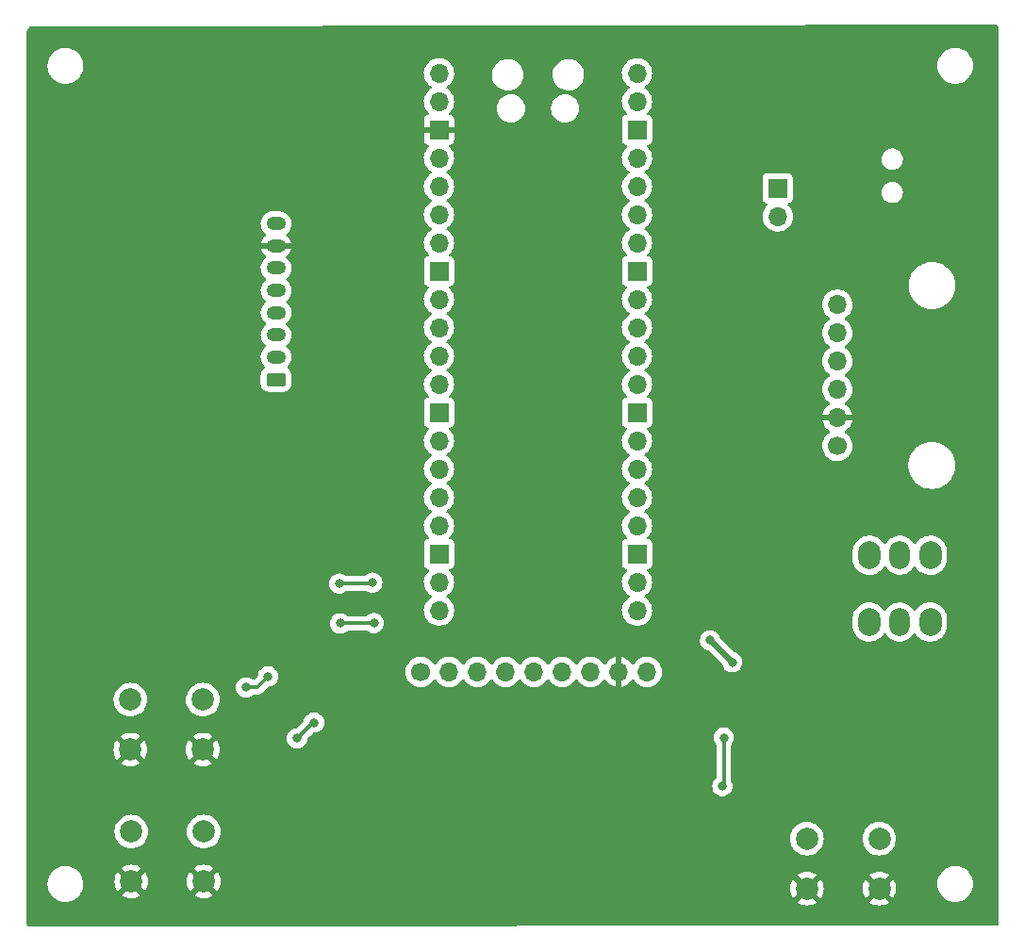
<source format=gbr>
%TF.GenerationSoftware,KiCad,Pcbnew,(6.0.7-1)-1*%
%TF.CreationDate,2022-12-28T20:51:33+00:00*%
%TF.ProjectId,pico-gps-datalogger,7069636f-2d67-4707-932d-646174616c6f,rev?*%
%TF.SameCoordinates,Original*%
%TF.FileFunction,Copper,L2,Bot*%
%TF.FilePolarity,Positive*%
%FSLAX46Y46*%
G04 Gerber Fmt 4.6, Leading zero omitted, Abs format (unit mm)*
G04 Created by KiCad (PCBNEW (6.0.7-1)-1) date 2022-12-28 20:51:33*
%MOMM*%
%LPD*%
G01*
G04 APERTURE LIST*
G04 Aperture macros list*
%AMRoundRect*
0 Rectangle with rounded corners*
0 $1 Rounding radius*
0 $2 $3 $4 $5 $6 $7 $8 $9 X,Y pos of 4 corners*
0 Add a 4 corners polygon primitive as box body*
4,1,4,$2,$3,$4,$5,$6,$7,$8,$9,$2,$3,0*
0 Add four circle primitives for the rounded corners*
1,1,$1+$1,$2,$3*
1,1,$1+$1,$4,$5*
1,1,$1+$1,$6,$7*
1,1,$1+$1,$8,$9*
0 Add four rect primitives between the rounded corners*
20,1,$1+$1,$2,$3,$4,$5,0*
20,1,$1+$1,$4,$5,$6,$7,0*
20,1,$1+$1,$6,$7,$8,$9,0*
20,1,$1+$1,$8,$9,$2,$3,0*%
G04 Aperture macros list end*
%TA.AperFunction,ComponentPad*%
%ADD10C,1.700000*%
%TD*%
%TA.AperFunction,ComponentPad*%
%ADD11O,1.700000X1.700000*%
%TD*%
%TA.AperFunction,ComponentPad*%
%ADD12O,2.000000X2.500000*%
%TD*%
%TA.AperFunction,ComponentPad*%
%ADD13O,1.850000X2.500000*%
%TD*%
%TA.AperFunction,ComponentPad*%
%ADD14RoundRect,0.250000X0.625000X-0.350000X0.625000X0.350000X-0.625000X0.350000X-0.625000X-0.350000X0*%
%TD*%
%TA.AperFunction,ComponentPad*%
%ADD15O,1.750000X1.200000*%
%TD*%
%TA.AperFunction,ComponentPad*%
%ADD16C,2.000000*%
%TD*%
%TA.AperFunction,ComponentPad*%
%ADD17R,1.700000X1.700000*%
%TD*%
%TA.AperFunction,ViaPad*%
%ADD18C,0.800000*%
%TD*%
%TA.AperFunction,ViaPad*%
%ADD19C,0.700000*%
%TD*%
%TA.AperFunction,Conductor*%
%ADD20C,0.300000*%
%TD*%
%TA.AperFunction,Conductor*%
%ADD21C,0.500000*%
%TD*%
G04 APERTURE END LIST*
D10*
%TO.P,J4,1,Pin_1*%
%TO.N,Net-(J4-Pad1)*%
X166510000Y-103660000D03*
D11*
%TO.P,J4,2,Pin_2*%
%TO.N,GND*%
X166510000Y-101120000D03*
%TO.P,J4,3,Pin_3*%
%TO.N,unconnected-(J4-Pad3)*%
X166510000Y-98580000D03*
%TO.P,J4,4,Pin_4*%
%TO.N,unconnected-(J4-Pad4)*%
X166510000Y-96040000D03*
%TO.P,J4,5,Pin_5*%
%TO.N,unconnected-(J4-Pad5)*%
X166510000Y-93500000D03*
%TO.P,J4,6,Pin_6*%
%TO.N,unconnected-(J4-Pad6)*%
X166510000Y-90960000D03*
%TD*%
D10*
%TO.P,J2,1,Pin_1*%
%TO.N,unconnected-(J2-Pad1)*%
X129100000Y-123960000D03*
D11*
%TO.P,J2,2,Pin_2*%
%TO.N,unconnected-(J2-Pad2)*%
X131640000Y-123960000D03*
%TO.P,J2,3,Pin_3*%
%TO.N,unconnected-(J2-Pad3)*%
X134180000Y-123960000D03*
%TO.P,J2,4,Pin_4*%
%TO.N,/SPI1 - CS*%
X136720000Y-123960000D03*
%TO.P,J2,5,Pin_5*%
%TO.N,/RX -> TX*%
X139260000Y-123960000D03*
%TO.P,J2,6,Pin_6*%
%TO.N,/TX -> RX*%
X141800000Y-123960000D03*
%TO.P,J2,7,Pin_7*%
%TO.N,/CLK*%
X144340000Y-123960000D03*
%TO.P,J2,8,Pin_8*%
%TO.N,GND*%
X146880000Y-123960000D03*
%TO.P,J2,9,Pin_9*%
%TO.N,+3.3V*%
X149420000Y-123960000D03*
%TD*%
D12*
%TO.P,SW5,1*%
%TO.N,Net-(J4-Pad1)*%
X174860000Y-113470000D03*
D13*
%TO.P,SW5,2*%
%TO.N,unconnected-(SW5-Pad2)*%
X172120000Y-113470000D03*
D12*
%TO.P,SW5,3*%
%TO.N,unconnected-(SW5-Pad3)*%
X169380000Y-113470000D03*
%TO.P,SW5,4*%
%TO.N,unconnected-(SW5-Pad4)*%
X169380000Y-119470000D03*
D13*
%TO.P,SW5,5*%
%TO.N,VBUS*%
X172120000Y-119470000D03*
D12*
%TO.P,SW5,6*%
%TO.N,unconnected-(SW5-Pad6)*%
X174860000Y-119470000D03*
%TD*%
D14*
%TO.P,J1,1,Pin_1*%
%TO.N,/MISO - SPI0Rx - BL*%
X116120000Y-97680000D03*
D15*
%TO.P,J1,2,Pin_2*%
%TO.N,/RST*%
X116120000Y-95680000D03*
%TO.P,J1,3,Pin_3*%
%TO.N,/DC*%
X116120000Y-93680000D03*
%TO.P,J1,4,Pin_4*%
%TO.N,/SPI0 - CS*%
X116120000Y-91680000D03*
%TO.P,J1,5,Pin_5*%
%TO.N,/CLK - SPI0SCK*%
X116120000Y-89680000D03*
%TO.P,J1,6,Pin_6*%
%TO.N,/MOSI - SPI0Tx - DIN*%
X116120000Y-87680000D03*
%TO.P,J1,7,Pin_7*%
%TO.N,GND*%
X116120000Y-85680000D03*
%TO.P,J1,8,Pin_8*%
%TO.N,+3.3V*%
X116120000Y-83680000D03*
%TD*%
D16*
%TO.P,SW1,1,1*%
%TO.N,Net-(SW1-Pad1)*%
X109540000Y-126440000D03*
X103040000Y-126440000D03*
%TO.P,SW1,2,2*%
%TO.N,GND*%
X103040000Y-130940000D03*
X109540000Y-130940000D03*
%TD*%
%TO.P,SW3,1,1*%
%TO.N,Net-(SW3-Pad1)*%
X170280000Y-138920000D03*
X163780000Y-138920000D03*
%TO.P,SW3,2,2*%
%TO.N,GND*%
X163780000Y-143420000D03*
X170280000Y-143420000D03*
%TD*%
D17*
%TO.P,J3,1,Pin_1*%
%TO.N,Net-(J3-Pad1)*%
X161160000Y-80500000D03*
D11*
%TO.P,J3,2,Pin_2*%
%TO.N,Net-(J3-Pad2)*%
X161160000Y-83040000D03*
%TD*%
%TO.P,U3,1,GPIO0*%
%TO.N,Net-(U2-Pad1)*%
X130745000Y-70175000D03*
%TO.P,U3,2,GPIO1*%
%TO.N,/GPS RX -> Pico TX*%
X130745000Y-72715000D03*
D17*
%TO.P,U3,3,GND*%
%TO.N,GND*%
X130745000Y-75255000D03*
D11*
%TO.P,U3,4,GPIO2*%
%TO.N,/CLK - SPI0SCK*%
X130745000Y-77795000D03*
%TO.P,U3,5,GPIO3*%
%TO.N,/MOSI - SPI0Tx - DIN*%
X130745000Y-80335000D03*
%TO.P,U3,6,GPIO4*%
%TO.N,/MISO - SPI0Rx - BL*%
X130745000Y-82875000D03*
%TO.P,U3,7,GPIO5*%
%TO.N,/SPI0 - CS*%
X130745000Y-85415000D03*
D17*
%TO.P,U3,8,GND*%
%TO.N,unconnected-(U3-Pad8)*%
X130745000Y-87955000D03*
D11*
%TO.P,U3,9,GPIO6*%
%TO.N,/DC*%
X130745000Y-90495000D03*
%TO.P,U3,10,GPIO7*%
%TO.N,/RST*%
X130745000Y-93035000D03*
%TO.P,U3,11,GPIO8*%
%TO.N,unconnected-(U3-Pad11)*%
X130745000Y-95575000D03*
%TO.P,U3,12,GPIO9*%
%TO.N,unconnected-(U3-Pad12)*%
X130745000Y-98115000D03*
D17*
%TO.P,U3,13,GND*%
%TO.N,unconnected-(U3-Pad13)*%
X130745000Y-100655000D03*
D11*
%TO.P,U3,14,GPIO10*%
%TO.N,/CLK*%
X130745000Y-103195000D03*
%TO.P,U3,15,GPIO11*%
%TO.N,/RX -> TX*%
X130745000Y-105735000D03*
%TO.P,U3,16,GPIO12*%
%TO.N,/TX -> RX*%
X130745000Y-108275000D03*
%TO.P,U3,17,GPIO13*%
%TO.N,/SPI1 - CS*%
X130745000Y-110815000D03*
D17*
%TO.P,U3,18,GND*%
%TO.N,unconnected-(U3-Pad18)*%
X130745000Y-113355000D03*
D11*
%TO.P,U3,19,GPIO14*%
%TO.N,Net-(SW1-Pad1)*%
X130745000Y-115895000D03*
%TO.P,U3,20,GPIO15*%
%TO.N,Net-(SW2-Pad1)*%
X130745000Y-118435000D03*
%TO.P,U3,21,GPIO16*%
%TO.N,Net-(SW3-Pad1)*%
X148525000Y-118435000D03*
%TO.P,U3,22,GPIO17*%
%TO.N,unconnected-(U3-Pad22)*%
X148525000Y-115895000D03*
D17*
%TO.P,U3,23,GND*%
%TO.N,unconnected-(U3-Pad23)*%
X148525000Y-113355000D03*
D11*
%TO.P,U3,24,GPIO18*%
%TO.N,unconnected-(U3-Pad24)*%
X148525000Y-110815000D03*
%TO.P,U3,25,GPIO19*%
%TO.N,unconnected-(U3-Pad25)*%
X148525000Y-108275000D03*
%TO.P,U3,26,GPIO20*%
%TO.N,unconnected-(U3-Pad26)*%
X148525000Y-105735000D03*
%TO.P,U3,27,GPIO21*%
%TO.N,unconnected-(U3-Pad27)*%
X148525000Y-103195000D03*
D17*
%TO.P,U3,28,GND*%
%TO.N,Net-(J3-Pad2)*%
X148525000Y-100655000D03*
D11*
%TO.P,U3,29,GPIO22*%
%TO.N,unconnected-(U3-Pad29)*%
X148525000Y-98115000D03*
%TO.P,U3,30,RUN*%
%TO.N,unconnected-(U3-Pad30)*%
X148525000Y-95575000D03*
%TO.P,U3,31,GPIO26_ADC0*%
%TO.N,unconnected-(U3-Pad31)*%
X148525000Y-93035000D03*
%TO.P,U3,32,GPIO27_ADC1*%
%TO.N,unconnected-(U3-Pad32)*%
X148525000Y-90495000D03*
D17*
%TO.P,U3,33,AGND*%
%TO.N,unconnected-(U3-Pad33)*%
X148525000Y-87955000D03*
D11*
%TO.P,U3,34,GPIO28_ADC2*%
%TO.N,Net-(D2-Pad2)*%
X148525000Y-85415000D03*
%TO.P,U3,35,ADC_VREF*%
%TO.N,unconnected-(U3-Pad35)*%
X148525000Y-82875000D03*
%TO.P,U3,36,3V3*%
%TO.N,Net-(J3-Pad1)*%
X148525000Y-80335000D03*
%TO.P,U3,37,3V3_EN*%
%TO.N,unconnected-(U3-Pad37)*%
X148525000Y-77795000D03*
D17*
%TO.P,U3,38,GND*%
%TO.N,unconnected-(U3-Pad38)*%
X148525000Y-75255000D03*
D11*
%TO.P,U3,39,VSYS*%
%TO.N,Net-(SW4-Pad2)*%
X148525000Y-72715000D03*
%TO.P,U3,40,VBUS*%
%TO.N,unconnected-(U3-Pad40)*%
X148525000Y-70175000D03*
%TD*%
D16*
%TO.P,SW2,1,1*%
%TO.N,Net-(SW2-Pad1)*%
X103120000Y-138290000D03*
X109620000Y-138290000D03*
%TO.P,SW2,2,2*%
%TO.N,GND*%
X103120000Y-142790000D03*
X109620000Y-142790000D03*
%TD*%
D18*
%TO.N,GND*%
X169820000Y-101140000D03*
X106110000Y-133830000D03*
X166850000Y-145460000D03*
X121940000Y-105560000D03*
X168622500Y-129680000D03*
X106360000Y-144970000D03*
X167532500Y-129690000D03*
X167852500Y-124620000D03*
X146950000Y-128330000D03*
X173170000Y-126230000D03*
D19*
X120140000Y-85010000D03*
D18*
X124780000Y-75270000D03*
X106580000Y-110610000D03*
X119800000Y-76460000D03*
X173020000Y-129900000D03*
%TO.N,Net-(SW1-Pad1)*%
X115390000Y-124360000D03*
X113420000Y-125350000D03*
X124760000Y-115940000D03*
X121800000Y-116020000D03*
%TO.N,Net-(SW2-Pad1)*%
X119520000Y-128500000D03*
X121860000Y-119600000D03*
X118000000Y-129920000D03*
X124910000Y-119570000D03*
%TO.N,Net-(SW3-Pad1)*%
X156310000Y-129860000D03*
X156190000Y-134220000D03*
X157080000Y-123090000D03*
X155090000Y-121110000D03*
%TD*%
D20*
%TO.N,Net-(SW1-Pad1)*%
X113420000Y-125350000D02*
X114400000Y-125350000D01*
X121800000Y-116020000D02*
X124680000Y-116020000D01*
X114400000Y-125350000D02*
X115390000Y-124360000D01*
X124680000Y-116020000D02*
X124760000Y-115940000D01*
%TO.N,Net-(SW2-Pad1)*%
X124880000Y-119600000D02*
X124910000Y-119570000D01*
X121860000Y-119600000D02*
X124880000Y-119600000D01*
X119420000Y-128500000D02*
X119520000Y-128500000D01*
X118000000Y-129920000D02*
X119420000Y-128500000D01*
%TO.N,Net-(SW3-Pad1)*%
X156310000Y-134100000D02*
X156310000Y-129860000D01*
D21*
X155100000Y-121110000D02*
X157080000Y-123090000D01*
X155090000Y-121110000D02*
X155100000Y-121110000D01*
D20*
X156190000Y-134220000D02*
X156310000Y-134100000D01*
%TD*%
%TA.AperFunction,Conductor*%
%TO.N,GND*%
G36*
X180810076Y-65790305D02*
G01*
X180831280Y-65807355D01*
X180913116Y-65889191D01*
X180947142Y-65951503D01*
X180950021Y-65978271D01*
X180958011Y-146572898D01*
X180958017Y-146636632D01*
X180938022Y-146704754D01*
X180884371Y-146751252D01*
X180832133Y-146762644D01*
X93917602Y-146841819D01*
X93849465Y-146821879D01*
X93802923Y-146768266D01*
X93799770Y-146760743D01*
X93734653Y-146590109D01*
X93729457Y-146572898D01*
X93687084Y-146384959D01*
X93684392Y-146367185D01*
X93671759Y-146207534D01*
X93672370Y-146189570D01*
X93672409Y-146181281D01*
X93673724Y-146172394D01*
X93669691Y-146143266D01*
X93668500Y-146125985D01*
X93668500Y-144652670D01*
X162912160Y-144652670D01*
X162917887Y-144660320D01*
X163089042Y-144765205D01*
X163097837Y-144769687D01*
X163307988Y-144856734D01*
X163317373Y-144859783D01*
X163538554Y-144912885D01*
X163548301Y-144914428D01*
X163775070Y-144932275D01*
X163784930Y-144932275D01*
X164011699Y-144914428D01*
X164021446Y-144912885D01*
X164242627Y-144859783D01*
X164252012Y-144856734D01*
X164462163Y-144769687D01*
X164470958Y-144765205D01*
X164638445Y-144662568D01*
X164647400Y-144652670D01*
X169412160Y-144652670D01*
X169417887Y-144660320D01*
X169589042Y-144765205D01*
X169597837Y-144769687D01*
X169807988Y-144856734D01*
X169817373Y-144859783D01*
X170038554Y-144912885D01*
X170048301Y-144914428D01*
X170275070Y-144932275D01*
X170284930Y-144932275D01*
X170511699Y-144914428D01*
X170521446Y-144912885D01*
X170742627Y-144859783D01*
X170752012Y-144856734D01*
X170962163Y-144769687D01*
X170970958Y-144765205D01*
X171138445Y-144662568D01*
X171147907Y-144652110D01*
X171144124Y-144643334D01*
X170292812Y-143792022D01*
X170278868Y-143784408D01*
X170277035Y-143784539D01*
X170270420Y-143788790D01*
X169418920Y-144640290D01*
X169412160Y-144652670D01*
X164647400Y-144652670D01*
X164647907Y-144652110D01*
X164644124Y-144643334D01*
X163792812Y-143792022D01*
X163778868Y-143784408D01*
X163777035Y-143784539D01*
X163770420Y-143788790D01*
X162918920Y-144640290D01*
X162912160Y-144652670D01*
X93668500Y-144652670D01*
X93668500Y-143000000D01*
X95586526Y-143000000D01*
X95606391Y-143252403D01*
X95607545Y-143257210D01*
X95607546Y-143257216D01*
X95643551Y-143407188D01*
X95665495Y-143498591D01*
X95667388Y-143503162D01*
X95667389Y-143503164D01*
X95732952Y-143661446D01*
X95762384Y-143732502D01*
X95894672Y-143948376D01*
X96059102Y-144140898D01*
X96251624Y-144305328D01*
X96467498Y-144437616D01*
X96472068Y-144439509D01*
X96472072Y-144439511D01*
X96696836Y-144532611D01*
X96701409Y-144534505D01*
X96786032Y-144554821D01*
X96942784Y-144592454D01*
X96942790Y-144592455D01*
X96947597Y-144593609D01*
X97047416Y-144601465D01*
X97134345Y-144608307D01*
X97134352Y-144608307D01*
X97136801Y-144608500D01*
X97263199Y-144608500D01*
X97265648Y-144608307D01*
X97265655Y-144608307D01*
X97352584Y-144601465D01*
X97452403Y-144593609D01*
X97457210Y-144592455D01*
X97457216Y-144592454D01*
X97613968Y-144554821D01*
X97698591Y-144534505D01*
X97703164Y-144532611D01*
X97927928Y-144439511D01*
X97927932Y-144439509D01*
X97932502Y-144437616D01*
X98148376Y-144305328D01*
X98340898Y-144140898D01*
X98441875Y-144022670D01*
X102252160Y-144022670D01*
X102257887Y-144030320D01*
X102429042Y-144135205D01*
X102437837Y-144139687D01*
X102647988Y-144226734D01*
X102657373Y-144229783D01*
X102878554Y-144282885D01*
X102888301Y-144284428D01*
X103115070Y-144302275D01*
X103124930Y-144302275D01*
X103351699Y-144284428D01*
X103361446Y-144282885D01*
X103582627Y-144229783D01*
X103592012Y-144226734D01*
X103802163Y-144139687D01*
X103810958Y-144135205D01*
X103978445Y-144032568D01*
X103987400Y-144022670D01*
X108752160Y-144022670D01*
X108757887Y-144030320D01*
X108929042Y-144135205D01*
X108937837Y-144139687D01*
X109147988Y-144226734D01*
X109157373Y-144229783D01*
X109378554Y-144282885D01*
X109388301Y-144284428D01*
X109615070Y-144302275D01*
X109624930Y-144302275D01*
X109851699Y-144284428D01*
X109861446Y-144282885D01*
X110082627Y-144229783D01*
X110092012Y-144226734D01*
X110302163Y-144139687D01*
X110310958Y-144135205D01*
X110478445Y-144032568D01*
X110487907Y-144022110D01*
X110484124Y-144013334D01*
X109632812Y-143162022D01*
X109618868Y-143154408D01*
X109617035Y-143154539D01*
X109610420Y-143158790D01*
X108758920Y-144010290D01*
X108752160Y-144022670D01*
X103987400Y-144022670D01*
X103987907Y-144022110D01*
X103984124Y-144013334D01*
X103132812Y-143162022D01*
X103118868Y-143154408D01*
X103117035Y-143154539D01*
X103110420Y-143158790D01*
X102258920Y-144010290D01*
X102252160Y-144022670D01*
X98441875Y-144022670D01*
X98505328Y-143948376D01*
X98637616Y-143732502D01*
X98667049Y-143661446D01*
X98732611Y-143503164D01*
X98732612Y-143503162D01*
X98734505Y-143498591D01*
X98756449Y-143407188D01*
X98792454Y-143257216D01*
X98792455Y-143257210D01*
X98793609Y-143252403D01*
X98813474Y-143000000D01*
X98797334Y-142794930D01*
X101607725Y-142794930D01*
X101625572Y-143021699D01*
X101627115Y-143031446D01*
X101680217Y-143252627D01*
X101683266Y-143262012D01*
X101770313Y-143472163D01*
X101774795Y-143480958D01*
X101877432Y-143648445D01*
X101887890Y-143657907D01*
X101896666Y-143654124D01*
X102747978Y-142802812D01*
X102754356Y-142791132D01*
X103484408Y-142791132D01*
X103484539Y-142792965D01*
X103488790Y-142799580D01*
X104340290Y-143651080D01*
X104352670Y-143657840D01*
X104360320Y-143652113D01*
X104465205Y-143480958D01*
X104469687Y-143472163D01*
X104556734Y-143262012D01*
X104559783Y-143252627D01*
X104612885Y-143031446D01*
X104614428Y-143021699D01*
X104632275Y-142794930D01*
X108107725Y-142794930D01*
X108125572Y-143021699D01*
X108127115Y-143031446D01*
X108180217Y-143252627D01*
X108183266Y-143262012D01*
X108270313Y-143472163D01*
X108274795Y-143480958D01*
X108377432Y-143648445D01*
X108387890Y-143657907D01*
X108396666Y-143654124D01*
X109247978Y-142802812D01*
X109254356Y-142791132D01*
X109984408Y-142791132D01*
X109984539Y-142792965D01*
X109988790Y-142799580D01*
X110840290Y-143651080D01*
X110852670Y-143657840D01*
X110860320Y-143652113D01*
X110965205Y-143480958D01*
X110969687Y-143472163D01*
X110989251Y-143424930D01*
X162267725Y-143424930D01*
X162285572Y-143651699D01*
X162287115Y-143661446D01*
X162340217Y-143882627D01*
X162343266Y-143892012D01*
X162430313Y-144102163D01*
X162434795Y-144110958D01*
X162537432Y-144278445D01*
X162547890Y-144287907D01*
X162556666Y-144284124D01*
X163407978Y-143432812D01*
X163414356Y-143421132D01*
X164144408Y-143421132D01*
X164144539Y-143422965D01*
X164148790Y-143429580D01*
X165000290Y-144281080D01*
X165012670Y-144287840D01*
X165020320Y-144282113D01*
X165125205Y-144110958D01*
X165129687Y-144102163D01*
X165216734Y-143892012D01*
X165219783Y-143882627D01*
X165272885Y-143661446D01*
X165274428Y-143651699D01*
X165292275Y-143424930D01*
X168767725Y-143424930D01*
X168785572Y-143651699D01*
X168787115Y-143661446D01*
X168840217Y-143882627D01*
X168843266Y-143892012D01*
X168930313Y-144102163D01*
X168934795Y-144110958D01*
X169037432Y-144278445D01*
X169047890Y-144287907D01*
X169056666Y-144284124D01*
X169907978Y-143432812D01*
X169914356Y-143421132D01*
X170644408Y-143421132D01*
X170644539Y-143422965D01*
X170648790Y-143429580D01*
X171500290Y-144281080D01*
X171512670Y-144287840D01*
X171520320Y-144282113D01*
X171625205Y-144110958D01*
X171629687Y-144102163D01*
X171716734Y-143892012D01*
X171719783Y-143882627D01*
X171772885Y-143661446D01*
X171774428Y-143651699D01*
X171792275Y-143424930D01*
X171792275Y-143415070D01*
X171774428Y-143188301D01*
X171772885Y-143178554D01*
X171730017Y-143000000D01*
X175486526Y-143000000D01*
X175506391Y-143252403D01*
X175507545Y-143257210D01*
X175507546Y-143257216D01*
X175543551Y-143407188D01*
X175565495Y-143498591D01*
X175567388Y-143503162D01*
X175567389Y-143503164D01*
X175632952Y-143661446D01*
X175662384Y-143732502D01*
X175794672Y-143948376D01*
X175959102Y-144140898D01*
X176151624Y-144305328D01*
X176367498Y-144437616D01*
X176372068Y-144439509D01*
X176372072Y-144439511D01*
X176596836Y-144532611D01*
X176601409Y-144534505D01*
X176686032Y-144554821D01*
X176842784Y-144592454D01*
X176842790Y-144592455D01*
X176847597Y-144593609D01*
X176947416Y-144601465D01*
X177034345Y-144608307D01*
X177034352Y-144608307D01*
X177036801Y-144608500D01*
X177163199Y-144608500D01*
X177165648Y-144608307D01*
X177165655Y-144608307D01*
X177252584Y-144601465D01*
X177352403Y-144593609D01*
X177357210Y-144592455D01*
X177357216Y-144592454D01*
X177513968Y-144554821D01*
X177598591Y-144534505D01*
X177603164Y-144532611D01*
X177827928Y-144439511D01*
X177827932Y-144439509D01*
X177832502Y-144437616D01*
X178048376Y-144305328D01*
X178240898Y-144140898D01*
X178405328Y-143948376D01*
X178537616Y-143732502D01*
X178567049Y-143661446D01*
X178632611Y-143503164D01*
X178632612Y-143503162D01*
X178634505Y-143498591D01*
X178656449Y-143407188D01*
X178692454Y-143257216D01*
X178692455Y-143257210D01*
X178693609Y-143252403D01*
X178713474Y-143000000D01*
X178693609Y-142747597D01*
X178689155Y-142729042D01*
X178635660Y-142506221D01*
X178634505Y-142501409D01*
X178603101Y-142425592D01*
X178539511Y-142272072D01*
X178539509Y-142272068D01*
X178537616Y-142267498D01*
X178405328Y-142051624D01*
X178240898Y-141859102D01*
X178048376Y-141694672D01*
X177832502Y-141562384D01*
X177827932Y-141560491D01*
X177827928Y-141560489D01*
X177603164Y-141467389D01*
X177603162Y-141467388D01*
X177598591Y-141465495D01*
X177493700Y-141440313D01*
X177357216Y-141407546D01*
X177357210Y-141407545D01*
X177352403Y-141406391D01*
X177252584Y-141398535D01*
X177165655Y-141391693D01*
X177165648Y-141391693D01*
X177163199Y-141391500D01*
X177036801Y-141391500D01*
X177034352Y-141391693D01*
X177034345Y-141391693D01*
X176947416Y-141398535D01*
X176847597Y-141406391D01*
X176842790Y-141407545D01*
X176842784Y-141407546D01*
X176706300Y-141440313D01*
X176601409Y-141465495D01*
X176596838Y-141467388D01*
X176596836Y-141467389D01*
X176372072Y-141560489D01*
X176372068Y-141560491D01*
X176367498Y-141562384D01*
X176151624Y-141694672D01*
X175959102Y-141859102D01*
X175794672Y-142051624D01*
X175662384Y-142267498D01*
X175660491Y-142272068D01*
X175660489Y-142272072D01*
X175596899Y-142425592D01*
X175565495Y-142501409D01*
X175564340Y-142506221D01*
X175510846Y-142729042D01*
X175506391Y-142747597D01*
X175486526Y-143000000D01*
X171730017Y-143000000D01*
X171719783Y-142957373D01*
X171716734Y-142947988D01*
X171629687Y-142737837D01*
X171625205Y-142729042D01*
X171522568Y-142561555D01*
X171512110Y-142552093D01*
X171503334Y-142555876D01*
X170652022Y-143407188D01*
X170644408Y-143421132D01*
X169914356Y-143421132D01*
X169915592Y-143418868D01*
X169915461Y-143417035D01*
X169911210Y-143410420D01*
X169059710Y-142558920D01*
X169047330Y-142552160D01*
X169039680Y-142557887D01*
X168934795Y-142729042D01*
X168930313Y-142737837D01*
X168843266Y-142947988D01*
X168840217Y-142957373D01*
X168787115Y-143178554D01*
X168785572Y-143188301D01*
X168767725Y-143415070D01*
X168767725Y-143424930D01*
X165292275Y-143424930D01*
X165292275Y-143415070D01*
X165274428Y-143188301D01*
X165272885Y-143178554D01*
X165219783Y-142957373D01*
X165216734Y-142947988D01*
X165129687Y-142737837D01*
X165125205Y-142729042D01*
X165022568Y-142561555D01*
X165012110Y-142552093D01*
X165003334Y-142555876D01*
X164152022Y-143407188D01*
X164144408Y-143421132D01*
X163414356Y-143421132D01*
X163415592Y-143418868D01*
X163415461Y-143417035D01*
X163411210Y-143410420D01*
X162559710Y-142558920D01*
X162547330Y-142552160D01*
X162539680Y-142557887D01*
X162434795Y-142729042D01*
X162430313Y-142737837D01*
X162343266Y-142947988D01*
X162340217Y-142957373D01*
X162287115Y-143178554D01*
X162285572Y-143188301D01*
X162267725Y-143415070D01*
X162267725Y-143424930D01*
X110989251Y-143424930D01*
X111056734Y-143262012D01*
X111059783Y-143252627D01*
X111112885Y-143031446D01*
X111114428Y-143021699D01*
X111132275Y-142794930D01*
X111132275Y-142785070D01*
X111114428Y-142558301D01*
X111112885Y-142548554D01*
X111059783Y-142327373D01*
X111056734Y-142317988D01*
X111002846Y-142187890D01*
X162912093Y-142187890D01*
X162915876Y-142196666D01*
X163767188Y-143047978D01*
X163781132Y-143055592D01*
X163782965Y-143055461D01*
X163789580Y-143051210D01*
X164641080Y-142199710D01*
X164647534Y-142187890D01*
X169412093Y-142187890D01*
X169415876Y-142196666D01*
X170267188Y-143047978D01*
X170281132Y-143055592D01*
X170282965Y-143055461D01*
X170289580Y-143051210D01*
X171141080Y-142199710D01*
X171147840Y-142187330D01*
X171142113Y-142179680D01*
X170970958Y-142074795D01*
X170962163Y-142070313D01*
X170752012Y-141983266D01*
X170742627Y-141980217D01*
X170521446Y-141927115D01*
X170511699Y-141925572D01*
X170284930Y-141907725D01*
X170275070Y-141907725D01*
X170048301Y-141925572D01*
X170038554Y-141927115D01*
X169817373Y-141980217D01*
X169807988Y-141983266D01*
X169597837Y-142070313D01*
X169589042Y-142074795D01*
X169421555Y-142177432D01*
X169412093Y-142187890D01*
X164647534Y-142187890D01*
X164647840Y-142187330D01*
X164642113Y-142179680D01*
X164470958Y-142074795D01*
X164462163Y-142070313D01*
X164252012Y-141983266D01*
X164242627Y-141980217D01*
X164021446Y-141927115D01*
X164011699Y-141925572D01*
X163784930Y-141907725D01*
X163775070Y-141907725D01*
X163548301Y-141925572D01*
X163538554Y-141927115D01*
X163317373Y-141980217D01*
X163307988Y-141983266D01*
X163097837Y-142070313D01*
X163089042Y-142074795D01*
X162921555Y-142177432D01*
X162912093Y-142187890D01*
X111002846Y-142187890D01*
X110969687Y-142107837D01*
X110965205Y-142099042D01*
X110862568Y-141931555D01*
X110852110Y-141922093D01*
X110843334Y-141925876D01*
X109992022Y-142777188D01*
X109984408Y-142791132D01*
X109254356Y-142791132D01*
X109255592Y-142788868D01*
X109255461Y-142787035D01*
X109251210Y-142780420D01*
X108399710Y-141928920D01*
X108387330Y-141922160D01*
X108379680Y-141927887D01*
X108274795Y-142099042D01*
X108270313Y-142107837D01*
X108183266Y-142317988D01*
X108180217Y-142327373D01*
X108127115Y-142548554D01*
X108125572Y-142558301D01*
X108107725Y-142785070D01*
X108107725Y-142794930D01*
X104632275Y-142794930D01*
X104632275Y-142785070D01*
X104614428Y-142558301D01*
X104612885Y-142548554D01*
X104559783Y-142327373D01*
X104556734Y-142317988D01*
X104469687Y-142107837D01*
X104465205Y-142099042D01*
X104362568Y-141931555D01*
X104352110Y-141922093D01*
X104343334Y-141925876D01*
X103492022Y-142777188D01*
X103484408Y-142791132D01*
X102754356Y-142791132D01*
X102755592Y-142788868D01*
X102755461Y-142787035D01*
X102751210Y-142780420D01*
X101899710Y-141928920D01*
X101887330Y-141922160D01*
X101879680Y-141927887D01*
X101774795Y-142099042D01*
X101770313Y-142107837D01*
X101683266Y-142317988D01*
X101680217Y-142327373D01*
X101627115Y-142548554D01*
X101625572Y-142558301D01*
X101607725Y-142785070D01*
X101607725Y-142794930D01*
X98797334Y-142794930D01*
X98793609Y-142747597D01*
X98789155Y-142729042D01*
X98735660Y-142506221D01*
X98734505Y-142501409D01*
X98703101Y-142425592D01*
X98639511Y-142272072D01*
X98639509Y-142272068D01*
X98637616Y-142267498D01*
X98505328Y-142051624D01*
X98340898Y-141859102D01*
X98148376Y-141694672D01*
X97932502Y-141562384D01*
X97927932Y-141560491D01*
X97927928Y-141560489D01*
X97921653Y-141557890D01*
X102252093Y-141557890D01*
X102255876Y-141566666D01*
X103107188Y-142417978D01*
X103121132Y-142425592D01*
X103122965Y-142425461D01*
X103129580Y-142421210D01*
X103981080Y-141569710D01*
X103987534Y-141557890D01*
X108752093Y-141557890D01*
X108755876Y-141566666D01*
X109607188Y-142417978D01*
X109621132Y-142425592D01*
X109622965Y-142425461D01*
X109629580Y-142421210D01*
X110481080Y-141569710D01*
X110487840Y-141557330D01*
X110482113Y-141549680D01*
X110310958Y-141444795D01*
X110302163Y-141440313D01*
X110092012Y-141353266D01*
X110082627Y-141350217D01*
X109861446Y-141297115D01*
X109851699Y-141295572D01*
X109624930Y-141277725D01*
X109615070Y-141277725D01*
X109388301Y-141295572D01*
X109378554Y-141297115D01*
X109157373Y-141350217D01*
X109147988Y-141353266D01*
X108937837Y-141440313D01*
X108929042Y-141444795D01*
X108761555Y-141547432D01*
X108752093Y-141557890D01*
X103987534Y-141557890D01*
X103987840Y-141557330D01*
X103982113Y-141549680D01*
X103810958Y-141444795D01*
X103802163Y-141440313D01*
X103592012Y-141353266D01*
X103582627Y-141350217D01*
X103361446Y-141297115D01*
X103351699Y-141295572D01*
X103124930Y-141277725D01*
X103115070Y-141277725D01*
X102888301Y-141295572D01*
X102878554Y-141297115D01*
X102657373Y-141350217D01*
X102647988Y-141353266D01*
X102437837Y-141440313D01*
X102429042Y-141444795D01*
X102261555Y-141547432D01*
X102252093Y-141557890D01*
X97921653Y-141557890D01*
X97703164Y-141467389D01*
X97703162Y-141467388D01*
X97698591Y-141465495D01*
X97593700Y-141440313D01*
X97457216Y-141407546D01*
X97457210Y-141407545D01*
X97452403Y-141406391D01*
X97352584Y-141398535D01*
X97265655Y-141391693D01*
X97265648Y-141391693D01*
X97263199Y-141391500D01*
X97136801Y-141391500D01*
X97134352Y-141391693D01*
X97134345Y-141391693D01*
X97047416Y-141398535D01*
X96947597Y-141406391D01*
X96942790Y-141407545D01*
X96942784Y-141407546D01*
X96806300Y-141440313D01*
X96701409Y-141465495D01*
X96696838Y-141467388D01*
X96696836Y-141467389D01*
X96472072Y-141560489D01*
X96472068Y-141560491D01*
X96467498Y-141562384D01*
X96251624Y-141694672D01*
X96059102Y-141859102D01*
X95894672Y-142051624D01*
X95762384Y-142267498D01*
X95760491Y-142272068D01*
X95760489Y-142272072D01*
X95696899Y-142425592D01*
X95665495Y-142501409D01*
X95664340Y-142506221D01*
X95610846Y-142729042D01*
X95606391Y-142747597D01*
X95586526Y-143000000D01*
X93668500Y-143000000D01*
X93668500Y-138290000D01*
X101606835Y-138290000D01*
X101625465Y-138526711D01*
X101680895Y-138757594D01*
X101771760Y-138976963D01*
X101774346Y-138981183D01*
X101893241Y-139175202D01*
X101893245Y-139175208D01*
X101895824Y-139179416D01*
X102050031Y-139359969D01*
X102230584Y-139514176D01*
X102234792Y-139516755D01*
X102234798Y-139516759D01*
X102381998Y-139606963D01*
X102433037Y-139638240D01*
X102437607Y-139640133D01*
X102437611Y-139640135D01*
X102647833Y-139727211D01*
X102652406Y-139729105D01*
X102732609Y-139748360D01*
X102878476Y-139783380D01*
X102878482Y-139783381D01*
X102883289Y-139784535D01*
X103120000Y-139803165D01*
X103356711Y-139784535D01*
X103361518Y-139783381D01*
X103361524Y-139783380D01*
X103507391Y-139748360D01*
X103587594Y-139729105D01*
X103592167Y-139727211D01*
X103802389Y-139640135D01*
X103802393Y-139640133D01*
X103806963Y-139638240D01*
X103858002Y-139606963D01*
X104005202Y-139516759D01*
X104005208Y-139516755D01*
X104009416Y-139514176D01*
X104189969Y-139359969D01*
X104344176Y-139179416D01*
X104346755Y-139175208D01*
X104346759Y-139175202D01*
X104465654Y-138981183D01*
X104468240Y-138976963D01*
X104559105Y-138757594D01*
X104614535Y-138526711D01*
X104633165Y-138290000D01*
X108106835Y-138290000D01*
X108125465Y-138526711D01*
X108180895Y-138757594D01*
X108271760Y-138976963D01*
X108274346Y-138981183D01*
X108393241Y-139175202D01*
X108393245Y-139175208D01*
X108395824Y-139179416D01*
X108550031Y-139359969D01*
X108730584Y-139514176D01*
X108734792Y-139516755D01*
X108734798Y-139516759D01*
X108881998Y-139606963D01*
X108933037Y-139638240D01*
X108937607Y-139640133D01*
X108937611Y-139640135D01*
X109147833Y-139727211D01*
X109152406Y-139729105D01*
X109232609Y-139748360D01*
X109378476Y-139783380D01*
X109378482Y-139783381D01*
X109383289Y-139784535D01*
X109620000Y-139803165D01*
X109856711Y-139784535D01*
X109861518Y-139783381D01*
X109861524Y-139783380D01*
X110007391Y-139748360D01*
X110087594Y-139729105D01*
X110092167Y-139727211D01*
X110302389Y-139640135D01*
X110302393Y-139640133D01*
X110306963Y-139638240D01*
X110358002Y-139606963D01*
X110505202Y-139516759D01*
X110505208Y-139516755D01*
X110509416Y-139514176D01*
X110689969Y-139359969D01*
X110844176Y-139179416D01*
X110846755Y-139175208D01*
X110846759Y-139175202D01*
X110965654Y-138981183D01*
X110968240Y-138976963D01*
X110991835Y-138920000D01*
X162266835Y-138920000D01*
X162285465Y-139156711D01*
X162340895Y-139387594D01*
X162342788Y-139392165D01*
X162342789Y-139392167D01*
X162394397Y-139516759D01*
X162431760Y-139606963D01*
X162434346Y-139611183D01*
X162553241Y-139805202D01*
X162553245Y-139805208D01*
X162555824Y-139809416D01*
X162710031Y-139989969D01*
X162890584Y-140144176D01*
X162894792Y-140146755D01*
X162894798Y-140146759D01*
X163088817Y-140265654D01*
X163093037Y-140268240D01*
X163097607Y-140270133D01*
X163097611Y-140270135D01*
X163307833Y-140357211D01*
X163312406Y-140359105D01*
X163392609Y-140378360D01*
X163538476Y-140413380D01*
X163538482Y-140413381D01*
X163543289Y-140414535D01*
X163780000Y-140433165D01*
X164016711Y-140414535D01*
X164021518Y-140413381D01*
X164021524Y-140413380D01*
X164167391Y-140378360D01*
X164247594Y-140359105D01*
X164252167Y-140357211D01*
X164462389Y-140270135D01*
X164462393Y-140270133D01*
X164466963Y-140268240D01*
X164471183Y-140265654D01*
X164665202Y-140146759D01*
X164665208Y-140146755D01*
X164669416Y-140144176D01*
X164849969Y-139989969D01*
X165004176Y-139809416D01*
X165006755Y-139805208D01*
X165006759Y-139805202D01*
X165125654Y-139611183D01*
X165128240Y-139606963D01*
X165165604Y-139516759D01*
X165217211Y-139392167D01*
X165217212Y-139392165D01*
X165219105Y-139387594D01*
X165274535Y-139156711D01*
X165293165Y-138920000D01*
X168766835Y-138920000D01*
X168785465Y-139156711D01*
X168840895Y-139387594D01*
X168842788Y-139392165D01*
X168842789Y-139392167D01*
X168894397Y-139516759D01*
X168931760Y-139606963D01*
X168934346Y-139611183D01*
X169053241Y-139805202D01*
X169053245Y-139805208D01*
X169055824Y-139809416D01*
X169210031Y-139989969D01*
X169390584Y-140144176D01*
X169394792Y-140146755D01*
X169394798Y-140146759D01*
X169588817Y-140265654D01*
X169593037Y-140268240D01*
X169597607Y-140270133D01*
X169597611Y-140270135D01*
X169807833Y-140357211D01*
X169812406Y-140359105D01*
X169892609Y-140378360D01*
X170038476Y-140413380D01*
X170038482Y-140413381D01*
X170043289Y-140414535D01*
X170280000Y-140433165D01*
X170516711Y-140414535D01*
X170521518Y-140413381D01*
X170521524Y-140413380D01*
X170667391Y-140378360D01*
X170747594Y-140359105D01*
X170752167Y-140357211D01*
X170962389Y-140270135D01*
X170962393Y-140270133D01*
X170966963Y-140268240D01*
X170971183Y-140265654D01*
X171165202Y-140146759D01*
X171165208Y-140146755D01*
X171169416Y-140144176D01*
X171349969Y-139989969D01*
X171504176Y-139809416D01*
X171506755Y-139805208D01*
X171506759Y-139805202D01*
X171625654Y-139611183D01*
X171628240Y-139606963D01*
X171665604Y-139516759D01*
X171717211Y-139392167D01*
X171717212Y-139392165D01*
X171719105Y-139387594D01*
X171774535Y-139156711D01*
X171793165Y-138920000D01*
X171774535Y-138683289D01*
X171719105Y-138452406D01*
X171628240Y-138233037D01*
X171625654Y-138228817D01*
X171506759Y-138034798D01*
X171506755Y-138034792D01*
X171504176Y-138030584D01*
X171349969Y-137850031D01*
X171169416Y-137695824D01*
X171165208Y-137693245D01*
X171165202Y-137693241D01*
X170971183Y-137574346D01*
X170966963Y-137571760D01*
X170962393Y-137569867D01*
X170962389Y-137569865D01*
X170752167Y-137482789D01*
X170752165Y-137482788D01*
X170747594Y-137480895D01*
X170667391Y-137461640D01*
X170521524Y-137426620D01*
X170521518Y-137426619D01*
X170516711Y-137425465D01*
X170280000Y-137406835D01*
X170043289Y-137425465D01*
X170038482Y-137426619D01*
X170038476Y-137426620D01*
X169892609Y-137461640D01*
X169812406Y-137480895D01*
X169807835Y-137482788D01*
X169807833Y-137482789D01*
X169597611Y-137569865D01*
X169597607Y-137569867D01*
X169593037Y-137571760D01*
X169588817Y-137574346D01*
X169394798Y-137693241D01*
X169394792Y-137693245D01*
X169390584Y-137695824D01*
X169210031Y-137850031D01*
X169055824Y-138030584D01*
X169053245Y-138034792D01*
X169053241Y-138034798D01*
X168934346Y-138228817D01*
X168931760Y-138233037D01*
X168840895Y-138452406D01*
X168785465Y-138683289D01*
X168766835Y-138920000D01*
X165293165Y-138920000D01*
X165274535Y-138683289D01*
X165219105Y-138452406D01*
X165128240Y-138233037D01*
X165125654Y-138228817D01*
X165006759Y-138034798D01*
X165006755Y-138034792D01*
X165004176Y-138030584D01*
X164849969Y-137850031D01*
X164669416Y-137695824D01*
X164665208Y-137693245D01*
X164665202Y-137693241D01*
X164471183Y-137574346D01*
X164466963Y-137571760D01*
X164462393Y-137569867D01*
X164462389Y-137569865D01*
X164252167Y-137482789D01*
X164252165Y-137482788D01*
X164247594Y-137480895D01*
X164167391Y-137461640D01*
X164021524Y-137426620D01*
X164021518Y-137426619D01*
X164016711Y-137425465D01*
X163780000Y-137406835D01*
X163543289Y-137425465D01*
X163538482Y-137426619D01*
X163538476Y-137426620D01*
X163392609Y-137461640D01*
X163312406Y-137480895D01*
X163307835Y-137482788D01*
X163307833Y-137482789D01*
X163097611Y-137569865D01*
X163097607Y-137569867D01*
X163093037Y-137571760D01*
X163088817Y-137574346D01*
X162894798Y-137693241D01*
X162894792Y-137693245D01*
X162890584Y-137695824D01*
X162710031Y-137850031D01*
X162555824Y-138030584D01*
X162553245Y-138034792D01*
X162553241Y-138034798D01*
X162434346Y-138228817D01*
X162431760Y-138233037D01*
X162340895Y-138452406D01*
X162285465Y-138683289D01*
X162266835Y-138920000D01*
X110991835Y-138920000D01*
X111059105Y-138757594D01*
X111114535Y-138526711D01*
X111133165Y-138290000D01*
X111114535Y-138053289D01*
X111059105Y-137822406D01*
X111057211Y-137817833D01*
X110970135Y-137607611D01*
X110970133Y-137607607D01*
X110968240Y-137603037D01*
X110893391Y-137480895D01*
X110846759Y-137404798D01*
X110846755Y-137404792D01*
X110844176Y-137400584D01*
X110689969Y-137220031D01*
X110509416Y-137065824D01*
X110505208Y-137063245D01*
X110505202Y-137063241D01*
X110311183Y-136944346D01*
X110306963Y-136941760D01*
X110302393Y-136939867D01*
X110302389Y-136939865D01*
X110092167Y-136852789D01*
X110092165Y-136852788D01*
X110087594Y-136850895D01*
X110007391Y-136831640D01*
X109861524Y-136796620D01*
X109861518Y-136796619D01*
X109856711Y-136795465D01*
X109620000Y-136776835D01*
X109383289Y-136795465D01*
X109378482Y-136796619D01*
X109378476Y-136796620D01*
X109232609Y-136831640D01*
X109152406Y-136850895D01*
X109147835Y-136852788D01*
X109147833Y-136852789D01*
X108937611Y-136939865D01*
X108937607Y-136939867D01*
X108933037Y-136941760D01*
X108928817Y-136944346D01*
X108734798Y-137063241D01*
X108734792Y-137063245D01*
X108730584Y-137065824D01*
X108550031Y-137220031D01*
X108395824Y-137400584D01*
X108393245Y-137404792D01*
X108393241Y-137404798D01*
X108346609Y-137480895D01*
X108271760Y-137603037D01*
X108269867Y-137607607D01*
X108269865Y-137607611D01*
X108182789Y-137817833D01*
X108180895Y-137822406D01*
X108125465Y-138053289D01*
X108106835Y-138290000D01*
X104633165Y-138290000D01*
X104614535Y-138053289D01*
X104559105Y-137822406D01*
X104557211Y-137817833D01*
X104470135Y-137607611D01*
X104470133Y-137607607D01*
X104468240Y-137603037D01*
X104393391Y-137480895D01*
X104346759Y-137404798D01*
X104346755Y-137404792D01*
X104344176Y-137400584D01*
X104189969Y-137220031D01*
X104009416Y-137065824D01*
X104005208Y-137063245D01*
X104005202Y-137063241D01*
X103811183Y-136944346D01*
X103806963Y-136941760D01*
X103802393Y-136939867D01*
X103802389Y-136939865D01*
X103592167Y-136852789D01*
X103592165Y-136852788D01*
X103587594Y-136850895D01*
X103507391Y-136831640D01*
X103361524Y-136796620D01*
X103361518Y-136796619D01*
X103356711Y-136795465D01*
X103120000Y-136776835D01*
X102883289Y-136795465D01*
X102878482Y-136796619D01*
X102878476Y-136796620D01*
X102732609Y-136831640D01*
X102652406Y-136850895D01*
X102647835Y-136852788D01*
X102647833Y-136852789D01*
X102437611Y-136939865D01*
X102437607Y-136939867D01*
X102433037Y-136941760D01*
X102428817Y-136944346D01*
X102234798Y-137063241D01*
X102234792Y-137063245D01*
X102230584Y-137065824D01*
X102050031Y-137220031D01*
X101895824Y-137400584D01*
X101893245Y-137404792D01*
X101893241Y-137404798D01*
X101846609Y-137480895D01*
X101771760Y-137603037D01*
X101769867Y-137607607D01*
X101769865Y-137607611D01*
X101682789Y-137817833D01*
X101680895Y-137822406D01*
X101625465Y-138053289D01*
X101606835Y-138290000D01*
X93668500Y-138290000D01*
X93668500Y-134220000D01*
X155276496Y-134220000D01*
X155296458Y-134409928D01*
X155355473Y-134591556D01*
X155450960Y-134756944D01*
X155578747Y-134898866D01*
X155733248Y-135011118D01*
X155739276Y-135013802D01*
X155739278Y-135013803D01*
X155901681Y-135086109D01*
X155907712Y-135088794D01*
X156001112Y-135108647D01*
X156088056Y-135127128D01*
X156088061Y-135127128D01*
X156094513Y-135128500D01*
X156285487Y-135128500D01*
X156291939Y-135127128D01*
X156291944Y-135127128D01*
X156378888Y-135108647D01*
X156472288Y-135088794D01*
X156478319Y-135086109D01*
X156640722Y-135013803D01*
X156640724Y-135013802D01*
X156646752Y-135011118D01*
X156801253Y-134898866D01*
X156929040Y-134756944D01*
X157024527Y-134591556D01*
X157083542Y-134409928D01*
X157103504Y-134220000D01*
X157083542Y-134030072D01*
X157024527Y-133848444D01*
X156985380Y-133780640D01*
X156968500Y-133717642D01*
X156968500Y-130534759D01*
X156988502Y-130466638D01*
X157000864Y-130450449D01*
X157044621Y-130401852D01*
X157044622Y-130401851D01*
X157049040Y-130396944D01*
X157129354Y-130257837D01*
X157141223Y-130237279D01*
X157141224Y-130237278D01*
X157144527Y-130231556D01*
X157203542Y-130049928D01*
X157215113Y-129939841D01*
X157222814Y-129866565D01*
X157223504Y-129860000D01*
X157203542Y-129670072D01*
X157144527Y-129488444D01*
X157049040Y-129323056D01*
X157016789Y-129287237D01*
X156925675Y-129186045D01*
X156925674Y-129186044D01*
X156921253Y-129181134D01*
X156766752Y-129068882D01*
X156760724Y-129066198D01*
X156760722Y-129066197D01*
X156598319Y-128993891D01*
X156598318Y-128993891D01*
X156592288Y-128991206D01*
X156498888Y-128971353D01*
X156411944Y-128952872D01*
X156411939Y-128952872D01*
X156405487Y-128951500D01*
X156214513Y-128951500D01*
X156208061Y-128952872D01*
X156208056Y-128952872D01*
X156121112Y-128971353D01*
X156027712Y-128991206D01*
X156021682Y-128993891D01*
X156021681Y-128993891D01*
X155859278Y-129066197D01*
X155859276Y-129066198D01*
X155853248Y-129068882D01*
X155698747Y-129181134D01*
X155694326Y-129186044D01*
X155694325Y-129186045D01*
X155603212Y-129287237D01*
X155570960Y-129323056D01*
X155475473Y-129488444D01*
X155416458Y-129670072D01*
X155396496Y-129860000D01*
X155397186Y-129866565D01*
X155404888Y-129939841D01*
X155416458Y-130049928D01*
X155475473Y-130231556D01*
X155478776Y-130237278D01*
X155478777Y-130237279D01*
X155490646Y-130257837D01*
X155570960Y-130396944D01*
X155575378Y-130401851D01*
X155575379Y-130401852D01*
X155619136Y-130450449D01*
X155649854Y-130514456D01*
X155651500Y-130534759D01*
X155651500Y-133424076D01*
X155631498Y-133492197D01*
X155599561Y-133526011D01*
X155578747Y-133541134D01*
X155450960Y-133683056D01*
X155355473Y-133848444D01*
X155296458Y-134030072D01*
X155276496Y-134220000D01*
X93668500Y-134220000D01*
X93668500Y-132172670D01*
X102172160Y-132172670D01*
X102177887Y-132180320D01*
X102349042Y-132285205D01*
X102357837Y-132289687D01*
X102567988Y-132376734D01*
X102577373Y-132379783D01*
X102798554Y-132432885D01*
X102808301Y-132434428D01*
X103035070Y-132452275D01*
X103044930Y-132452275D01*
X103271699Y-132434428D01*
X103281446Y-132432885D01*
X103502627Y-132379783D01*
X103512012Y-132376734D01*
X103722163Y-132289687D01*
X103730958Y-132285205D01*
X103898445Y-132182568D01*
X103907400Y-132172670D01*
X108672160Y-132172670D01*
X108677887Y-132180320D01*
X108849042Y-132285205D01*
X108857837Y-132289687D01*
X109067988Y-132376734D01*
X109077373Y-132379783D01*
X109298554Y-132432885D01*
X109308301Y-132434428D01*
X109535070Y-132452275D01*
X109544930Y-132452275D01*
X109771699Y-132434428D01*
X109781446Y-132432885D01*
X110002627Y-132379783D01*
X110012012Y-132376734D01*
X110222163Y-132289687D01*
X110230958Y-132285205D01*
X110398445Y-132182568D01*
X110407907Y-132172110D01*
X110404124Y-132163334D01*
X109552812Y-131312022D01*
X109538868Y-131304408D01*
X109537035Y-131304539D01*
X109530420Y-131308790D01*
X108678920Y-132160290D01*
X108672160Y-132172670D01*
X103907400Y-132172670D01*
X103907907Y-132172110D01*
X103904124Y-132163334D01*
X103052812Y-131312022D01*
X103038868Y-131304408D01*
X103037035Y-131304539D01*
X103030420Y-131308790D01*
X102178920Y-132160290D01*
X102172160Y-132172670D01*
X93668500Y-132172670D01*
X93668500Y-130944930D01*
X101527725Y-130944930D01*
X101545572Y-131171699D01*
X101547115Y-131181446D01*
X101600217Y-131402627D01*
X101603266Y-131412012D01*
X101690313Y-131622163D01*
X101694795Y-131630958D01*
X101797432Y-131798445D01*
X101807890Y-131807907D01*
X101816666Y-131804124D01*
X102667978Y-130952812D01*
X102674356Y-130941132D01*
X103404408Y-130941132D01*
X103404539Y-130942965D01*
X103408790Y-130949580D01*
X104260290Y-131801080D01*
X104272670Y-131807840D01*
X104280320Y-131802113D01*
X104385205Y-131630958D01*
X104389687Y-131622163D01*
X104476734Y-131412012D01*
X104479783Y-131402627D01*
X104532885Y-131181446D01*
X104534428Y-131171699D01*
X104552275Y-130944930D01*
X108027725Y-130944930D01*
X108045572Y-131171699D01*
X108047115Y-131181446D01*
X108100217Y-131402627D01*
X108103266Y-131412012D01*
X108190313Y-131622163D01*
X108194795Y-131630958D01*
X108297432Y-131798445D01*
X108307890Y-131807907D01*
X108316666Y-131804124D01*
X109167978Y-130952812D01*
X109174356Y-130941132D01*
X109904408Y-130941132D01*
X109904539Y-130942965D01*
X109908790Y-130949580D01*
X110760290Y-131801080D01*
X110772670Y-131807840D01*
X110780320Y-131802113D01*
X110885205Y-131630958D01*
X110889687Y-131622163D01*
X110976734Y-131412012D01*
X110979783Y-131402627D01*
X111032885Y-131181446D01*
X111034428Y-131171699D01*
X111052275Y-130944930D01*
X111052275Y-130935070D01*
X111034428Y-130708301D01*
X111032885Y-130698554D01*
X110979783Y-130477373D01*
X110976734Y-130467988D01*
X110889687Y-130257837D01*
X110885205Y-130249042D01*
X110782568Y-130081555D01*
X110772110Y-130072093D01*
X110763334Y-130075876D01*
X109912022Y-130927188D01*
X109904408Y-130941132D01*
X109174356Y-130941132D01*
X109175592Y-130938868D01*
X109175461Y-130937035D01*
X109171210Y-130930420D01*
X108319710Y-130078920D01*
X108307330Y-130072160D01*
X108299680Y-130077887D01*
X108194795Y-130249042D01*
X108190313Y-130257837D01*
X108103266Y-130467988D01*
X108100217Y-130477373D01*
X108047115Y-130698554D01*
X108045572Y-130708301D01*
X108027725Y-130935070D01*
X108027725Y-130944930D01*
X104552275Y-130944930D01*
X104552275Y-130935070D01*
X104534428Y-130708301D01*
X104532885Y-130698554D01*
X104479783Y-130477373D01*
X104476734Y-130467988D01*
X104389687Y-130257837D01*
X104385205Y-130249042D01*
X104282568Y-130081555D01*
X104272110Y-130072093D01*
X104263334Y-130075876D01*
X103412022Y-130927188D01*
X103404408Y-130941132D01*
X102674356Y-130941132D01*
X102675592Y-130938868D01*
X102675461Y-130937035D01*
X102671210Y-130930420D01*
X101819710Y-130078920D01*
X101807330Y-130072160D01*
X101799680Y-130077887D01*
X101694795Y-130249042D01*
X101690313Y-130257837D01*
X101603266Y-130467988D01*
X101600217Y-130477373D01*
X101547115Y-130698554D01*
X101545572Y-130708301D01*
X101527725Y-130935070D01*
X101527725Y-130944930D01*
X93668500Y-130944930D01*
X93668500Y-129707890D01*
X102172093Y-129707890D01*
X102175876Y-129716666D01*
X103027188Y-130567978D01*
X103041132Y-130575592D01*
X103042965Y-130575461D01*
X103049580Y-130571210D01*
X103901080Y-129719710D01*
X103907534Y-129707890D01*
X108672093Y-129707890D01*
X108675876Y-129716666D01*
X109527188Y-130567978D01*
X109541132Y-130575592D01*
X109542965Y-130575461D01*
X109549580Y-130571210D01*
X110200790Y-129920000D01*
X117086496Y-129920000D01*
X117106458Y-130109928D01*
X117165473Y-130291556D01*
X117260960Y-130456944D01*
X117265378Y-130461851D01*
X117265379Y-130461852D01*
X117270904Y-130467988D01*
X117388747Y-130598866D01*
X117543248Y-130711118D01*
X117549276Y-130713802D01*
X117549278Y-130713803D01*
X117711681Y-130786109D01*
X117717712Y-130788794D01*
X117811112Y-130808647D01*
X117898056Y-130827128D01*
X117898061Y-130827128D01*
X117904513Y-130828500D01*
X118095487Y-130828500D01*
X118101939Y-130827128D01*
X118101944Y-130827128D01*
X118188888Y-130808647D01*
X118282288Y-130788794D01*
X118288319Y-130786109D01*
X118450722Y-130713803D01*
X118450724Y-130713802D01*
X118456752Y-130711118D01*
X118611253Y-130598866D01*
X118729096Y-130467988D01*
X118734621Y-130461852D01*
X118734622Y-130461851D01*
X118739040Y-130456944D01*
X118834527Y-130291556D01*
X118893542Y-130109928D01*
X118906755Y-129984215D01*
X118933768Y-129918559D01*
X118942969Y-129908291D01*
X119156307Y-129694953D01*
X119405854Y-129445405D01*
X119468167Y-129411380D01*
X119494950Y-129408500D01*
X119615487Y-129408500D01*
X119621939Y-129407128D01*
X119621944Y-129407128D01*
X119708887Y-129388647D01*
X119802288Y-129368794D01*
X119905018Y-129323056D01*
X119970722Y-129293803D01*
X119970724Y-129293802D01*
X119976752Y-129291118D01*
X120131253Y-129178866D01*
X120178676Y-129126197D01*
X120254621Y-129041852D01*
X120254622Y-129041851D01*
X120259040Y-129036944D01*
X120354527Y-128871556D01*
X120413542Y-128689928D01*
X120433504Y-128500000D01*
X120413542Y-128310072D01*
X120354527Y-128128444D01*
X120259040Y-127963056D01*
X120131253Y-127821134D01*
X119976752Y-127708882D01*
X119970724Y-127706198D01*
X119970722Y-127706197D01*
X119808319Y-127633891D01*
X119808318Y-127633891D01*
X119802288Y-127631206D01*
X119708888Y-127611353D01*
X119621944Y-127592872D01*
X119621939Y-127592872D01*
X119615487Y-127591500D01*
X119424513Y-127591500D01*
X119418061Y-127592872D01*
X119418056Y-127592872D01*
X119331112Y-127611353D01*
X119237712Y-127631206D01*
X119231682Y-127633891D01*
X119231681Y-127633891D01*
X119069278Y-127706197D01*
X119069276Y-127706198D01*
X119063248Y-127708882D01*
X118908747Y-127821134D01*
X118780960Y-127963056D01*
X118685473Y-128128444D01*
X118626458Y-128310072D01*
X118625768Y-128316633D01*
X118625768Y-128316635D01*
X118624990Y-128324040D01*
X118597977Y-128389697D01*
X118588775Y-128399966D01*
X118014144Y-128974596D01*
X117951832Y-129008621D01*
X117925049Y-129011500D01*
X117904513Y-129011500D01*
X117898061Y-129012872D01*
X117898056Y-129012872D01*
X117811710Y-129031226D01*
X117717712Y-129051206D01*
X117711682Y-129053891D01*
X117711681Y-129053891D01*
X117549278Y-129126197D01*
X117549276Y-129126198D01*
X117543248Y-129128882D01*
X117388747Y-129241134D01*
X117384326Y-129246044D01*
X117384325Y-129246045D01*
X117273802Y-129368794D01*
X117260960Y-129383056D01*
X117165473Y-129548444D01*
X117106458Y-129730072D01*
X117086496Y-129920000D01*
X110200790Y-129920000D01*
X110401080Y-129719710D01*
X110407840Y-129707330D01*
X110402113Y-129699680D01*
X110230958Y-129594795D01*
X110222163Y-129590313D01*
X110012012Y-129503266D01*
X110002627Y-129500217D01*
X109781446Y-129447115D01*
X109771699Y-129445572D01*
X109544930Y-129427725D01*
X109535070Y-129427725D01*
X109308301Y-129445572D01*
X109298554Y-129447115D01*
X109077373Y-129500217D01*
X109067988Y-129503266D01*
X108857837Y-129590313D01*
X108849042Y-129594795D01*
X108681555Y-129697432D01*
X108672093Y-129707890D01*
X103907534Y-129707890D01*
X103907840Y-129707330D01*
X103902113Y-129699680D01*
X103730958Y-129594795D01*
X103722163Y-129590313D01*
X103512012Y-129503266D01*
X103502627Y-129500217D01*
X103281446Y-129447115D01*
X103271699Y-129445572D01*
X103044930Y-129427725D01*
X103035070Y-129427725D01*
X102808301Y-129445572D01*
X102798554Y-129447115D01*
X102577373Y-129500217D01*
X102567988Y-129503266D01*
X102357837Y-129590313D01*
X102349042Y-129594795D01*
X102181555Y-129697432D01*
X102172093Y-129707890D01*
X93668500Y-129707890D01*
X93668500Y-126440000D01*
X101526835Y-126440000D01*
X101545465Y-126676711D01*
X101600895Y-126907594D01*
X101691760Y-127126963D01*
X101694346Y-127131183D01*
X101813241Y-127325202D01*
X101813245Y-127325208D01*
X101815824Y-127329416D01*
X101970031Y-127509969D01*
X102150584Y-127664176D01*
X102154792Y-127666755D01*
X102154798Y-127666759D01*
X102229870Y-127712763D01*
X102353037Y-127788240D01*
X102357607Y-127790133D01*
X102357611Y-127790135D01*
X102567833Y-127877211D01*
X102572406Y-127879105D01*
X102652609Y-127898360D01*
X102798476Y-127933380D01*
X102798482Y-127933381D01*
X102803289Y-127934535D01*
X103040000Y-127953165D01*
X103276711Y-127934535D01*
X103281518Y-127933381D01*
X103281524Y-127933380D01*
X103427391Y-127898360D01*
X103507594Y-127879105D01*
X103512167Y-127877211D01*
X103722389Y-127790135D01*
X103722393Y-127790133D01*
X103726963Y-127788240D01*
X103850130Y-127712763D01*
X103925202Y-127666759D01*
X103925208Y-127666755D01*
X103929416Y-127664176D01*
X104109969Y-127509969D01*
X104264176Y-127329416D01*
X104266755Y-127325208D01*
X104266759Y-127325202D01*
X104385654Y-127131183D01*
X104388240Y-127126963D01*
X104479105Y-126907594D01*
X104534535Y-126676711D01*
X104553165Y-126440000D01*
X108026835Y-126440000D01*
X108045465Y-126676711D01*
X108100895Y-126907594D01*
X108191760Y-127126963D01*
X108194346Y-127131183D01*
X108313241Y-127325202D01*
X108313245Y-127325208D01*
X108315824Y-127329416D01*
X108470031Y-127509969D01*
X108650584Y-127664176D01*
X108654792Y-127666755D01*
X108654798Y-127666759D01*
X108729870Y-127712763D01*
X108853037Y-127788240D01*
X108857607Y-127790133D01*
X108857611Y-127790135D01*
X109067833Y-127877211D01*
X109072406Y-127879105D01*
X109152609Y-127898360D01*
X109298476Y-127933380D01*
X109298482Y-127933381D01*
X109303289Y-127934535D01*
X109540000Y-127953165D01*
X109776711Y-127934535D01*
X109781518Y-127933381D01*
X109781524Y-127933380D01*
X109927391Y-127898360D01*
X110007594Y-127879105D01*
X110012167Y-127877211D01*
X110222389Y-127790135D01*
X110222393Y-127790133D01*
X110226963Y-127788240D01*
X110350130Y-127712763D01*
X110425202Y-127666759D01*
X110425208Y-127666755D01*
X110429416Y-127664176D01*
X110609969Y-127509969D01*
X110764176Y-127329416D01*
X110766755Y-127325208D01*
X110766759Y-127325202D01*
X110885654Y-127131183D01*
X110888240Y-127126963D01*
X110979105Y-126907594D01*
X111034535Y-126676711D01*
X111053165Y-126440000D01*
X111034535Y-126203289D01*
X111018678Y-126137237D01*
X110988260Y-126010539D01*
X110979105Y-125972406D01*
X110943706Y-125886944D01*
X110890135Y-125757611D01*
X110890133Y-125757607D01*
X110888240Y-125753037D01*
X110865097Y-125715271D01*
X110766759Y-125554798D01*
X110766755Y-125554792D01*
X110764176Y-125550584D01*
X110609969Y-125370031D01*
X110586516Y-125350000D01*
X112506496Y-125350000D01*
X112526458Y-125539928D01*
X112585473Y-125721556D01*
X112588776Y-125727278D01*
X112588777Y-125727279D01*
X112606289Y-125757611D01*
X112680960Y-125886944D01*
X112685378Y-125891851D01*
X112685379Y-125891852D01*
X112804325Y-126023955D01*
X112808747Y-126028866D01*
X112963248Y-126141118D01*
X112969276Y-126143802D01*
X112969278Y-126143803D01*
X113102887Y-126203289D01*
X113137712Y-126218794D01*
X113231112Y-126238647D01*
X113318056Y-126257128D01*
X113318061Y-126257128D01*
X113324513Y-126258500D01*
X113515487Y-126258500D01*
X113521939Y-126257128D01*
X113521944Y-126257128D01*
X113608888Y-126238647D01*
X113702288Y-126218794D01*
X113737113Y-126203289D01*
X113870722Y-126143803D01*
X113870724Y-126143802D01*
X113876752Y-126141118D01*
X114026163Y-126032564D01*
X114093031Y-126008706D01*
X114100224Y-126008500D01*
X114317944Y-126008500D01*
X114329800Y-126009059D01*
X114329803Y-126009059D01*
X114337537Y-126010788D01*
X114408369Y-126008562D01*
X114412327Y-126008500D01*
X114441432Y-126008500D01*
X114445832Y-126007944D01*
X114457664Y-126007012D01*
X114503831Y-126005562D01*
X114524421Y-125999580D01*
X114543782Y-125995570D01*
X114550770Y-125994688D01*
X114557204Y-125993875D01*
X114557205Y-125993875D01*
X114565064Y-125992882D01*
X114572429Y-125989966D01*
X114572433Y-125989965D01*
X114608021Y-125975874D01*
X114619231Y-125972035D01*
X114663600Y-125959145D01*
X114682065Y-125948225D01*
X114699805Y-125939534D01*
X114719756Y-125931635D01*
X114757129Y-125904482D01*
X114767048Y-125897967D01*
X114799977Y-125878493D01*
X114799981Y-125878490D01*
X114806807Y-125874453D01*
X114821971Y-125859289D01*
X114837005Y-125846448D01*
X114847943Y-125838501D01*
X114854357Y-125833841D01*
X114883798Y-125798253D01*
X114891787Y-125789473D01*
X115130676Y-125550584D01*
X115375854Y-125305405D01*
X115438167Y-125271380D01*
X115464950Y-125268500D01*
X115485487Y-125268500D01*
X115491939Y-125267128D01*
X115491944Y-125267128D01*
X115578888Y-125248647D01*
X115672288Y-125228794D01*
X115678319Y-125226109D01*
X115840722Y-125153803D01*
X115840724Y-125153802D01*
X115846752Y-125151118D01*
X115872049Y-125132739D01*
X115949273Y-125076632D01*
X116001253Y-125038866D01*
X116005675Y-125033955D01*
X116124621Y-124901852D01*
X116124622Y-124901851D01*
X116129040Y-124896944D01*
X116187314Y-124796010D01*
X116221223Y-124737279D01*
X116221224Y-124737278D01*
X116224527Y-124731556D01*
X116283542Y-124549928D01*
X116292316Y-124466453D01*
X116302814Y-124366565D01*
X116303504Y-124360000D01*
X116296755Y-124295786D01*
X116284232Y-124176635D01*
X116284232Y-124176633D01*
X116283542Y-124170072D01*
X116224527Y-123988444D01*
X116188876Y-123926695D01*
X127737251Y-123926695D01*
X127737548Y-123931848D01*
X127737548Y-123931851D01*
X127743011Y-124026590D01*
X127750110Y-124149715D01*
X127751247Y-124154761D01*
X127751248Y-124154767D01*
X127756177Y-124176636D01*
X127799222Y-124367639D01*
X127846427Y-124483891D01*
X127875791Y-124556206D01*
X127883266Y-124574616D01*
X127925785Y-124644001D01*
X127997291Y-124760688D01*
X127999987Y-124765088D01*
X128146250Y-124933938D01*
X128318126Y-125076632D01*
X128511000Y-125189338D01*
X128515825Y-125191180D01*
X128515826Y-125191181D01*
X128580360Y-125215824D01*
X128719692Y-125269030D01*
X128724760Y-125270061D01*
X128724763Y-125270062D01*
X128819862Y-125289410D01*
X128938597Y-125313567D01*
X128943772Y-125313757D01*
X128943774Y-125313757D01*
X129156673Y-125321564D01*
X129156677Y-125321564D01*
X129161837Y-125321753D01*
X129166957Y-125321097D01*
X129166959Y-125321097D01*
X129378288Y-125294025D01*
X129378289Y-125294025D01*
X129383416Y-125293368D01*
X129388366Y-125291883D01*
X129592429Y-125230661D01*
X129592434Y-125230659D01*
X129597384Y-125229174D01*
X129797994Y-125130896D01*
X129979860Y-125001173D01*
X130138096Y-124843489D01*
X130155856Y-124818774D01*
X130268453Y-124662077D01*
X130269776Y-124663028D01*
X130316645Y-124619857D01*
X130386580Y-124607625D01*
X130452026Y-124635144D01*
X130479875Y-124666994D01*
X130486636Y-124678027D01*
X130539987Y-124765088D01*
X130686250Y-124933938D01*
X130858126Y-125076632D01*
X131051000Y-125189338D01*
X131055825Y-125191180D01*
X131055826Y-125191181D01*
X131120360Y-125215824D01*
X131259692Y-125269030D01*
X131264760Y-125270061D01*
X131264763Y-125270062D01*
X131359862Y-125289410D01*
X131478597Y-125313567D01*
X131483772Y-125313757D01*
X131483774Y-125313757D01*
X131696673Y-125321564D01*
X131696677Y-125321564D01*
X131701837Y-125321753D01*
X131706957Y-125321097D01*
X131706959Y-125321097D01*
X131918288Y-125294025D01*
X131918289Y-125294025D01*
X131923416Y-125293368D01*
X131928366Y-125291883D01*
X132132429Y-125230661D01*
X132132434Y-125230659D01*
X132137384Y-125229174D01*
X132337994Y-125130896D01*
X132519860Y-125001173D01*
X132678096Y-124843489D01*
X132695856Y-124818774D01*
X132808453Y-124662077D01*
X132809776Y-124663028D01*
X132856645Y-124619857D01*
X132926580Y-124607625D01*
X132992026Y-124635144D01*
X133019875Y-124666994D01*
X133026636Y-124678027D01*
X133079987Y-124765088D01*
X133226250Y-124933938D01*
X133398126Y-125076632D01*
X133591000Y-125189338D01*
X133595825Y-125191180D01*
X133595826Y-125191181D01*
X133660360Y-125215824D01*
X133799692Y-125269030D01*
X133804760Y-125270061D01*
X133804763Y-125270062D01*
X133899862Y-125289410D01*
X134018597Y-125313567D01*
X134023772Y-125313757D01*
X134023774Y-125313757D01*
X134236673Y-125321564D01*
X134236677Y-125321564D01*
X134241837Y-125321753D01*
X134246957Y-125321097D01*
X134246959Y-125321097D01*
X134458288Y-125294025D01*
X134458289Y-125294025D01*
X134463416Y-125293368D01*
X134468366Y-125291883D01*
X134672429Y-125230661D01*
X134672434Y-125230659D01*
X134677384Y-125229174D01*
X134877994Y-125130896D01*
X135059860Y-125001173D01*
X135218096Y-124843489D01*
X135235856Y-124818774D01*
X135348453Y-124662077D01*
X135349776Y-124663028D01*
X135396645Y-124619857D01*
X135466580Y-124607625D01*
X135532026Y-124635144D01*
X135559875Y-124666994D01*
X135566636Y-124678027D01*
X135619987Y-124765088D01*
X135766250Y-124933938D01*
X135938126Y-125076632D01*
X136131000Y-125189338D01*
X136135825Y-125191180D01*
X136135826Y-125191181D01*
X136200360Y-125215824D01*
X136339692Y-125269030D01*
X136344760Y-125270061D01*
X136344763Y-125270062D01*
X136439862Y-125289410D01*
X136558597Y-125313567D01*
X136563772Y-125313757D01*
X136563774Y-125313757D01*
X136776673Y-125321564D01*
X136776677Y-125321564D01*
X136781837Y-125321753D01*
X136786957Y-125321097D01*
X136786959Y-125321097D01*
X136998288Y-125294025D01*
X136998289Y-125294025D01*
X137003416Y-125293368D01*
X137008366Y-125291883D01*
X137212429Y-125230661D01*
X137212434Y-125230659D01*
X137217384Y-125229174D01*
X137417994Y-125130896D01*
X137599860Y-125001173D01*
X137758096Y-124843489D01*
X137775856Y-124818774D01*
X137888453Y-124662077D01*
X137889776Y-124663028D01*
X137936645Y-124619857D01*
X138006580Y-124607625D01*
X138072026Y-124635144D01*
X138099875Y-124666994D01*
X138106636Y-124678027D01*
X138159987Y-124765088D01*
X138306250Y-124933938D01*
X138478126Y-125076632D01*
X138671000Y-125189338D01*
X138675825Y-125191180D01*
X138675826Y-125191181D01*
X138740360Y-125215824D01*
X138879692Y-125269030D01*
X138884760Y-125270061D01*
X138884763Y-125270062D01*
X138979862Y-125289410D01*
X139098597Y-125313567D01*
X139103772Y-125313757D01*
X139103774Y-125313757D01*
X139316673Y-125321564D01*
X139316677Y-125321564D01*
X139321837Y-125321753D01*
X139326957Y-125321097D01*
X139326959Y-125321097D01*
X139538288Y-125294025D01*
X139538289Y-125294025D01*
X139543416Y-125293368D01*
X139548366Y-125291883D01*
X139752429Y-125230661D01*
X139752434Y-125230659D01*
X139757384Y-125229174D01*
X139957994Y-125130896D01*
X140139860Y-125001173D01*
X140298096Y-124843489D01*
X140315856Y-124818774D01*
X140428453Y-124662077D01*
X140429776Y-124663028D01*
X140476645Y-124619857D01*
X140546580Y-124607625D01*
X140612026Y-124635144D01*
X140639875Y-124666994D01*
X140646636Y-124678027D01*
X140699987Y-124765088D01*
X140846250Y-124933938D01*
X141018126Y-125076632D01*
X141211000Y-125189338D01*
X141215825Y-125191180D01*
X141215826Y-125191181D01*
X141280360Y-125215824D01*
X141419692Y-125269030D01*
X141424760Y-125270061D01*
X141424763Y-125270062D01*
X141519862Y-125289410D01*
X141638597Y-125313567D01*
X141643772Y-125313757D01*
X141643774Y-125313757D01*
X141856673Y-125321564D01*
X141856677Y-125321564D01*
X141861837Y-125321753D01*
X141866957Y-125321097D01*
X141866959Y-125321097D01*
X142078288Y-125294025D01*
X142078289Y-125294025D01*
X142083416Y-125293368D01*
X142088366Y-125291883D01*
X142292429Y-125230661D01*
X142292434Y-125230659D01*
X142297384Y-125229174D01*
X142497994Y-125130896D01*
X142679860Y-125001173D01*
X142838096Y-124843489D01*
X142855856Y-124818774D01*
X142968453Y-124662077D01*
X142969776Y-124663028D01*
X143016645Y-124619857D01*
X143086580Y-124607625D01*
X143152026Y-124635144D01*
X143179875Y-124666994D01*
X143186636Y-124678027D01*
X143239987Y-124765088D01*
X143386250Y-124933938D01*
X143558126Y-125076632D01*
X143751000Y-125189338D01*
X143755825Y-125191180D01*
X143755826Y-125191181D01*
X143820360Y-125215824D01*
X143959692Y-125269030D01*
X143964760Y-125270061D01*
X143964763Y-125270062D01*
X144059862Y-125289410D01*
X144178597Y-125313567D01*
X144183772Y-125313757D01*
X144183774Y-125313757D01*
X144396673Y-125321564D01*
X144396677Y-125321564D01*
X144401837Y-125321753D01*
X144406957Y-125321097D01*
X144406959Y-125321097D01*
X144618288Y-125294025D01*
X144618289Y-125294025D01*
X144623416Y-125293368D01*
X144628366Y-125291883D01*
X144832429Y-125230661D01*
X144832434Y-125230659D01*
X144837384Y-125229174D01*
X145037994Y-125130896D01*
X145219860Y-125001173D01*
X145378096Y-124843489D01*
X145395856Y-124818774D01*
X145508453Y-124662077D01*
X145509640Y-124662930D01*
X145556960Y-124619362D01*
X145626897Y-124607145D01*
X145692338Y-124634678D01*
X145720166Y-124666511D01*
X145777694Y-124760388D01*
X145783777Y-124768699D01*
X145923213Y-124929667D01*
X145930580Y-124936883D01*
X146094434Y-125072916D01*
X146102881Y-125078831D01*
X146286756Y-125186279D01*
X146296042Y-125190729D01*
X146495001Y-125266703D01*
X146504899Y-125269579D01*
X146608250Y-125290606D01*
X146622299Y-125289410D01*
X146626000Y-125279065D01*
X146626000Y-125278517D01*
X147134000Y-125278517D01*
X147138064Y-125292359D01*
X147151478Y-125294393D01*
X147158184Y-125293534D01*
X147168262Y-125291392D01*
X147372255Y-125230191D01*
X147381842Y-125226433D01*
X147573095Y-125132739D01*
X147581945Y-125127464D01*
X147755328Y-125003792D01*
X147763200Y-124997139D01*
X147914052Y-124846812D01*
X147920730Y-124838965D01*
X148048022Y-124661819D01*
X148049279Y-124662722D01*
X148096373Y-124619362D01*
X148166311Y-124607145D01*
X148231751Y-124634678D01*
X148259579Y-124666511D01*
X148266636Y-124678027D01*
X148319987Y-124765088D01*
X148466250Y-124933938D01*
X148638126Y-125076632D01*
X148831000Y-125189338D01*
X148835825Y-125191180D01*
X148835826Y-125191181D01*
X148900360Y-125215824D01*
X149039692Y-125269030D01*
X149044760Y-125270061D01*
X149044763Y-125270062D01*
X149139862Y-125289410D01*
X149258597Y-125313567D01*
X149263772Y-125313757D01*
X149263774Y-125313757D01*
X149476673Y-125321564D01*
X149476677Y-125321564D01*
X149481837Y-125321753D01*
X149486957Y-125321097D01*
X149486959Y-125321097D01*
X149698288Y-125294025D01*
X149698289Y-125294025D01*
X149703416Y-125293368D01*
X149708366Y-125291883D01*
X149912429Y-125230661D01*
X149912434Y-125230659D01*
X149917384Y-125229174D01*
X150117994Y-125130896D01*
X150299860Y-125001173D01*
X150458096Y-124843489D01*
X150475856Y-124818774D01*
X150585435Y-124666277D01*
X150588453Y-124662077D01*
X150591041Y-124656842D01*
X150685136Y-124466453D01*
X150685137Y-124466451D01*
X150687430Y-124461811D01*
X150724391Y-124340159D01*
X150750865Y-124253023D01*
X150750865Y-124253021D01*
X150752370Y-124248069D01*
X150781529Y-124026590D01*
X150781611Y-124023240D01*
X150783074Y-123963365D01*
X150783074Y-123963361D01*
X150783156Y-123960000D01*
X150764852Y-123737361D01*
X150710431Y-123520702D01*
X150621354Y-123315840D01*
X150500014Y-123128277D01*
X150349670Y-122963051D01*
X150345619Y-122959852D01*
X150345615Y-122959848D01*
X150178414Y-122827800D01*
X150178410Y-122827798D01*
X150174359Y-122824598D01*
X150138028Y-122804542D01*
X150122136Y-122795769D01*
X149978789Y-122716638D01*
X149973920Y-122714914D01*
X149973916Y-122714912D01*
X149773087Y-122643795D01*
X149773083Y-122643794D01*
X149768212Y-122642069D01*
X149763119Y-122641162D01*
X149763116Y-122641161D01*
X149553373Y-122603800D01*
X149553367Y-122603799D01*
X149548284Y-122602894D01*
X149474452Y-122601992D01*
X149330081Y-122600228D01*
X149330079Y-122600228D01*
X149324911Y-122600165D01*
X149104091Y-122633955D01*
X148891756Y-122703357D01*
X148693607Y-122806507D01*
X148689474Y-122809610D01*
X148689471Y-122809612D01*
X148519100Y-122937530D01*
X148514965Y-122940635D01*
X148360629Y-123102138D01*
X148253204Y-123259618D01*
X148252898Y-123260066D01*
X148197987Y-123305069D01*
X148127462Y-123313240D01*
X148063715Y-123281986D01*
X148043018Y-123257502D01*
X147962426Y-123132926D01*
X147956136Y-123124757D01*
X147812806Y-122967240D01*
X147805273Y-122960215D01*
X147638139Y-122828222D01*
X147629552Y-122822517D01*
X147443117Y-122719599D01*
X147433705Y-122715369D01*
X147232959Y-122644280D01*
X147222988Y-122641646D01*
X147151837Y-122628972D01*
X147138540Y-122630432D01*
X147134000Y-122644989D01*
X147134000Y-125278517D01*
X146626000Y-125278517D01*
X146626000Y-122643102D01*
X146622082Y-122629758D01*
X146607806Y-122627771D01*
X146569324Y-122633660D01*
X146559288Y-122636051D01*
X146356868Y-122702212D01*
X146347359Y-122706209D01*
X146158463Y-122804542D01*
X146149738Y-122810036D01*
X145979433Y-122937905D01*
X145971726Y-122944748D01*
X145824590Y-123098717D01*
X145818109Y-123106722D01*
X145713498Y-123260074D01*
X145658587Y-123305076D01*
X145588062Y-123313247D01*
X145524315Y-123281993D01*
X145503618Y-123257509D01*
X145422822Y-123132617D01*
X145422820Y-123132614D01*
X145420014Y-123128277D01*
X145269670Y-122963051D01*
X145265619Y-122959852D01*
X145265615Y-122959848D01*
X145098414Y-122827800D01*
X145098410Y-122827798D01*
X145094359Y-122824598D01*
X145058028Y-122804542D01*
X145042136Y-122795769D01*
X144898789Y-122716638D01*
X144893920Y-122714914D01*
X144893916Y-122714912D01*
X144693087Y-122643795D01*
X144693083Y-122643794D01*
X144688212Y-122642069D01*
X144683119Y-122641162D01*
X144683116Y-122641161D01*
X144473373Y-122603800D01*
X144473367Y-122603799D01*
X144468284Y-122602894D01*
X144394452Y-122601992D01*
X144250081Y-122600228D01*
X144250079Y-122600228D01*
X144244911Y-122600165D01*
X144024091Y-122633955D01*
X143811756Y-122703357D01*
X143613607Y-122806507D01*
X143609474Y-122809610D01*
X143609471Y-122809612D01*
X143439100Y-122937530D01*
X143434965Y-122940635D01*
X143280629Y-123102138D01*
X143173201Y-123259621D01*
X143118293Y-123304621D01*
X143047768Y-123312792D01*
X142984021Y-123281538D01*
X142963324Y-123257054D01*
X142882822Y-123132617D01*
X142882820Y-123132614D01*
X142880014Y-123128277D01*
X142729670Y-122963051D01*
X142725619Y-122959852D01*
X142725615Y-122959848D01*
X142558414Y-122827800D01*
X142558410Y-122827798D01*
X142554359Y-122824598D01*
X142518028Y-122804542D01*
X142502136Y-122795769D01*
X142358789Y-122716638D01*
X142353920Y-122714914D01*
X142353916Y-122714912D01*
X142153087Y-122643795D01*
X142153083Y-122643794D01*
X142148212Y-122642069D01*
X142143119Y-122641162D01*
X142143116Y-122641161D01*
X141933373Y-122603800D01*
X141933367Y-122603799D01*
X141928284Y-122602894D01*
X141854452Y-122601992D01*
X141710081Y-122600228D01*
X141710079Y-122600228D01*
X141704911Y-122600165D01*
X141484091Y-122633955D01*
X141271756Y-122703357D01*
X141073607Y-122806507D01*
X141069474Y-122809610D01*
X141069471Y-122809612D01*
X140899100Y-122937530D01*
X140894965Y-122940635D01*
X140740629Y-123102138D01*
X140633201Y-123259621D01*
X140578293Y-123304621D01*
X140507768Y-123312792D01*
X140444021Y-123281538D01*
X140423324Y-123257054D01*
X140342822Y-123132617D01*
X140342820Y-123132614D01*
X140340014Y-123128277D01*
X140189670Y-122963051D01*
X140185619Y-122959852D01*
X140185615Y-122959848D01*
X140018414Y-122827800D01*
X140018410Y-122827798D01*
X140014359Y-122824598D01*
X139978028Y-122804542D01*
X139962136Y-122795769D01*
X139818789Y-122716638D01*
X139813920Y-122714914D01*
X139813916Y-122714912D01*
X139613087Y-122643795D01*
X139613083Y-122643794D01*
X139608212Y-122642069D01*
X139603119Y-122641162D01*
X139603116Y-122641161D01*
X139393373Y-122603800D01*
X139393367Y-122603799D01*
X139388284Y-122602894D01*
X139314452Y-122601992D01*
X139170081Y-122600228D01*
X139170079Y-122600228D01*
X139164911Y-122600165D01*
X138944091Y-122633955D01*
X138731756Y-122703357D01*
X138533607Y-122806507D01*
X138529474Y-122809610D01*
X138529471Y-122809612D01*
X138359100Y-122937530D01*
X138354965Y-122940635D01*
X138200629Y-123102138D01*
X138093201Y-123259621D01*
X138038293Y-123304621D01*
X137967768Y-123312792D01*
X137904021Y-123281538D01*
X137883324Y-123257054D01*
X137802822Y-123132617D01*
X137802820Y-123132614D01*
X137800014Y-123128277D01*
X137649670Y-122963051D01*
X137645619Y-122959852D01*
X137645615Y-122959848D01*
X137478414Y-122827800D01*
X137478410Y-122827798D01*
X137474359Y-122824598D01*
X137438028Y-122804542D01*
X137422136Y-122795769D01*
X137278789Y-122716638D01*
X137273920Y-122714914D01*
X137273916Y-122714912D01*
X137073087Y-122643795D01*
X137073083Y-122643794D01*
X137068212Y-122642069D01*
X137063119Y-122641162D01*
X137063116Y-122641161D01*
X136853373Y-122603800D01*
X136853367Y-122603799D01*
X136848284Y-122602894D01*
X136774452Y-122601992D01*
X136630081Y-122600228D01*
X136630079Y-122600228D01*
X136624911Y-122600165D01*
X136404091Y-122633955D01*
X136191756Y-122703357D01*
X135993607Y-122806507D01*
X135989474Y-122809610D01*
X135989471Y-122809612D01*
X135819100Y-122937530D01*
X135814965Y-122940635D01*
X135660629Y-123102138D01*
X135553201Y-123259621D01*
X135498293Y-123304621D01*
X135427768Y-123312792D01*
X135364021Y-123281538D01*
X135343324Y-123257054D01*
X135262822Y-123132617D01*
X135262820Y-123132614D01*
X135260014Y-123128277D01*
X135109670Y-122963051D01*
X135105619Y-122959852D01*
X135105615Y-122959848D01*
X134938414Y-122827800D01*
X134938410Y-122827798D01*
X134934359Y-122824598D01*
X134898028Y-122804542D01*
X134882136Y-122795769D01*
X134738789Y-122716638D01*
X134733920Y-122714914D01*
X134733916Y-122714912D01*
X134533087Y-122643795D01*
X134533083Y-122643794D01*
X134528212Y-122642069D01*
X134523119Y-122641162D01*
X134523116Y-122641161D01*
X134313373Y-122603800D01*
X134313367Y-122603799D01*
X134308284Y-122602894D01*
X134234452Y-122601992D01*
X134090081Y-122600228D01*
X134090079Y-122600228D01*
X134084911Y-122600165D01*
X133864091Y-122633955D01*
X133651756Y-122703357D01*
X133453607Y-122806507D01*
X133449474Y-122809610D01*
X133449471Y-122809612D01*
X133279100Y-122937530D01*
X133274965Y-122940635D01*
X133120629Y-123102138D01*
X133013201Y-123259621D01*
X132958293Y-123304621D01*
X132887768Y-123312792D01*
X132824021Y-123281538D01*
X132803324Y-123257054D01*
X132722822Y-123132617D01*
X132722820Y-123132614D01*
X132720014Y-123128277D01*
X132569670Y-122963051D01*
X132565619Y-122959852D01*
X132565615Y-122959848D01*
X132398414Y-122827800D01*
X132398410Y-122827798D01*
X132394359Y-122824598D01*
X132358028Y-122804542D01*
X132342136Y-122795769D01*
X132198789Y-122716638D01*
X132193920Y-122714914D01*
X132193916Y-122714912D01*
X131993087Y-122643795D01*
X131993083Y-122643794D01*
X131988212Y-122642069D01*
X131983119Y-122641162D01*
X131983116Y-122641161D01*
X131773373Y-122603800D01*
X131773367Y-122603799D01*
X131768284Y-122602894D01*
X131694452Y-122601992D01*
X131550081Y-122600228D01*
X131550079Y-122600228D01*
X131544911Y-122600165D01*
X131324091Y-122633955D01*
X131111756Y-122703357D01*
X130913607Y-122806507D01*
X130909474Y-122809610D01*
X130909471Y-122809612D01*
X130739100Y-122937530D01*
X130734965Y-122940635D01*
X130580629Y-123102138D01*
X130473201Y-123259621D01*
X130418293Y-123304621D01*
X130347768Y-123312792D01*
X130284021Y-123281538D01*
X130263324Y-123257054D01*
X130182822Y-123132617D01*
X130182820Y-123132614D01*
X130180014Y-123128277D01*
X130029670Y-122963051D01*
X130025619Y-122959852D01*
X130025615Y-122959848D01*
X129858414Y-122827800D01*
X129858410Y-122827798D01*
X129854359Y-122824598D01*
X129818028Y-122804542D01*
X129802136Y-122795769D01*
X129658789Y-122716638D01*
X129653920Y-122714914D01*
X129653916Y-122714912D01*
X129453087Y-122643795D01*
X129453083Y-122643794D01*
X129448212Y-122642069D01*
X129443119Y-122641162D01*
X129443116Y-122641161D01*
X129233373Y-122603800D01*
X129233367Y-122603799D01*
X129228284Y-122602894D01*
X129154452Y-122601992D01*
X129010081Y-122600228D01*
X129010079Y-122600228D01*
X129004911Y-122600165D01*
X128784091Y-122633955D01*
X128571756Y-122703357D01*
X128373607Y-122806507D01*
X128369474Y-122809610D01*
X128369471Y-122809612D01*
X128199100Y-122937530D01*
X128194965Y-122940635D01*
X128040629Y-123102138D01*
X127914743Y-123286680D01*
X127899003Y-123320590D01*
X127833569Y-123461556D01*
X127820688Y-123489305D01*
X127760989Y-123704570D01*
X127737251Y-123926695D01*
X116188876Y-123926695D01*
X116129040Y-123823056D01*
X116083744Y-123772749D01*
X116005675Y-123686045D01*
X116005674Y-123686044D01*
X116001253Y-123681134D01*
X115846752Y-123568882D01*
X115840724Y-123566198D01*
X115840722Y-123566197D01*
X115678319Y-123493891D01*
X115678318Y-123493891D01*
X115672288Y-123491206D01*
X115559721Y-123467279D01*
X115491944Y-123452872D01*
X115491939Y-123452872D01*
X115485487Y-123451500D01*
X115294513Y-123451500D01*
X115288061Y-123452872D01*
X115288056Y-123452872D01*
X115220279Y-123467279D01*
X115107712Y-123491206D01*
X115101682Y-123493891D01*
X115101681Y-123493891D01*
X114939278Y-123566197D01*
X114939276Y-123566198D01*
X114933248Y-123568882D01*
X114778747Y-123681134D01*
X114774326Y-123686044D01*
X114774325Y-123686045D01*
X114696257Y-123772749D01*
X114650960Y-123823056D01*
X114555473Y-123988444D01*
X114552206Y-123998500D01*
X114504752Y-124144547D01*
X114496458Y-124170072D01*
X114487740Y-124253023D01*
X114483245Y-124295786D01*
X114456232Y-124361442D01*
X114447030Y-124371710D01*
X114174739Y-124644001D01*
X114112427Y-124678027D01*
X114041612Y-124672962D01*
X114011583Y-124656842D01*
X113882094Y-124562763D01*
X113882093Y-124562762D01*
X113876752Y-124558882D01*
X113870724Y-124556198D01*
X113870722Y-124556197D01*
X113708319Y-124483891D01*
X113708318Y-124483891D01*
X113702288Y-124481206D01*
X113587736Y-124456857D01*
X113521944Y-124442872D01*
X113521939Y-124442872D01*
X113515487Y-124441500D01*
X113324513Y-124441500D01*
X113318061Y-124442872D01*
X113318056Y-124442872D01*
X113252264Y-124456857D01*
X113137712Y-124481206D01*
X113131682Y-124483891D01*
X113131681Y-124483891D01*
X112969278Y-124556197D01*
X112969276Y-124556198D01*
X112963248Y-124558882D01*
X112957907Y-124562762D01*
X112957906Y-124562763D01*
X112907843Y-124599136D01*
X112808747Y-124671134D01*
X112804326Y-124676044D01*
X112804325Y-124676045D01*
X112724151Y-124765088D01*
X112680960Y-124813056D01*
X112632527Y-124896944D01*
X112615046Y-124927223D01*
X112585473Y-124978444D01*
X112526458Y-125160072D01*
X112525768Y-125166633D01*
X112525768Y-125166635D01*
X112523656Y-125186731D01*
X112506496Y-125350000D01*
X110586516Y-125350000D01*
X110429416Y-125215824D01*
X110425208Y-125213245D01*
X110425202Y-125213241D01*
X110231183Y-125094346D01*
X110226963Y-125091760D01*
X110222393Y-125089867D01*
X110222389Y-125089865D01*
X110012167Y-125002789D01*
X110012165Y-125002788D01*
X110007594Y-125000895D01*
X109890241Y-124972721D01*
X109781524Y-124946620D01*
X109781518Y-124946619D01*
X109776711Y-124945465D01*
X109540000Y-124926835D01*
X109303289Y-124945465D01*
X109298482Y-124946619D01*
X109298476Y-124946620D01*
X109189759Y-124972721D01*
X109072406Y-125000895D01*
X109067835Y-125002788D01*
X109067833Y-125002789D01*
X108857611Y-125089865D01*
X108857607Y-125089867D01*
X108853037Y-125091760D01*
X108848817Y-125094346D01*
X108654798Y-125213241D01*
X108654792Y-125213245D01*
X108650584Y-125215824D01*
X108470031Y-125370031D01*
X108315824Y-125550584D01*
X108313245Y-125554792D01*
X108313241Y-125554798D01*
X108214903Y-125715271D01*
X108191760Y-125753037D01*
X108189867Y-125757607D01*
X108189865Y-125757611D01*
X108136294Y-125886944D01*
X108100895Y-125972406D01*
X108091740Y-126010539D01*
X108061323Y-126137237D01*
X108045465Y-126203289D01*
X108026835Y-126440000D01*
X104553165Y-126440000D01*
X104534535Y-126203289D01*
X104518678Y-126137237D01*
X104488260Y-126010539D01*
X104479105Y-125972406D01*
X104443706Y-125886944D01*
X104390135Y-125757611D01*
X104390133Y-125757607D01*
X104388240Y-125753037D01*
X104365097Y-125715271D01*
X104266759Y-125554798D01*
X104266755Y-125554792D01*
X104264176Y-125550584D01*
X104109969Y-125370031D01*
X103929416Y-125215824D01*
X103925208Y-125213245D01*
X103925202Y-125213241D01*
X103731183Y-125094346D01*
X103726963Y-125091760D01*
X103722393Y-125089867D01*
X103722389Y-125089865D01*
X103512167Y-125002789D01*
X103512165Y-125002788D01*
X103507594Y-125000895D01*
X103390241Y-124972721D01*
X103281524Y-124946620D01*
X103281518Y-124946619D01*
X103276711Y-124945465D01*
X103040000Y-124926835D01*
X102803289Y-124945465D01*
X102798482Y-124946619D01*
X102798476Y-124946620D01*
X102689759Y-124972721D01*
X102572406Y-125000895D01*
X102567835Y-125002788D01*
X102567833Y-125002789D01*
X102357611Y-125089865D01*
X102357607Y-125089867D01*
X102353037Y-125091760D01*
X102348817Y-125094346D01*
X102154798Y-125213241D01*
X102154792Y-125213245D01*
X102150584Y-125215824D01*
X101970031Y-125370031D01*
X101815824Y-125550584D01*
X101813245Y-125554792D01*
X101813241Y-125554798D01*
X101714903Y-125715271D01*
X101691760Y-125753037D01*
X101689867Y-125757607D01*
X101689865Y-125757611D01*
X101636294Y-125886944D01*
X101600895Y-125972406D01*
X101591740Y-126010539D01*
X101561323Y-126137237D01*
X101545465Y-126203289D01*
X101526835Y-126440000D01*
X93668500Y-126440000D01*
X93668500Y-121110000D01*
X154176496Y-121110000D01*
X154177186Y-121116565D01*
X154189309Y-121231905D01*
X154196458Y-121299928D01*
X154255473Y-121481556D01*
X154350960Y-121646944D01*
X154478747Y-121788866D01*
X154633248Y-121901118D01*
X154639276Y-121903802D01*
X154639278Y-121903803D01*
X154801681Y-121976109D01*
X154807712Y-121978794D01*
X154856253Y-121989112D01*
X154883470Y-121994897D01*
X154946368Y-122029049D01*
X156159875Y-123242556D01*
X156190613Y-123292714D01*
X156245473Y-123461556D01*
X156340960Y-123626944D01*
X156345378Y-123631851D01*
X156345379Y-123631852D01*
X156389753Y-123681134D01*
X156468747Y-123768866D01*
X156623248Y-123881118D01*
X156629276Y-123883802D01*
X156629278Y-123883803D01*
X156791681Y-123956109D01*
X156797712Y-123958794D01*
X156891113Y-123978647D01*
X156978056Y-123997128D01*
X156978061Y-123997128D01*
X156984513Y-123998500D01*
X157175487Y-123998500D01*
X157181939Y-123997128D01*
X157181944Y-123997128D01*
X157268887Y-123978647D01*
X157362288Y-123958794D01*
X157368319Y-123956109D01*
X157530722Y-123883803D01*
X157530724Y-123883802D01*
X157536752Y-123881118D01*
X157691253Y-123768866D01*
X157770247Y-123681134D01*
X157814621Y-123631852D01*
X157814622Y-123631851D01*
X157819040Y-123626944D01*
X157914527Y-123461556D01*
X157973542Y-123279928D01*
X157989883Y-123124457D01*
X157992814Y-123096565D01*
X157993504Y-123090000D01*
X157977805Y-122940635D01*
X157974232Y-122906635D01*
X157974232Y-122906633D01*
X157973542Y-122900072D01*
X157914527Y-122718444D01*
X157907197Y-122705747D01*
X157847778Y-122602831D01*
X157819040Y-122553056D01*
X157691253Y-122411134D01*
X157536752Y-122298882D01*
X157530724Y-122296198D01*
X157530722Y-122296197D01*
X157368319Y-122223891D01*
X157368318Y-122223891D01*
X157362288Y-122221206D01*
X157355833Y-122219834D01*
X157355824Y-122219831D01*
X157299228Y-122207801D01*
X157236331Y-122173650D01*
X156005312Y-120942631D01*
X155974574Y-120892472D01*
X155966267Y-120866904D01*
X155924527Y-120738444D01*
X155829040Y-120573056D01*
X155776521Y-120514727D01*
X155705675Y-120436045D01*
X155705674Y-120436044D01*
X155701253Y-120431134D01*
X155546752Y-120318882D01*
X155540724Y-120316198D01*
X155540722Y-120316197D01*
X155378319Y-120243891D01*
X155378318Y-120243891D01*
X155372288Y-120241206D01*
X155278887Y-120221353D01*
X155191944Y-120202872D01*
X155191939Y-120202872D01*
X155185487Y-120201500D01*
X154994513Y-120201500D01*
X154988061Y-120202872D01*
X154988056Y-120202872D01*
X154901113Y-120221353D01*
X154807712Y-120241206D01*
X154801682Y-120243891D01*
X154801681Y-120243891D01*
X154639278Y-120316197D01*
X154639276Y-120316198D01*
X154633248Y-120318882D01*
X154478747Y-120431134D01*
X154474326Y-120436044D01*
X154474325Y-120436045D01*
X154403480Y-120514727D01*
X154350960Y-120573056D01*
X154255473Y-120738444D01*
X154196458Y-120920072D01*
X154176496Y-121110000D01*
X93668500Y-121110000D01*
X93668500Y-119600000D01*
X120946496Y-119600000D01*
X120966458Y-119789928D01*
X121025473Y-119971556D01*
X121120960Y-120136944D01*
X121125378Y-120141851D01*
X121125379Y-120141852D01*
X121180322Y-120202872D01*
X121248747Y-120278866D01*
X121403248Y-120391118D01*
X121409276Y-120393802D01*
X121409278Y-120393803D01*
X121571681Y-120466109D01*
X121577712Y-120468794D01*
X121671112Y-120488647D01*
X121758056Y-120507128D01*
X121758061Y-120507128D01*
X121764513Y-120508500D01*
X121955487Y-120508500D01*
X121961939Y-120507128D01*
X121961944Y-120507128D01*
X122048888Y-120488647D01*
X122142288Y-120468794D01*
X122148319Y-120466109D01*
X122310722Y-120393803D01*
X122310724Y-120393802D01*
X122316752Y-120391118D01*
X122466163Y-120282564D01*
X122533031Y-120258706D01*
X122540224Y-120258500D01*
X124271067Y-120258500D01*
X124339188Y-120278502D01*
X124345128Y-120282564D01*
X124453248Y-120361118D01*
X124459276Y-120363802D01*
X124459278Y-120363803D01*
X124621681Y-120436109D01*
X124627712Y-120438794D01*
X124713129Y-120456950D01*
X124808056Y-120477128D01*
X124808061Y-120477128D01*
X124814513Y-120478500D01*
X125005487Y-120478500D01*
X125011939Y-120477128D01*
X125011944Y-120477128D01*
X125106871Y-120456950D01*
X125192288Y-120438794D01*
X125198319Y-120436109D01*
X125360722Y-120363803D01*
X125360724Y-120363802D01*
X125366752Y-120361118D01*
X125521253Y-120248866D01*
X125528150Y-120241206D01*
X125644621Y-120111852D01*
X125644622Y-120111851D01*
X125649040Y-120106944D01*
X125723902Y-119977279D01*
X125741223Y-119947279D01*
X125741224Y-119947278D01*
X125744527Y-119941556D01*
X125803542Y-119759928D01*
X125805105Y-119745062D01*
X125822814Y-119576565D01*
X125823504Y-119570000D01*
X125803542Y-119380072D01*
X125744527Y-119198444D01*
X125720303Y-119156486D01*
X125706418Y-119132438D01*
X125649040Y-119033056D01*
X125566561Y-118941453D01*
X125525675Y-118896045D01*
X125525674Y-118896044D01*
X125521253Y-118891134D01*
X125366752Y-118778882D01*
X125360724Y-118776198D01*
X125360722Y-118776197D01*
X125198319Y-118703891D01*
X125198318Y-118703891D01*
X125192288Y-118701206D01*
X125098887Y-118681353D01*
X125011944Y-118662872D01*
X125011939Y-118662872D01*
X125005487Y-118661500D01*
X124814513Y-118661500D01*
X124808061Y-118662872D01*
X124808056Y-118662872D01*
X124721113Y-118681353D01*
X124627712Y-118701206D01*
X124621682Y-118703891D01*
X124621681Y-118703891D01*
X124459278Y-118776197D01*
X124459276Y-118776198D01*
X124453248Y-118778882D01*
X124298747Y-118891134D01*
X124294333Y-118896036D01*
X124294331Y-118896038D01*
X124290933Y-118899812D01*
X124230487Y-118937050D01*
X124197298Y-118941500D01*
X122540224Y-118941500D01*
X122472103Y-118921498D01*
X122466163Y-118917436D01*
X122465909Y-118917251D01*
X122316752Y-118808882D01*
X122310724Y-118806198D01*
X122310722Y-118806197D01*
X122148319Y-118733891D01*
X122148318Y-118733891D01*
X122142288Y-118731206D01*
X122048887Y-118711353D01*
X121961944Y-118692872D01*
X121961939Y-118692872D01*
X121955487Y-118691500D01*
X121764513Y-118691500D01*
X121758061Y-118692872D01*
X121758056Y-118692872D01*
X121671113Y-118711353D01*
X121577712Y-118731206D01*
X121571682Y-118733891D01*
X121571681Y-118733891D01*
X121409278Y-118806197D01*
X121409276Y-118806198D01*
X121403248Y-118808882D01*
X121248747Y-118921134D01*
X121244326Y-118926044D01*
X121244325Y-118926045D01*
X121137372Y-119044829D01*
X121120960Y-119063056D01*
X121091929Y-119113339D01*
X121042794Y-119198444D01*
X121025473Y-119228444D01*
X120966458Y-119410072D01*
X120965768Y-119416633D01*
X120965768Y-119416635D01*
X120959195Y-119479171D01*
X120946496Y-119600000D01*
X93668500Y-119600000D01*
X93668500Y-118401695D01*
X129382251Y-118401695D01*
X129382548Y-118406848D01*
X129382548Y-118406851D01*
X129389274Y-118523502D01*
X129395110Y-118624715D01*
X129396247Y-118629761D01*
X129396248Y-118629767D01*
X129403400Y-118661500D01*
X129444222Y-118842639D01*
X129482461Y-118936811D01*
X129523864Y-119038774D01*
X129528266Y-119049616D01*
X129536502Y-119063056D01*
X129637852Y-119228444D01*
X129644987Y-119240088D01*
X129791250Y-119408938D01*
X129963126Y-119551632D01*
X130156000Y-119664338D01*
X130364692Y-119744030D01*
X130369760Y-119745061D01*
X130369763Y-119745062D01*
X130473690Y-119766206D01*
X130583597Y-119788567D01*
X130588772Y-119788757D01*
X130588774Y-119788757D01*
X130801673Y-119796564D01*
X130801677Y-119796564D01*
X130806837Y-119796753D01*
X130811957Y-119796097D01*
X130811959Y-119796097D01*
X131023288Y-119769025D01*
X131023289Y-119769025D01*
X131028416Y-119768368D01*
X131033366Y-119766883D01*
X131237429Y-119705661D01*
X131237434Y-119705659D01*
X131242384Y-119704174D01*
X131442994Y-119605896D01*
X131624860Y-119476173D01*
X131783096Y-119318489D01*
X131842594Y-119235689D01*
X131910435Y-119141277D01*
X131913453Y-119137077D01*
X131938303Y-119086798D01*
X132010136Y-118941453D01*
X132010137Y-118941451D01*
X132012430Y-118936811D01*
X132060413Y-118778882D01*
X132075865Y-118728023D01*
X132075865Y-118728021D01*
X132077370Y-118723069D01*
X132106529Y-118501590D01*
X132108156Y-118435000D01*
X132105418Y-118401695D01*
X147162251Y-118401695D01*
X147162548Y-118406848D01*
X147162548Y-118406851D01*
X147169274Y-118523502D01*
X147175110Y-118624715D01*
X147176247Y-118629761D01*
X147176248Y-118629767D01*
X147183400Y-118661500D01*
X147224222Y-118842639D01*
X147262461Y-118936811D01*
X147303864Y-119038774D01*
X147308266Y-119049616D01*
X147316502Y-119063056D01*
X147417852Y-119228444D01*
X147424987Y-119240088D01*
X147571250Y-119408938D01*
X147743126Y-119551632D01*
X147936000Y-119664338D01*
X148144692Y-119744030D01*
X148149760Y-119745061D01*
X148149763Y-119745062D01*
X148253690Y-119766206D01*
X148363597Y-119788567D01*
X148368772Y-119788757D01*
X148368774Y-119788757D01*
X148581673Y-119796564D01*
X148581677Y-119796564D01*
X148586837Y-119796753D01*
X148591957Y-119796097D01*
X148591959Y-119796097D01*
X148709801Y-119781001D01*
X167871500Y-119781001D01*
X167871702Y-119783509D01*
X167871702Y-119783514D01*
X167877943Y-119861074D01*
X167886060Y-119961965D01*
X167887266Y-119966873D01*
X167887266Y-119966876D01*
X167930244Y-120141852D01*
X167943963Y-120197706D01*
X167945938Y-120202358D01*
X167945939Y-120202362D01*
X167969856Y-120258706D01*
X168038812Y-120421156D01*
X168168167Y-120626567D01*
X168171512Y-120630361D01*
X168325350Y-120804858D01*
X168325353Y-120804861D01*
X168328698Y-120808655D01*
X168332606Y-120811865D01*
X168332607Y-120811866D01*
X168465414Y-120920954D01*
X168516278Y-120962734D01*
X168726078Y-121084841D01*
X168730801Y-121086654D01*
X168947978Y-121170020D01*
X168947982Y-121170021D01*
X168952702Y-121171833D01*
X168957652Y-121172867D01*
X168957655Y-121172868D01*
X169185369Y-121220440D01*
X169185373Y-121220440D01*
X169190320Y-121221474D01*
X169432817Y-121232486D01*
X169437837Y-121231905D01*
X169437841Y-121231905D01*
X169668929Y-121205167D01*
X169668933Y-121205166D01*
X169673956Y-121204585D01*
X169678820Y-121203209D01*
X169678823Y-121203208D01*
X169902669Y-121139866D01*
X169902668Y-121139866D01*
X169907532Y-121138490D01*
X169912108Y-121136356D01*
X169912114Y-121136354D01*
X170122954Y-121038038D01*
X170122958Y-121038036D01*
X170127536Y-121035901D01*
X170162448Y-121012175D01*
X170264777Y-120942631D01*
X170328307Y-120899456D01*
X170504681Y-120732668D01*
X170550575Y-120672641D01*
X170649047Y-120543846D01*
X170649050Y-120543842D01*
X170652120Y-120539826D01*
X170661060Y-120523153D01*
X170710878Y-120472569D01*
X170780135Y-120456950D01*
X170846843Y-120481254D01*
X170877896Y-120514255D01*
X170953008Y-120630361D01*
X170980360Y-120672641D01*
X170983839Y-120676464D01*
X170983841Y-120676467D01*
X171107045Y-120811866D01*
X171139005Y-120846989D01*
X171143056Y-120850188D01*
X171143060Y-120850192D01*
X171319939Y-120989883D01*
X171319943Y-120989885D01*
X171323994Y-120993085D01*
X171530361Y-121107005D01*
X171535230Y-121108729D01*
X171535234Y-121108731D01*
X171747689Y-121183965D01*
X171747693Y-121183966D01*
X171752564Y-121185691D01*
X171757657Y-121186598D01*
X171757660Y-121186599D01*
X171979544Y-121226123D01*
X171979550Y-121226124D01*
X171984633Y-121227029D01*
X172075477Y-121228139D01*
X172215170Y-121229846D01*
X172215172Y-121229846D01*
X172220339Y-121229909D01*
X172453349Y-121194253D01*
X172677407Y-121121020D01*
X172886496Y-121012175D01*
X172890629Y-121009072D01*
X172890632Y-121009070D01*
X173070865Y-120873747D01*
X173070868Y-120873745D01*
X173075000Y-120870642D01*
X173237857Y-120700223D01*
X173240775Y-120695946D01*
X173367029Y-120510865D01*
X173421940Y-120465862D01*
X173492465Y-120457691D01*
X173556212Y-120488945D01*
X173577737Y-120514727D01*
X173645468Y-120622283D01*
X173645472Y-120622288D01*
X173648167Y-120626567D01*
X173651512Y-120630361D01*
X173805350Y-120804858D01*
X173805353Y-120804861D01*
X173808698Y-120808655D01*
X173812606Y-120811865D01*
X173812607Y-120811866D01*
X173945414Y-120920954D01*
X173996278Y-120962734D01*
X174206078Y-121084841D01*
X174210801Y-121086654D01*
X174427978Y-121170020D01*
X174427982Y-121170021D01*
X174432702Y-121171833D01*
X174437652Y-121172867D01*
X174437655Y-121172868D01*
X174665369Y-121220440D01*
X174665373Y-121220440D01*
X174670320Y-121221474D01*
X174912817Y-121232486D01*
X174917837Y-121231905D01*
X174917841Y-121231905D01*
X175148929Y-121205167D01*
X175148933Y-121205166D01*
X175153956Y-121204585D01*
X175158820Y-121203209D01*
X175158823Y-121203208D01*
X175382669Y-121139866D01*
X175382668Y-121139866D01*
X175387532Y-121138490D01*
X175392108Y-121136356D01*
X175392114Y-121136354D01*
X175602954Y-121038038D01*
X175602958Y-121038036D01*
X175607536Y-121035901D01*
X175642448Y-121012175D01*
X175744777Y-120942631D01*
X175808307Y-120899456D01*
X175984681Y-120732668D01*
X176030575Y-120672641D01*
X176129047Y-120543846D01*
X176129050Y-120543842D01*
X176132120Y-120539826D01*
X176134512Y-120535366D01*
X176244439Y-120330352D01*
X176246831Y-120325891D01*
X176325862Y-120096369D01*
X176346432Y-119977279D01*
X176366504Y-119861074D01*
X176366505Y-119861068D01*
X176367179Y-119857164D01*
X176368500Y-119828075D01*
X176368500Y-119158999D01*
X176366363Y-119132438D01*
X176354346Y-118983076D01*
X176354345Y-118983071D01*
X176353940Y-118978035D01*
X176340054Y-118921498D01*
X176297244Y-118747208D01*
X176296037Y-118742294D01*
X176291331Y-118731206D01*
X176203165Y-118523502D01*
X176201188Y-118518844D01*
X176126457Y-118400174D01*
X176074528Y-118317712D01*
X176074526Y-118317709D01*
X176071833Y-118313433D01*
X176006897Y-118239777D01*
X175914650Y-118135142D01*
X175914647Y-118135139D01*
X175911302Y-118131345D01*
X175840388Y-118073096D01*
X175727628Y-117980474D01*
X175727625Y-117980472D01*
X175723722Y-117977266D01*
X175513922Y-117855159D01*
X175509199Y-117853346D01*
X175292022Y-117769980D01*
X175292018Y-117769979D01*
X175287298Y-117768167D01*
X175282348Y-117767133D01*
X175282345Y-117767132D01*
X175054631Y-117719560D01*
X175054627Y-117719560D01*
X175049680Y-117718526D01*
X174807183Y-117707514D01*
X174802163Y-117708095D01*
X174802159Y-117708095D01*
X174571071Y-117734833D01*
X174571067Y-117734834D01*
X174566044Y-117735415D01*
X174561180Y-117736791D01*
X174561177Y-117736792D01*
X174473225Y-117761680D01*
X174332468Y-117801510D01*
X174327892Y-117803644D01*
X174327886Y-117803646D01*
X174117046Y-117901962D01*
X174117042Y-117901964D01*
X174112464Y-117904099D01*
X174108283Y-117906940D01*
X174108282Y-117906941D01*
X174072984Y-117930930D01*
X173911693Y-118040544D01*
X173735319Y-118207332D01*
X173732241Y-118211358D01*
X173732240Y-118211359D01*
X173590953Y-118396154D01*
X173590950Y-118396158D01*
X173587880Y-118400174D01*
X173585489Y-118404634D01*
X173578940Y-118416847D01*
X173529122Y-118467431D01*
X173459865Y-118483050D01*
X173393157Y-118458746D01*
X173362104Y-118425745D01*
X173262453Y-118271707D01*
X173262452Y-118271706D01*
X173259640Y-118267359D01*
X173234543Y-118239777D01*
X173104473Y-118096833D01*
X173104471Y-118096832D01*
X173100995Y-118093011D01*
X173096944Y-118089812D01*
X173096940Y-118089808D01*
X172920061Y-117950117D01*
X172920057Y-117950115D01*
X172916006Y-117946915D01*
X172709639Y-117832995D01*
X172704770Y-117831271D01*
X172704766Y-117831269D01*
X172492311Y-117756035D01*
X172492307Y-117756034D01*
X172487436Y-117754309D01*
X172482343Y-117753402D01*
X172482340Y-117753401D01*
X172260456Y-117713877D01*
X172260450Y-117713876D01*
X172255367Y-117712971D01*
X172164523Y-117711861D01*
X172024830Y-117710154D01*
X172024828Y-117710154D01*
X172019661Y-117710091D01*
X171786651Y-117745747D01*
X171562593Y-117818980D01*
X171353504Y-117927825D01*
X171349371Y-117930928D01*
X171349368Y-117930930D01*
X171198744Y-118044022D01*
X171165000Y-118069358D01*
X171002143Y-118239777D01*
X170999228Y-118244051D01*
X170999225Y-118244054D01*
X170872971Y-118429135D01*
X170818060Y-118474138D01*
X170747535Y-118482309D01*
X170683788Y-118451055D01*
X170662263Y-118425273D01*
X170594532Y-118317717D01*
X170594524Y-118317707D01*
X170591833Y-118313433D01*
X170526897Y-118239777D01*
X170434650Y-118135142D01*
X170434647Y-118135139D01*
X170431302Y-118131345D01*
X170360388Y-118073096D01*
X170247628Y-117980474D01*
X170247625Y-117980472D01*
X170243722Y-117977266D01*
X170033922Y-117855159D01*
X170029199Y-117853346D01*
X169812022Y-117769980D01*
X169812018Y-117769979D01*
X169807298Y-117768167D01*
X169802348Y-117767133D01*
X169802345Y-117767132D01*
X169574631Y-117719560D01*
X169574627Y-117719560D01*
X169569680Y-117718526D01*
X169327183Y-117707514D01*
X169322163Y-117708095D01*
X169322159Y-117708095D01*
X169091071Y-117734833D01*
X169091067Y-117734834D01*
X169086044Y-117735415D01*
X169081180Y-117736791D01*
X169081177Y-117736792D01*
X168993225Y-117761680D01*
X168852468Y-117801510D01*
X168847892Y-117803644D01*
X168847886Y-117803646D01*
X168637046Y-117901962D01*
X168637042Y-117901964D01*
X168632464Y-117904099D01*
X168628283Y-117906940D01*
X168628282Y-117906941D01*
X168592984Y-117930930D01*
X168431693Y-118040544D01*
X168255319Y-118207332D01*
X168252241Y-118211358D01*
X168252240Y-118211359D01*
X168110953Y-118396154D01*
X168110950Y-118396158D01*
X168107880Y-118400174D01*
X168105490Y-118404632D01*
X168105489Y-118404633D01*
X168104300Y-118406851D01*
X167993169Y-118614109D01*
X167914138Y-118843631D01*
X167913276Y-118848623D01*
X167876238Y-119063056D01*
X167872821Y-119082836D01*
X167871500Y-119111925D01*
X167871500Y-119781001D01*
X148709801Y-119781001D01*
X148803288Y-119769025D01*
X148803289Y-119769025D01*
X148808416Y-119768368D01*
X148813366Y-119766883D01*
X149017429Y-119705661D01*
X149017434Y-119705659D01*
X149022384Y-119704174D01*
X149222994Y-119605896D01*
X149404860Y-119476173D01*
X149563096Y-119318489D01*
X149622594Y-119235689D01*
X149690435Y-119141277D01*
X149693453Y-119137077D01*
X149718303Y-119086798D01*
X149790136Y-118941453D01*
X149790137Y-118941451D01*
X149792430Y-118936811D01*
X149840413Y-118778882D01*
X149855865Y-118728023D01*
X149855865Y-118728021D01*
X149857370Y-118723069D01*
X149886529Y-118501590D01*
X149888156Y-118435000D01*
X149869852Y-118212361D01*
X149815431Y-117995702D01*
X149726354Y-117790840D01*
X149605014Y-117603277D01*
X149454670Y-117438051D01*
X149450619Y-117434852D01*
X149450615Y-117434848D01*
X149283414Y-117302800D01*
X149283410Y-117302798D01*
X149279359Y-117299598D01*
X149238053Y-117276796D01*
X149188084Y-117226364D01*
X149173312Y-117156921D01*
X149198428Y-117090516D01*
X149225780Y-117063909D01*
X149269603Y-117032650D01*
X149404860Y-116936173D01*
X149563096Y-116778489D01*
X149622594Y-116695689D01*
X149690435Y-116601277D01*
X149693453Y-116597077D01*
X149750401Y-116481852D01*
X149790136Y-116401453D01*
X149790137Y-116401451D01*
X149792430Y-116396811D01*
X149857370Y-116183069D01*
X149886529Y-115961590D01*
X149888156Y-115895000D01*
X149869852Y-115672361D01*
X149815431Y-115455702D01*
X149726354Y-115250840D01*
X149654562Y-115139866D01*
X149607822Y-115067617D01*
X149607820Y-115067614D01*
X149605014Y-115063277D01*
X149601532Y-115059450D01*
X149457798Y-114901488D01*
X149426746Y-114837642D01*
X149435141Y-114767143D01*
X149480317Y-114712375D01*
X149506761Y-114698706D01*
X149613297Y-114658767D01*
X149621705Y-114655615D01*
X149738261Y-114568261D01*
X149825615Y-114451705D01*
X149876745Y-114315316D01*
X149883500Y-114253134D01*
X149883500Y-113781001D01*
X167871500Y-113781001D01*
X167871702Y-113783509D01*
X167871702Y-113783514D01*
X167877943Y-113861074D01*
X167886060Y-113961965D01*
X167943963Y-114197706D01*
X167945938Y-114202358D01*
X167945939Y-114202362D01*
X167996343Y-114321106D01*
X168038812Y-114421156D01*
X168062575Y-114458891D01*
X168131450Y-114568261D01*
X168168167Y-114626567D01*
X168171512Y-114630361D01*
X168325350Y-114804858D01*
X168325353Y-114804861D01*
X168328698Y-114808655D01*
X168332606Y-114811865D01*
X168332607Y-114811866D01*
X168439242Y-114899456D01*
X168516278Y-114962734D01*
X168568426Y-114993085D01*
X168702651Y-115071206D01*
X168726078Y-115084841D01*
X168730801Y-115086654D01*
X168947978Y-115170020D01*
X168947982Y-115170021D01*
X168952702Y-115171833D01*
X168957652Y-115172867D01*
X168957655Y-115172868D01*
X169185369Y-115220440D01*
X169185373Y-115220440D01*
X169190320Y-115221474D01*
X169432817Y-115232486D01*
X169437837Y-115231905D01*
X169437841Y-115231905D01*
X169668929Y-115205167D01*
X169668933Y-115205166D01*
X169673956Y-115204585D01*
X169678820Y-115203209D01*
X169678823Y-115203208D01*
X169902669Y-115139866D01*
X169902668Y-115139866D01*
X169907532Y-115138490D01*
X169912108Y-115136356D01*
X169912114Y-115136354D01*
X170122954Y-115038038D01*
X170122958Y-115038036D01*
X170127536Y-115035901D01*
X170162448Y-115012175D01*
X170324119Y-114902302D01*
X170328307Y-114899456D01*
X170504681Y-114732668D01*
X170550575Y-114672641D01*
X170649047Y-114543846D01*
X170649050Y-114543842D01*
X170652120Y-114539826D01*
X170661060Y-114523153D01*
X170710878Y-114472569D01*
X170780135Y-114456950D01*
X170846843Y-114481254D01*
X170877896Y-114514255D01*
X170971385Y-114658768D01*
X170980360Y-114672641D01*
X170983839Y-114676464D01*
X170983841Y-114676467D01*
X171104199Y-114808738D01*
X171139005Y-114846989D01*
X171143056Y-114850188D01*
X171143060Y-114850192D01*
X171319939Y-114989883D01*
X171319943Y-114989885D01*
X171323994Y-114993085D01*
X171530361Y-115107005D01*
X171535230Y-115108729D01*
X171535234Y-115108731D01*
X171747689Y-115183965D01*
X171747693Y-115183966D01*
X171752564Y-115185691D01*
X171757657Y-115186598D01*
X171757660Y-115186599D01*
X171979544Y-115226123D01*
X171979550Y-115226124D01*
X171984633Y-115227029D01*
X172075477Y-115228139D01*
X172215170Y-115229846D01*
X172215172Y-115229846D01*
X172220339Y-115229909D01*
X172453349Y-115194253D01*
X172677407Y-115121020D01*
X172846378Y-115033059D01*
X172881907Y-115014564D01*
X172881908Y-115014563D01*
X172886496Y-115012175D01*
X172890629Y-115009072D01*
X172890632Y-115009070D01*
X173070865Y-114873747D01*
X173070868Y-114873745D01*
X173075000Y-114870642D01*
X173226244Y-114712375D01*
X173234286Y-114703960D01*
X173234287Y-114703959D01*
X173237857Y-114700223D01*
X173240775Y-114695946D01*
X173367029Y-114510865D01*
X173421940Y-114465862D01*
X173492465Y-114457691D01*
X173556212Y-114488945D01*
X173577737Y-114514727D01*
X173645468Y-114622283D01*
X173645472Y-114622288D01*
X173648167Y-114626567D01*
X173651512Y-114630361D01*
X173805350Y-114804858D01*
X173805353Y-114804861D01*
X173808698Y-114808655D01*
X173812606Y-114811865D01*
X173812607Y-114811866D01*
X173919242Y-114899456D01*
X173996278Y-114962734D01*
X174048426Y-114993085D01*
X174182651Y-115071206D01*
X174206078Y-115084841D01*
X174210801Y-115086654D01*
X174427978Y-115170020D01*
X174427982Y-115170021D01*
X174432702Y-115171833D01*
X174437652Y-115172867D01*
X174437655Y-115172868D01*
X174665369Y-115220440D01*
X174665373Y-115220440D01*
X174670320Y-115221474D01*
X174912817Y-115232486D01*
X174917837Y-115231905D01*
X174917841Y-115231905D01*
X175148929Y-115205167D01*
X175148933Y-115205166D01*
X175153956Y-115204585D01*
X175158820Y-115203209D01*
X175158823Y-115203208D01*
X175382669Y-115139866D01*
X175382668Y-115139866D01*
X175387532Y-115138490D01*
X175392108Y-115136356D01*
X175392114Y-115136354D01*
X175602954Y-115038038D01*
X175602958Y-115038036D01*
X175607536Y-115035901D01*
X175642448Y-115012175D01*
X175804119Y-114902302D01*
X175808307Y-114899456D01*
X175984681Y-114732668D01*
X176030575Y-114672641D01*
X176129047Y-114543846D01*
X176129050Y-114543842D01*
X176132120Y-114539826D01*
X176134512Y-114535366D01*
X176244439Y-114330352D01*
X176246831Y-114325891D01*
X176325862Y-114096369D01*
X176367179Y-113857164D01*
X176368500Y-113828075D01*
X176368500Y-113158999D01*
X176368298Y-113156486D01*
X176354346Y-112983076D01*
X176354345Y-112983071D01*
X176353940Y-112978035D01*
X176296037Y-112742294D01*
X176201188Y-112518844D01*
X176123000Y-112394684D01*
X176074528Y-112317712D01*
X176074526Y-112317709D01*
X176071833Y-112313433D01*
X176006897Y-112239777D01*
X175914650Y-112135142D01*
X175914647Y-112135139D01*
X175911302Y-112131345D01*
X175840388Y-112073096D01*
X175727628Y-111980474D01*
X175727625Y-111980472D01*
X175723722Y-111977266D01*
X175513922Y-111855159D01*
X175509199Y-111853346D01*
X175292022Y-111769980D01*
X175292018Y-111769979D01*
X175287298Y-111768167D01*
X175282348Y-111767133D01*
X175282345Y-111767132D01*
X175054631Y-111719560D01*
X175054627Y-111719560D01*
X175049680Y-111718526D01*
X174807183Y-111707514D01*
X174802163Y-111708095D01*
X174802159Y-111708095D01*
X174571071Y-111734833D01*
X174571067Y-111734834D01*
X174566044Y-111735415D01*
X174561180Y-111736791D01*
X174561177Y-111736792D01*
X174493174Y-111756035D01*
X174332468Y-111801510D01*
X174327892Y-111803644D01*
X174327886Y-111803646D01*
X174117046Y-111901962D01*
X174117042Y-111901964D01*
X174112464Y-111904099D01*
X174108283Y-111906940D01*
X174108282Y-111906941D01*
X174072984Y-111930930D01*
X173911693Y-112040544D01*
X173735319Y-112207332D01*
X173732241Y-112211358D01*
X173732240Y-112211359D01*
X173590953Y-112396154D01*
X173590950Y-112396158D01*
X173587880Y-112400174D01*
X173585489Y-112404634D01*
X173578940Y-112416847D01*
X173529122Y-112467431D01*
X173459865Y-112483050D01*
X173393157Y-112458746D01*
X173362104Y-112425745D01*
X173262453Y-112271707D01*
X173262452Y-112271706D01*
X173259640Y-112267359D01*
X173251393Y-112258295D01*
X173104473Y-112096833D01*
X173104471Y-112096832D01*
X173100995Y-112093011D01*
X173096944Y-112089812D01*
X173096940Y-112089808D01*
X172920061Y-111950117D01*
X172920057Y-111950115D01*
X172916006Y-111946915D01*
X172709639Y-111832995D01*
X172704770Y-111831271D01*
X172704766Y-111831269D01*
X172492311Y-111756035D01*
X172492307Y-111756034D01*
X172487436Y-111754309D01*
X172482343Y-111753402D01*
X172482340Y-111753401D01*
X172260456Y-111713877D01*
X172260450Y-111713876D01*
X172255367Y-111712971D01*
X172164523Y-111711861D01*
X172024830Y-111710154D01*
X172024828Y-111710154D01*
X172019661Y-111710091D01*
X171786651Y-111745747D01*
X171562593Y-111818980D01*
X171353504Y-111927825D01*
X171349371Y-111930928D01*
X171349368Y-111930930D01*
X171169135Y-112066253D01*
X171165000Y-112069358D01*
X171002143Y-112239777D01*
X170999228Y-112244051D01*
X170999225Y-112244054D01*
X170872971Y-112429135D01*
X170818060Y-112474138D01*
X170747535Y-112482309D01*
X170683788Y-112451055D01*
X170662263Y-112425273D01*
X170594532Y-112317717D01*
X170594524Y-112317707D01*
X170591833Y-112313433D01*
X170526897Y-112239777D01*
X170434650Y-112135142D01*
X170434647Y-112135139D01*
X170431302Y-112131345D01*
X170360388Y-112073096D01*
X170247628Y-111980474D01*
X170247625Y-111980472D01*
X170243722Y-111977266D01*
X170033922Y-111855159D01*
X170029199Y-111853346D01*
X169812022Y-111769980D01*
X169812018Y-111769979D01*
X169807298Y-111768167D01*
X169802348Y-111767133D01*
X169802345Y-111767132D01*
X169574631Y-111719560D01*
X169574627Y-111719560D01*
X169569680Y-111718526D01*
X169327183Y-111707514D01*
X169322163Y-111708095D01*
X169322159Y-111708095D01*
X169091071Y-111734833D01*
X169091067Y-111734834D01*
X169086044Y-111735415D01*
X169081180Y-111736791D01*
X169081177Y-111736792D01*
X169013174Y-111756035D01*
X168852468Y-111801510D01*
X168847892Y-111803644D01*
X168847886Y-111803646D01*
X168637046Y-111901962D01*
X168637042Y-111901964D01*
X168632464Y-111904099D01*
X168628283Y-111906940D01*
X168628282Y-111906941D01*
X168592984Y-111930930D01*
X168431693Y-112040544D01*
X168255319Y-112207332D01*
X168252241Y-112211358D01*
X168252240Y-112211359D01*
X168110953Y-112396154D01*
X168110950Y-112396158D01*
X168107880Y-112400174D01*
X168105490Y-112404632D01*
X168105489Y-112404633D01*
X168098940Y-112416847D01*
X167993169Y-112614109D01*
X167914138Y-112843631D01*
X167872821Y-113082836D01*
X167871500Y-113111925D01*
X167871500Y-113781001D01*
X149883500Y-113781001D01*
X149883500Y-112456866D01*
X149876745Y-112394684D01*
X149825615Y-112258295D01*
X149738261Y-112141739D01*
X149621705Y-112054385D01*
X149594062Y-112044022D01*
X149503203Y-112009960D01*
X149446439Y-111967318D01*
X149421739Y-111900756D01*
X149436947Y-111831408D01*
X149458493Y-111802727D01*
X149494213Y-111767132D01*
X149563096Y-111698489D01*
X149622594Y-111615689D01*
X149690435Y-111521277D01*
X149693453Y-111517077D01*
X149792430Y-111316811D01*
X149857370Y-111103069D01*
X149886529Y-110881590D01*
X149888156Y-110815000D01*
X149869852Y-110592361D01*
X149815431Y-110375702D01*
X149726354Y-110170840D01*
X149605014Y-109983277D01*
X149454670Y-109818051D01*
X149450619Y-109814852D01*
X149450615Y-109814848D01*
X149283414Y-109682800D01*
X149283410Y-109682798D01*
X149279359Y-109679598D01*
X149238053Y-109656796D01*
X149188084Y-109606364D01*
X149173312Y-109536921D01*
X149198428Y-109470516D01*
X149225780Y-109443909D01*
X149269603Y-109412650D01*
X149404860Y-109316173D01*
X149563096Y-109158489D01*
X149622594Y-109075689D01*
X149690435Y-108981277D01*
X149693453Y-108977077D01*
X149792430Y-108776811D01*
X149857370Y-108563069D01*
X149886529Y-108341590D01*
X149888156Y-108275000D01*
X149869852Y-108052361D01*
X149815431Y-107835702D01*
X149726354Y-107630840D01*
X149605014Y-107443277D01*
X149454670Y-107278051D01*
X149450619Y-107274852D01*
X149450615Y-107274848D01*
X149283414Y-107142800D01*
X149283410Y-107142798D01*
X149279359Y-107139598D01*
X149238053Y-107116796D01*
X149188084Y-107066364D01*
X149173312Y-106996921D01*
X149198428Y-106930516D01*
X149225780Y-106903909D01*
X149269603Y-106872650D01*
X149404860Y-106776173D01*
X149563096Y-106618489D01*
X149569550Y-106609508D01*
X149690435Y-106441277D01*
X149693453Y-106437077D01*
X149724031Y-106375208D01*
X149790136Y-106241453D01*
X149790137Y-106241451D01*
X149792430Y-106236811D01*
X149829166Y-106115898D01*
X149855865Y-106028023D01*
X149855865Y-106028021D01*
X149857370Y-106023069D01*
X149886529Y-105801590D01*
X149888156Y-105735000D01*
X149871524Y-105532703D01*
X172890743Y-105532703D01*
X172928268Y-105817734D01*
X173004129Y-106095036D01*
X173005813Y-106098984D01*
X173114596Y-106354020D01*
X173116923Y-106359476D01*
X173264561Y-106606161D01*
X173444313Y-106830528D01*
X173566115Y-106946114D01*
X173642244Y-107018357D01*
X173652851Y-107028423D01*
X173886317Y-107196186D01*
X173890112Y-107198195D01*
X173890113Y-107198196D01*
X173911869Y-107209715D01*
X174140392Y-107330712D01*
X174164699Y-107339607D01*
X174388239Y-107421411D01*
X174410373Y-107429511D01*
X174691264Y-107490755D01*
X174719841Y-107493004D01*
X174914282Y-107508307D01*
X174914291Y-107508307D01*
X174916739Y-107508500D01*
X175072271Y-107508500D01*
X175074407Y-107508354D01*
X175074418Y-107508354D01*
X175282548Y-107494165D01*
X175282554Y-107494164D01*
X175286825Y-107493873D01*
X175291020Y-107493004D01*
X175291022Y-107493004D01*
X175531145Y-107443277D01*
X175568342Y-107435574D01*
X175839343Y-107339607D01*
X176094812Y-107207750D01*
X176098313Y-107205289D01*
X176098317Y-107205287D01*
X176224225Y-107116797D01*
X176330023Y-107042441D01*
X176433683Y-106946114D01*
X176537479Y-106849661D01*
X176537481Y-106849658D01*
X176540622Y-106846740D01*
X176722713Y-106624268D01*
X176872927Y-106379142D01*
X176988483Y-106115898D01*
X177067244Y-105839406D01*
X177107751Y-105554784D01*
X177107845Y-105536951D01*
X177109235Y-105271583D01*
X177109235Y-105271576D01*
X177109257Y-105267297D01*
X177071732Y-104982266D01*
X177051311Y-104907617D01*
X176997002Y-104709098D01*
X176997002Y-104709097D01*
X176995871Y-104704964D01*
X176950928Y-104599598D01*
X176884763Y-104444476D01*
X176884761Y-104444472D01*
X176883077Y-104440524D01*
X176762570Y-104239171D01*
X176737643Y-104197521D01*
X176737640Y-104197517D01*
X176735439Y-104193839D01*
X176555687Y-103969472D01*
X176387234Y-103809616D01*
X176350258Y-103774527D01*
X176350255Y-103774525D01*
X176347149Y-103771577D01*
X176113683Y-103603814D01*
X176091843Y-103592250D01*
X176068654Y-103579972D01*
X175859608Y-103469288D01*
X175642307Y-103389767D01*
X175593658Y-103371964D01*
X175593656Y-103371963D01*
X175589627Y-103370489D01*
X175308736Y-103309245D01*
X175277685Y-103306801D01*
X175085718Y-103291693D01*
X175085709Y-103291693D01*
X175083261Y-103291500D01*
X174927729Y-103291500D01*
X174925593Y-103291646D01*
X174925582Y-103291646D01*
X174717452Y-103305835D01*
X174717446Y-103305836D01*
X174713175Y-103306127D01*
X174708980Y-103306996D01*
X174708978Y-103306996D01*
X174572417Y-103335276D01*
X174431658Y-103364426D01*
X174160657Y-103460393D01*
X173905188Y-103592250D01*
X173901687Y-103594711D01*
X173901683Y-103594713D01*
X173787582Y-103674905D01*
X173669977Y-103757559D01*
X173654892Y-103771577D01*
X173470485Y-103942939D01*
X173459378Y-103953260D01*
X173277287Y-104175732D01*
X173127073Y-104420858D01*
X173125347Y-104424791D01*
X173125346Y-104424792D01*
X173033537Y-104633938D01*
X173011517Y-104684102D01*
X173010342Y-104688229D01*
X173010341Y-104688230D01*
X172985159Y-104776632D01*
X172932756Y-104960594D01*
X172892249Y-105245216D01*
X172892227Y-105249505D01*
X172892226Y-105249512D01*
X172890765Y-105528417D01*
X172890743Y-105532703D01*
X149871524Y-105532703D01*
X149869852Y-105512361D01*
X149815431Y-105295702D01*
X149726354Y-105090840D01*
X149605014Y-104903277D01*
X149454670Y-104738051D01*
X149450619Y-104734852D01*
X149450615Y-104734848D01*
X149283414Y-104602800D01*
X149283410Y-104602798D01*
X149279359Y-104599598D01*
X149238053Y-104576796D01*
X149188084Y-104526364D01*
X149173312Y-104456921D01*
X149198428Y-104390516D01*
X149225780Y-104363909D01*
X149269603Y-104332650D01*
X149404860Y-104236173D01*
X149563096Y-104078489D01*
X149567454Y-104072425D01*
X149690435Y-103901277D01*
X149693453Y-103897077D01*
X149777713Y-103726590D01*
X149790136Y-103701453D01*
X149790137Y-103701451D01*
X149792430Y-103696811D01*
X149813733Y-103626695D01*
X165147251Y-103626695D01*
X165147548Y-103631848D01*
X165147548Y-103631851D01*
X165153011Y-103726590D01*
X165160110Y-103849715D01*
X165161247Y-103854761D01*
X165161248Y-103854767D01*
X165171730Y-103901277D01*
X165209222Y-104067639D01*
X165293266Y-104274616D01*
X165295965Y-104279020D01*
X165385294Y-104424792D01*
X165409987Y-104465088D01*
X165556250Y-104633938D01*
X165728126Y-104776632D01*
X165921000Y-104889338D01*
X165925825Y-104891180D01*
X165925826Y-104891181D01*
X165968868Y-104907617D01*
X166129692Y-104969030D01*
X166134760Y-104970061D01*
X166134763Y-104970062D01*
X166215667Y-104986522D01*
X166348597Y-105013567D01*
X166353772Y-105013757D01*
X166353774Y-105013757D01*
X166566673Y-105021564D01*
X166566677Y-105021564D01*
X166571837Y-105021753D01*
X166576957Y-105021097D01*
X166576959Y-105021097D01*
X166788288Y-104994025D01*
X166788289Y-104994025D01*
X166793416Y-104993368D01*
X166830421Y-104982266D01*
X167002429Y-104930661D01*
X167002434Y-104930659D01*
X167007384Y-104929174D01*
X167207994Y-104830896D01*
X167389860Y-104701173D01*
X167402849Y-104688230D01*
X167514671Y-104576797D01*
X167548096Y-104543489D01*
X167560402Y-104526364D01*
X167675435Y-104366277D01*
X167678453Y-104362077D01*
X167702095Y-104314242D01*
X167775136Y-104166453D01*
X167775137Y-104166451D01*
X167777430Y-104161811D01*
X167836763Y-103966525D01*
X167840865Y-103953023D01*
X167840865Y-103953021D01*
X167842370Y-103948069D01*
X167871529Y-103726590D01*
X167873156Y-103660000D01*
X167854852Y-103437361D01*
X167800431Y-103220702D01*
X167711354Y-103015840D01*
X167590014Y-102828277D01*
X167439670Y-102663051D01*
X167435619Y-102659852D01*
X167435615Y-102659848D01*
X167268414Y-102527800D01*
X167268410Y-102527798D01*
X167264359Y-102524598D01*
X167222569Y-102501529D01*
X167172598Y-102451097D01*
X167157826Y-102381654D01*
X167182942Y-102315248D01*
X167210294Y-102288641D01*
X167385328Y-102163792D01*
X167393200Y-102157139D01*
X167544052Y-102006812D01*
X167550730Y-101998965D01*
X167675003Y-101826020D01*
X167680313Y-101817183D01*
X167774670Y-101626267D01*
X167778469Y-101616672D01*
X167840377Y-101412910D01*
X167842555Y-101402837D01*
X167843986Y-101391962D01*
X167841775Y-101377778D01*
X167828617Y-101374000D01*
X165193225Y-101374000D01*
X165179694Y-101377973D01*
X165178257Y-101387966D01*
X165208565Y-101522446D01*
X165211645Y-101532275D01*
X165291770Y-101729603D01*
X165296413Y-101738794D01*
X165407694Y-101920388D01*
X165413777Y-101928699D01*
X165553213Y-102089667D01*
X165560580Y-102096883D01*
X165724434Y-102232916D01*
X165732881Y-102238831D01*
X165801969Y-102279203D01*
X165850693Y-102330842D01*
X165863764Y-102400625D01*
X165837033Y-102466396D01*
X165796584Y-102499752D01*
X165783607Y-102506507D01*
X165779474Y-102509610D01*
X165779471Y-102509612D01*
X165718234Y-102555590D01*
X165604965Y-102640635D01*
X165450629Y-102802138D01*
X165324743Y-102986680D01*
X165309003Y-103020590D01*
X165241111Y-103166851D01*
X165230688Y-103189305D01*
X165170989Y-103404570D01*
X165147251Y-103626695D01*
X149813733Y-103626695D01*
X149857370Y-103483069D01*
X149886529Y-103261590D01*
X149886611Y-103258240D01*
X149888074Y-103198365D01*
X149888074Y-103198361D01*
X149888156Y-103195000D01*
X149869852Y-102972361D01*
X149815431Y-102755702D01*
X149726354Y-102550840D01*
X149605014Y-102363277D01*
X149601532Y-102359450D01*
X149457798Y-102201488D01*
X149426746Y-102137642D01*
X149435141Y-102067143D01*
X149480317Y-102012375D01*
X149506761Y-101998706D01*
X149613297Y-101958767D01*
X149621705Y-101955615D01*
X149738261Y-101868261D01*
X149825615Y-101751705D01*
X149876745Y-101615316D01*
X149883500Y-101553134D01*
X149883500Y-99756866D01*
X149876745Y-99694684D01*
X149825615Y-99558295D01*
X149738261Y-99441739D01*
X149621705Y-99354385D01*
X149609132Y-99349672D01*
X149503203Y-99309960D01*
X149446439Y-99267318D01*
X149421739Y-99200756D01*
X149436947Y-99131408D01*
X149458493Y-99102727D01*
X149559435Y-99002137D01*
X149563096Y-98998489D01*
X149567454Y-98992425D01*
X149690435Y-98821277D01*
X149693453Y-98817077D01*
X149712649Y-98778238D01*
X149790136Y-98621453D01*
X149790137Y-98621451D01*
X149792430Y-98616811D01*
X149813733Y-98546695D01*
X165147251Y-98546695D01*
X165147548Y-98551848D01*
X165147548Y-98551851D01*
X165157498Y-98724419D01*
X165160110Y-98769715D01*
X165161247Y-98774761D01*
X165161248Y-98774767D01*
X165171730Y-98821277D01*
X165209222Y-98987639D01*
X165293266Y-99194616D01*
X165295965Y-99199020D01*
X165389241Y-99351233D01*
X165409987Y-99385088D01*
X165556250Y-99553938D01*
X165728126Y-99696632D01*
X165801955Y-99739774D01*
X165850679Y-99791412D01*
X165863750Y-99861195D01*
X165837019Y-99926967D01*
X165796562Y-99960327D01*
X165788457Y-99964546D01*
X165779738Y-99970036D01*
X165609433Y-100097905D01*
X165601726Y-100104748D01*
X165454590Y-100258717D01*
X165448104Y-100266727D01*
X165328098Y-100442649D01*
X165323000Y-100451623D01*
X165233338Y-100644783D01*
X165229775Y-100654470D01*
X165174389Y-100854183D01*
X165175912Y-100862607D01*
X165188292Y-100866000D01*
X167828344Y-100866000D01*
X167841875Y-100862027D01*
X167843180Y-100852947D01*
X167801214Y-100685875D01*
X167797894Y-100676124D01*
X167712972Y-100480814D01*
X167708105Y-100471739D01*
X167592426Y-100292926D01*
X167586136Y-100284757D01*
X167442806Y-100127240D01*
X167435273Y-100120215D01*
X167268139Y-99988222D01*
X167259556Y-99982520D01*
X167222602Y-99962120D01*
X167172631Y-99911687D01*
X167157859Y-99842245D01*
X167182975Y-99775839D01*
X167210327Y-99749232D01*
X167275787Y-99702540D01*
X167389860Y-99621173D01*
X167548096Y-99463489D01*
X167567592Y-99436358D01*
X167675435Y-99286277D01*
X167678453Y-99282077D01*
X167685748Y-99267318D01*
X167775136Y-99086453D01*
X167775137Y-99086451D01*
X167777430Y-99081811D01*
X167842370Y-98868069D01*
X167871529Y-98646590D01*
X167871611Y-98643240D01*
X167873074Y-98583365D01*
X167873074Y-98583361D01*
X167873156Y-98580000D01*
X167854852Y-98357361D01*
X167800431Y-98140702D01*
X167711354Y-97935840D01*
X167590014Y-97748277D01*
X167439670Y-97583051D01*
X167435619Y-97579852D01*
X167435615Y-97579848D01*
X167268414Y-97447800D01*
X167268410Y-97447798D01*
X167264359Y-97444598D01*
X167223053Y-97421796D01*
X167173084Y-97371364D01*
X167158312Y-97301921D01*
X167183428Y-97235516D01*
X167210780Y-97208909D01*
X167269119Y-97167296D01*
X167389860Y-97081173D01*
X167548096Y-96923489D01*
X167560402Y-96906364D01*
X167675435Y-96746277D01*
X167678453Y-96742077D01*
X167681109Y-96736704D01*
X167775136Y-96546453D01*
X167775137Y-96546451D01*
X167777430Y-96541811D01*
X167842370Y-96328069D01*
X167871529Y-96106590D01*
X167873156Y-96040000D01*
X167854852Y-95817361D01*
X167800431Y-95600702D01*
X167711354Y-95395840D01*
X167590014Y-95208277D01*
X167439670Y-95043051D01*
X167435619Y-95039852D01*
X167435615Y-95039848D01*
X167268414Y-94907800D01*
X167268410Y-94907798D01*
X167264359Y-94904598D01*
X167223053Y-94881796D01*
X167173084Y-94831364D01*
X167158312Y-94761921D01*
X167183428Y-94695516D01*
X167210780Y-94668909D01*
X167267430Y-94628501D01*
X167389860Y-94541173D01*
X167548096Y-94383489D01*
X167560402Y-94366364D01*
X167675435Y-94206277D01*
X167678453Y-94202077D01*
X167702095Y-94154242D01*
X167775136Y-94006453D01*
X167775137Y-94006451D01*
X167777430Y-94001811D01*
X167842370Y-93788069D01*
X167871529Y-93566590D01*
X167873156Y-93500000D01*
X167854852Y-93277361D01*
X167800431Y-93060702D01*
X167711354Y-92855840D01*
X167630914Y-92731499D01*
X167592822Y-92672617D01*
X167592820Y-92672614D01*
X167590014Y-92668277D01*
X167439670Y-92503051D01*
X167435619Y-92499852D01*
X167435615Y-92499848D01*
X167268414Y-92367800D01*
X167268410Y-92367798D01*
X167264359Y-92364598D01*
X167223053Y-92341796D01*
X167173084Y-92291364D01*
X167158312Y-92221921D01*
X167183428Y-92155516D01*
X167210780Y-92128909D01*
X167254603Y-92097650D01*
X167389860Y-92001173D01*
X167548096Y-91843489D01*
X167552832Y-91836899D01*
X167675435Y-91666277D01*
X167678453Y-91662077D01*
X167702095Y-91614242D01*
X167775136Y-91466453D01*
X167775137Y-91466451D01*
X167777430Y-91461811D01*
X167835578Y-91270425D01*
X167840865Y-91253023D01*
X167840865Y-91253021D01*
X167842370Y-91248069D01*
X167871529Y-91026590D01*
X167873156Y-90960000D01*
X167854852Y-90737361D01*
X167800431Y-90520702D01*
X167711354Y-90315840D01*
X167633518Y-90195524D01*
X167592822Y-90132617D01*
X167592820Y-90132614D01*
X167590014Y-90128277D01*
X167439670Y-89963051D01*
X167435619Y-89959852D01*
X167435615Y-89959848D01*
X167268414Y-89827800D01*
X167268410Y-89827798D01*
X167264359Y-89824598D01*
X167068789Y-89716638D01*
X167063920Y-89714914D01*
X167063916Y-89714912D01*
X166863087Y-89643795D01*
X166863083Y-89643794D01*
X166858212Y-89642069D01*
X166853119Y-89641162D01*
X166853116Y-89641161D01*
X166643373Y-89603800D01*
X166643367Y-89603799D01*
X166638284Y-89602894D01*
X166564452Y-89601992D01*
X166420081Y-89600228D01*
X166420079Y-89600228D01*
X166414911Y-89600165D01*
X166194091Y-89633955D01*
X165981756Y-89703357D01*
X165783607Y-89806507D01*
X165779474Y-89809610D01*
X165779471Y-89809612D01*
X165612422Y-89935036D01*
X165604965Y-89940635D01*
X165450629Y-90102138D01*
X165447715Y-90106410D01*
X165447714Y-90106411D01*
X165362556Y-90231249D01*
X165324743Y-90286680D01*
X165309003Y-90320590D01*
X165240770Y-90467586D01*
X165230688Y-90489305D01*
X165170989Y-90704570D01*
X165147251Y-90926695D01*
X165147548Y-90931848D01*
X165147548Y-90931851D01*
X165154089Y-91045287D01*
X165160110Y-91149715D01*
X165161247Y-91154761D01*
X165161248Y-91154767D01*
X165175150Y-91216454D01*
X165209222Y-91367639D01*
X165293266Y-91574616D01*
X165409987Y-91765088D01*
X165556250Y-91933938D01*
X165728126Y-92076632D01*
X165798595Y-92117811D01*
X165801445Y-92119476D01*
X165850169Y-92171114D01*
X165863240Y-92240897D01*
X165836509Y-92306669D01*
X165796055Y-92340027D01*
X165783607Y-92346507D01*
X165779474Y-92349610D01*
X165779471Y-92349612D01*
X165696707Y-92411753D01*
X165604965Y-92480635D01*
X165450629Y-92642138D01*
X165324743Y-92826680D01*
X165309003Y-92860590D01*
X165241111Y-93006851D01*
X165230688Y-93029305D01*
X165170989Y-93244570D01*
X165147251Y-93466695D01*
X165147548Y-93471848D01*
X165147548Y-93471851D01*
X165153011Y-93566590D01*
X165160110Y-93689715D01*
X165161247Y-93694761D01*
X165161248Y-93694767D01*
X165171518Y-93740336D01*
X165209222Y-93907639D01*
X165293266Y-94114616D01*
X165409987Y-94305088D01*
X165556250Y-94473938D01*
X165728126Y-94616632D01*
X165798595Y-94657811D01*
X165801445Y-94659476D01*
X165850169Y-94711114D01*
X165863240Y-94780897D01*
X165836509Y-94846669D01*
X165796055Y-94880027D01*
X165783607Y-94886507D01*
X165779474Y-94889610D01*
X165779471Y-94889612D01*
X165609100Y-95017530D01*
X165604965Y-95020635D01*
X165601393Y-95024373D01*
X165505315Y-95124913D01*
X165450629Y-95182138D01*
X165324743Y-95366680D01*
X165309003Y-95400590D01*
X165241111Y-95546851D01*
X165230688Y-95569305D01*
X165170989Y-95784570D01*
X165147251Y-96006695D01*
X165147548Y-96011848D01*
X165147548Y-96011851D01*
X165153011Y-96106590D01*
X165160110Y-96229715D01*
X165161247Y-96234761D01*
X165161248Y-96234767D01*
X165183392Y-96333023D01*
X165209222Y-96447639D01*
X165293266Y-96654616D01*
X165409987Y-96845088D01*
X165556250Y-97013938D01*
X165728126Y-97156632D01*
X165748626Y-97168611D01*
X165801445Y-97199476D01*
X165850169Y-97251114D01*
X165863240Y-97320897D01*
X165836509Y-97386669D01*
X165796055Y-97420027D01*
X165783607Y-97426507D01*
X165779474Y-97429610D01*
X165779471Y-97429612D01*
X165718234Y-97475590D01*
X165604965Y-97560635D01*
X165450629Y-97722138D01*
X165324743Y-97906680D01*
X165309003Y-97940590D01*
X165241111Y-98086851D01*
X165230688Y-98109305D01*
X165170989Y-98324570D01*
X165147251Y-98546695D01*
X149813733Y-98546695D01*
X149857370Y-98403069D01*
X149886529Y-98181590D01*
X149886616Y-98178022D01*
X149888074Y-98118365D01*
X149888074Y-98118361D01*
X149888156Y-98115000D01*
X149869852Y-97892361D01*
X149815431Y-97675702D01*
X149726354Y-97470840D01*
X149630943Y-97323357D01*
X149607822Y-97287617D01*
X149607820Y-97287614D01*
X149605014Y-97283277D01*
X149454670Y-97118051D01*
X149450619Y-97114852D01*
X149450615Y-97114848D01*
X149283414Y-96982800D01*
X149283410Y-96982798D01*
X149279359Y-96979598D01*
X149238053Y-96956796D01*
X149188084Y-96906364D01*
X149173312Y-96836921D01*
X149198428Y-96770516D01*
X149225780Y-96743909D01*
X149291589Y-96696968D01*
X149404860Y-96616173D01*
X149563096Y-96458489D01*
X149567454Y-96452425D01*
X149690435Y-96281277D01*
X149693453Y-96277077D01*
X149711791Y-96239974D01*
X149790136Y-96081453D01*
X149790137Y-96081451D01*
X149792430Y-96076811D01*
X149857370Y-95863069D01*
X149886529Y-95641590D01*
X149887065Y-95619664D01*
X149888074Y-95578365D01*
X149888074Y-95578361D01*
X149888156Y-95575000D01*
X149869852Y-95352361D01*
X149815431Y-95135702D01*
X149726354Y-94930840D01*
X149648350Y-94810264D01*
X149607822Y-94747617D01*
X149607820Y-94747614D01*
X149605014Y-94743277D01*
X149454670Y-94578051D01*
X149450619Y-94574852D01*
X149450615Y-94574848D01*
X149283414Y-94442800D01*
X149283410Y-94442798D01*
X149279359Y-94439598D01*
X149238053Y-94416796D01*
X149188084Y-94366364D01*
X149173312Y-94296921D01*
X149198428Y-94230516D01*
X149225780Y-94203909D01*
X149269603Y-94172650D01*
X149404860Y-94076173D01*
X149563096Y-93918489D01*
X149567454Y-93912425D01*
X149690435Y-93741277D01*
X149693453Y-93737077D01*
X149777713Y-93566590D01*
X149790136Y-93541453D01*
X149790137Y-93541451D01*
X149792430Y-93536811D01*
X149857370Y-93323069D01*
X149886529Y-93101590D01*
X149886611Y-93098240D01*
X149888074Y-93038365D01*
X149888074Y-93038361D01*
X149888156Y-93035000D01*
X149869852Y-92812361D01*
X149815431Y-92595702D01*
X149726354Y-92390840D01*
X149630943Y-92243357D01*
X149607822Y-92207617D01*
X149607820Y-92207614D01*
X149605014Y-92203277D01*
X149454670Y-92038051D01*
X149450619Y-92034852D01*
X149450615Y-92034848D01*
X149283414Y-91902800D01*
X149283410Y-91902798D01*
X149279359Y-91899598D01*
X149238053Y-91876796D01*
X149188084Y-91826364D01*
X149173312Y-91756921D01*
X149198428Y-91690516D01*
X149225780Y-91663909D01*
X149287809Y-91619664D01*
X149404860Y-91536173D01*
X149563096Y-91378489D01*
X149567454Y-91372425D01*
X149690435Y-91201277D01*
X149693453Y-91197077D01*
X149705755Y-91172187D01*
X149790136Y-91001453D01*
X149790137Y-91001451D01*
X149792430Y-90996811D01*
X149832334Y-90865473D01*
X149855865Y-90788023D01*
X149855865Y-90788021D01*
X149857370Y-90783069D01*
X149886529Y-90561590D01*
X149886638Y-90557134D01*
X149888074Y-90498365D01*
X149888074Y-90498361D01*
X149888156Y-90495000D01*
X149869852Y-90272361D01*
X149815431Y-90055702D01*
X149726354Y-89850840D01*
X149647143Y-89728399D01*
X149607822Y-89667617D01*
X149607820Y-89667614D01*
X149605014Y-89663277D01*
X149601532Y-89659450D01*
X149457798Y-89501488D01*
X149426746Y-89437642D01*
X149434479Y-89372703D01*
X172910743Y-89372703D01*
X172948268Y-89657734D01*
X173024129Y-89935036D01*
X173025813Y-89938984D01*
X173113067Y-90143546D01*
X173136923Y-90199476D01*
X173284561Y-90446161D01*
X173464313Y-90670528D01*
X173672851Y-90868423D01*
X173906317Y-91036186D01*
X173910112Y-91038195D01*
X173910113Y-91038196D01*
X173931869Y-91049715D01*
X174160392Y-91170712D01*
X174184699Y-91179607D01*
X174357762Y-91242939D01*
X174430373Y-91269511D01*
X174711264Y-91330755D01*
X174739841Y-91333004D01*
X174934282Y-91348307D01*
X174934291Y-91348307D01*
X174936739Y-91348500D01*
X175092271Y-91348500D01*
X175094407Y-91348354D01*
X175094418Y-91348354D01*
X175302548Y-91334165D01*
X175302554Y-91334164D01*
X175306825Y-91333873D01*
X175311020Y-91333004D01*
X175311022Y-91333004D01*
X175469968Y-91300088D01*
X175588342Y-91275574D01*
X175859343Y-91179607D01*
X175986416Y-91114020D01*
X176111005Y-91049715D01*
X176111006Y-91049715D01*
X176114812Y-91047750D01*
X176118313Y-91045289D01*
X176118317Y-91045287D01*
X176256390Y-90948247D01*
X176350023Y-90882441D01*
X176451629Y-90788023D01*
X176557479Y-90689661D01*
X176557481Y-90689658D01*
X176560622Y-90686740D01*
X176742713Y-90464268D01*
X176892927Y-90219142D01*
X176923831Y-90148742D01*
X177006757Y-89959830D01*
X177008483Y-89955898D01*
X177011950Y-89943729D01*
X177077130Y-89714912D01*
X177087244Y-89679406D01*
X177127751Y-89394784D01*
X177127845Y-89376951D01*
X177129235Y-89111583D01*
X177129235Y-89111576D01*
X177129257Y-89107297D01*
X177119524Y-89033363D01*
X177102948Y-88907460D01*
X177091732Y-88822266D01*
X177015871Y-88544964D01*
X176992470Y-88490102D01*
X176904763Y-88284476D01*
X176904761Y-88284472D01*
X176903077Y-88280524D01*
X176755439Y-88033839D01*
X176575687Y-87809472D01*
X176388250Y-87631601D01*
X176370258Y-87614527D01*
X176370255Y-87614525D01*
X176367149Y-87611577D01*
X176133683Y-87443814D01*
X176111843Y-87432250D01*
X176070966Y-87410607D01*
X175879608Y-87309288D01*
X175609627Y-87210489D01*
X175328736Y-87149245D01*
X175297685Y-87146801D01*
X175105718Y-87131693D01*
X175105709Y-87131693D01*
X175103261Y-87131500D01*
X174947729Y-87131500D01*
X174945593Y-87131646D01*
X174945582Y-87131646D01*
X174737452Y-87145835D01*
X174737446Y-87145836D01*
X174733175Y-87146127D01*
X174728980Y-87146996D01*
X174728978Y-87146996D01*
X174592416Y-87175277D01*
X174451658Y-87204426D01*
X174180657Y-87300393D01*
X173925188Y-87432250D01*
X173921687Y-87434711D01*
X173921683Y-87434713D01*
X173911594Y-87441804D01*
X173689977Y-87597559D01*
X173674892Y-87611577D01*
X173549177Y-87728399D01*
X173479378Y-87793260D01*
X173297287Y-88015732D01*
X173147073Y-88260858D01*
X173145347Y-88264791D01*
X173145346Y-88264792D01*
X173084798Y-88402725D01*
X173031517Y-88524102D01*
X173030342Y-88528229D01*
X173030341Y-88528230D01*
X173017091Y-88574746D01*
X172952756Y-88800594D01*
X172941720Y-88878138D01*
X172915996Y-89058891D01*
X172912249Y-89085216D01*
X172912227Y-89089505D01*
X172912226Y-89089512D01*
X172910772Y-89367143D01*
X172910743Y-89372703D01*
X149434479Y-89372703D01*
X149435141Y-89367143D01*
X149480317Y-89312375D01*
X149506761Y-89298706D01*
X149613297Y-89258767D01*
X149621705Y-89255615D01*
X149738261Y-89168261D01*
X149825615Y-89051705D01*
X149876745Y-88915316D01*
X149883500Y-88853134D01*
X149883500Y-87056866D01*
X149876745Y-86994684D01*
X149825615Y-86858295D01*
X149738261Y-86741739D01*
X149621705Y-86654385D01*
X149609132Y-86649672D01*
X149503203Y-86609960D01*
X149446439Y-86567318D01*
X149421739Y-86500756D01*
X149436947Y-86431408D01*
X149458493Y-86402727D01*
X149476251Y-86385031D01*
X149563096Y-86298489D01*
X149622594Y-86215689D01*
X149690435Y-86121277D01*
X149693453Y-86117077D01*
X149776387Y-85949273D01*
X149790136Y-85921453D01*
X149790137Y-85921451D01*
X149792430Y-85916811D01*
X149857370Y-85703069D01*
X149886529Y-85481590D01*
X149887887Y-85426000D01*
X149888074Y-85418365D01*
X149888074Y-85418361D01*
X149888156Y-85415000D01*
X149869852Y-85192361D01*
X149815431Y-84975702D01*
X149726354Y-84770840D01*
X149660225Y-84668620D01*
X149607822Y-84587617D01*
X149607820Y-84587614D01*
X149605014Y-84583277D01*
X149454670Y-84418051D01*
X149450619Y-84414852D01*
X149450615Y-84414848D01*
X149283414Y-84282800D01*
X149283410Y-84282798D01*
X149279359Y-84279598D01*
X149238053Y-84256796D01*
X149188084Y-84206364D01*
X149173312Y-84136921D01*
X149198428Y-84070516D01*
X149225780Y-84043909D01*
X149273275Y-84010031D01*
X149404860Y-83916173D01*
X149563096Y-83758489D01*
X149580409Y-83734396D01*
X149690435Y-83581277D01*
X149693453Y-83577077D01*
X149710883Y-83541811D01*
X149790136Y-83381453D01*
X149790137Y-83381451D01*
X149792430Y-83376811D01*
X149837121Y-83229715D01*
X149855865Y-83168023D01*
X149855865Y-83168021D01*
X149857370Y-83163069D01*
X149877958Y-83006695D01*
X159797251Y-83006695D01*
X159797548Y-83011848D01*
X159797548Y-83011851D01*
X159806267Y-83163069D01*
X159810110Y-83229715D01*
X159811247Y-83234761D01*
X159811248Y-83234767D01*
X159828655Y-83312004D01*
X159859222Y-83447639D01*
X159897461Y-83541811D01*
X159931486Y-83625604D01*
X159943266Y-83654616D01*
X160059987Y-83845088D01*
X160206250Y-84013938D01*
X160378126Y-84156632D01*
X160571000Y-84269338D01*
X160779692Y-84349030D01*
X160784760Y-84350061D01*
X160784763Y-84350062D01*
X160892017Y-84371883D01*
X160998597Y-84393567D01*
X161003772Y-84393757D01*
X161003774Y-84393757D01*
X161216673Y-84401564D01*
X161216677Y-84401564D01*
X161221837Y-84401753D01*
X161226957Y-84401097D01*
X161226959Y-84401097D01*
X161438288Y-84374025D01*
X161438289Y-84374025D01*
X161443416Y-84373368D01*
X161448366Y-84371883D01*
X161652429Y-84310661D01*
X161652434Y-84310659D01*
X161657384Y-84309174D01*
X161857994Y-84210896D01*
X162039860Y-84081173D01*
X162050555Y-84070516D01*
X162194435Y-83927137D01*
X162198096Y-83923489D01*
X162254474Y-83845031D01*
X162325435Y-83746277D01*
X162328453Y-83742077D01*
X162383054Y-83631601D01*
X162425136Y-83546453D01*
X162425137Y-83546451D01*
X162427430Y-83541811D01*
X162492370Y-83328069D01*
X162521529Y-83106590D01*
X162522552Y-83064715D01*
X162523074Y-83043365D01*
X162523074Y-83043361D01*
X162523156Y-83040000D01*
X162504852Y-82817361D01*
X162450431Y-82600702D01*
X162361354Y-82395840D01*
X162240014Y-82208277D01*
X162236532Y-82204450D01*
X162092798Y-82046488D01*
X162061746Y-81982642D01*
X162070141Y-81912143D01*
X162115317Y-81857375D01*
X162141761Y-81843706D01*
X162248297Y-81803767D01*
X162256705Y-81800615D01*
X162373261Y-81713261D01*
X162460615Y-81596705D01*
X162511745Y-81460316D01*
X162518500Y-81398134D01*
X162518500Y-80927064D01*
X170477707Y-80927064D01*
X170506825Y-81119599D01*
X170509028Y-81125585D01*
X170509029Y-81125591D01*
X170571860Y-81296360D01*
X170571862Y-81296365D01*
X170574063Y-81302346D01*
X170577425Y-81307768D01*
X170666625Y-81451632D01*
X170676674Y-81467840D01*
X170681055Y-81472473D01*
X170681056Y-81472474D01*
X170753007Y-81548560D01*
X170810466Y-81609322D01*
X170815696Y-81612984D01*
X170815697Y-81612985D01*
X170891931Y-81666364D01*
X170969975Y-81721011D01*
X171007164Y-81737104D01*
X171142825Y-81795810D01*
X171142829Y-81795811D01*
X171148684Y-81798345D01*
X171154931Y-81799650D01*
X171154934Y-81799651D01*
X171334557Y-81837176D01*
X171334562Y-81837177D01*
X171339293Y-81838165D01*
X171345685Y-81838500D01*
X171488663Y-81838500D01*
X171557951Y-81831462D01*
X171627378Y-81824410D01*
X171627379Y-81824410D01*
X171633727Y-81823765D01*
X171697541Y-81803767D01*
X171813451Y-81767444D01*
X171813456Y-81767442D01*
X171819541Y-81765535D01*
X171926798Y-81706081D01*
X171984271Y-81674223D01*
X171984274Y-81674221D01*
X171989850Y-81671130D01*
X171994691Y-81666981D01*
X171994695Y-81666978D01*
X172132855Y-81548560D01*
X172137698Y-81544409D01*
X172257046Y-81390547D01*
X172297779Y-81307768D01*
X172340200Y-81221556D01*
X172343018Y-81215829D01*
X172363893Y-81135689D01*
X172390492Y-81033575D01*
X172390492Y-81033572D01*
X172392102Y-81027393D01*
X172402293Y-80832936D01*
X172373175Y-80640401D01*
X172370972Y-80634415D01*
X172370971Y-80634409D01*
X172308140Y-80463640D01*
X172308138Y-80463635D01*
X172305937Y-80457654D01*
X172248121Y-80364406D01*
X172206688Y-80297582D01*
X172206687Y-80297581D01*
X172203326Y-80292160D01*
X172069534Y-80150678D01*
X172014812Y-80112361D01*
X171915259Y-80042654D01*
X171910025Y-80038989D01*
X171862013Y-80018212D01*
X171737175Y-79964190D01*
X171737171Y-79964189D01*
X171731316Y-79961655D01*
X171725069Y-79960350D01*
X171725066Y-79960349D01*
X171545443Y-79922824D01*
X171545438Y-79922823D01*
X171540707Y-79921835D01*
X171534315Y-79921500D01*
X171391337Y-79921500D01*
X171322049Y-79928538D01*
X171252622Y-79935590D01*
X171252621Y-79935590D01*
X171246273Y-79936235D01*
X171189939Y-79953889D01*
X171066549Y-79992556D01*
X171066544Y-79992558D01*
X171060459Y-79994465D01*
X170984713Y-80036452D01*
X170895729Y-80085777D01*
X170895726Y-80085779D01*
X170890150Y-80088870D01*
X170885309Y-80093019D01*
X170885305Y-80093022D01*
X170822311Y-80147015D01*
X170742302Y-80215591D01*
X170622954Y-80369453D01*
X170620138Y-80375176D01*
X170620136Y-80375179D01*
X170544070Y-80529767D01*
X170536982Y-80544171D01*
X170535373Y-80550349D01*
X170535372Y-80550351D01*
X170513477Y-80634409D01*
X170487898Y-80732607D01*
X170483496Y-80816597D01*
X170482697Y-80831857D01*
X170477707Y-80927064D01*
X162518500Y-80927064D01*
X162518500Y-79601866D01*
X162511745Y-79539684D01*
X162460615Y-79403295D01*
X162373261Y-79286739D01*
X162256705Y-79199385D01*
X162120316Y-79148255D01*
X162058134Y-79141500D01*
X160261866Y-79141500D01*
X160199684Y-79148255D01*
X160063295Y-79199385D01*
X159946739Y-79286739D01*
X159859385Y-79403295D01*
X159808255Y-79539684D01*
X159801500Y-79601866D01*
X159801500Y-81398134D01*
X159808255Y-81460316D01*
X159859385Y-81596705D01*
X159946739Y-81713261D01*
X160063295Y-81800615D01*
X160071704Y-81803767D01*
X160071705Y-81803768D01*
X160180451Y-81844535D01*
X160237216Y-81887176D01*
X160261916Y-81953738D01*
X160246709Y-82023087D01*
X160227316Y-82049568D01*
X160100629Y-82182138D01*
X160097715Y-82186410D01*
X160097714Y-82186411D01*
X160012556Y-82311249D01*
X159974743Y-82366680D01*
X159880688Y-82569305D01*
X159820989Y-82784570D01*
X159797251Y-83006695D01*
X149877958Y-83006695D01*
X149886529Y-82941590D01*
X149888156Y-82875000D01*
X149869852Y-82652361D01*
X149815431Y-82435702D01*
X149726354Y-82230840D01*
X149605014Y-82043277D01*
X149454670Y-81878051D01*
X149450619Y-81874852D01*
X149450615Y-81874848D01*
X149283414Y-81742800D01*
X149283410Y-81742798D01*
X149279359Y-81739598D01*
X149238053Y-81716796D01*
X149188084Y-81666364D01*
X149173312Y-81596921D01*
X149198428Y-81530516D01*
X149225780Y-81503909D01*
X149286895Y-81460316D01*
X149404860Y-81376173D01*
X149473505Y-81307768D01*
X149559435Y-81222137D01*
X149563096Y-81218489D01*
X149622594Y-81135689D01*
X149690435Y-81041277D01*
X149693453Y-81037077D01*
X149747825Y-80927064D01*
X149790136Y-80841453D01*
X149790137Y-80841451D01*
X149792430Y-80836811D01*
X149857370Y-80623069D01*
X149886529Y-80401590D01*
X149888156Y-80335000D01*
X149869852Y-80112361D01*
X149815431Y-79895702D01*
X149726354Y-79690840D01*
X149668794Y-79601866D01*
X149607822Y-79507617D01*
X149607820Y-79507614D01*
X149605014Y-79503277D01*
X149454670Y-79338051D01*
X149450619Y-79334852D01*
X149450615Y-79334848D01*
X149283414Y-79202800D01*
X149283410Y-79202798D01*
X149279359Y-79199598D01*
X149238053Y-79176796D01*
X149188084Y-79126364D01*
X149173312Y-79056921D01*
X149198428Y-78990516D01*
X149225780Y-78963909D01*
X149269603Y-78932650D01*
X149404860Y-78836173D01*
X149417312Y-78823765D01*
X149559435Y-78682137D01*
X149563096Y-78678489D01*
X149566162Y-78674223D01*
X149690435Y-78501277D01*
X149693453Y-78497077D01*
X149705613Y-78472474D01*
X149790136Y-78301453D01*
X149790137Y-78301451D01*
X149792430Y-78296811D01*
X149857370Y-78083069D01*
X149877909Y-77927064D01*
X170477707Y-77927064D01*
X170506825Y-78119599D01*
X170509028Y-78125585D01*
X170509029Y-78125591D01*
X170571860Y-78296360D01*
X170571862Y-78296365D01*
X170574063Y-78302346D01*
X170676674Y-78467840D01*
X170681055Y-78472473D01*
X170681056Y-78472474D01*
X170744312Y-78539366D01*
X170810466Y-78609322D01*
X170969975Y-78721011D01*
X170975838Y-78723548D01*
X171142825Y-78795810D01*
X171142829Y-78795811D01*
X171148684Y-78798345D01*
X171154931Y-78799650D01*
X171154934Y-78799651D01*
X171334557Y-78837176D01*
X171334562Y-78837177D01*
X171339293Y-78838165D01*
X171345685Y-78838500D01*
X171488663Y-78838500D01*
X171557951Y-78831462D01*
X171627378Y-78824410D01*
X171627379Y-78824410D01*
X171633727Y-78823765D01*
X171714843Y-78798345D01*
X171813451Y-78767444D01*
X171813456Y-78767442D01*
X171819541Y-78765535D01*
X171906475Y-78717346D01*
X171984271Y-78674223D01*
X171984274Y-78674221D01*
X171989850Y-78671130D01*
X171994691Y-78666981D01*
X171994695Y-78666978D01*
X172132855Y-78548560D01*
X172137698Y-78544409D01*
X172257046Y-78390547D01*
X172297779Y-78307768D01*
X172340200Y-78221556D01*
X172343018Y-78215829D01*
X172346454Y-78202639D01*
X172390492Y-78033575D01*
X172390492Y-78033572D01*
X172392102Y-78027393D01*
X172397694Y-77920683D01*
X172401959Y-77839317D01*
X172401959Y-77839313D01*
X172402293Y-77832936D01*
X172373175Y-77640401D01*
X172370972Y-77634415D01*
X172370971Y-77634409D01*
X172308140Y-77463640D01*
X172308138Y-77463635D01*
X172305937Y-77457654D01*
X172203326Y-77292160D01*
X172069534Y-77150678D01*
X172028121Y-77121680D01*
X171915259Y-77042654D01*
X171910025Y-77038989D01*
X171862013Y-77018212D01*
X171737175Y-76964190D01*
X171737171Y-76964189D01*
X171731316Y-76961655D01*
X171725069Y-76960350D01*
X171725066Y-76960349D01*
X171545443Y-76922824D01*
X171545438Y-76922823D01*
X171540707Y-76921835D01*
X171534315Y-76921500D01*
X171391337Y-76921500D01*
X171322049Y-76928538D01*
X171252622Y-76935590D01*
X171252621Y-76935590D01*
X171246273Y-76936235D01*
X171189939Y-76953889D01*
X171066549Y-76992556D01*
X171066544Y-76992558D01*
X171060459Y-76994465D01*
X170984713Y-77036452D01*
X170895729Y-77085777D01*
X170895726Y-77085779D01*
X170890150Y-77088870D01*
X170885309Y-77093019D01*
X170885305Y-77093022D01*
X170846392Y-77126375D01*
X170742302Y-77215591D01*
X170622954Y-77369453D01*
X170620138Y-77375176D01*
X170620136Y-77375179D01*
X170576608Y-77463640D01*
X170536982Y-77544171D01*
X170535373Y-77550349D01*
X170535372Y-77550351D01*
X170513477Y-77634409D01*
X170487898Y-77732607D01*
X170477707Y-77927064D01*
X149877909Y-77927064D01*
X149886529Y-77861590D01*
X149887229Y-77832936D01*
X149888074Y-77798365D01*
X149888074Y-77798361D01*
X149888156Y-77795000D01*
X149869852Y-77572361D01*
X149815431Y-77355702D01*
X149726354Y-77150840D01*
X149652353Y-77036452D01*
X149607822Y-76967617D01*
X149607820Y-76967614D01*
X149605014Y-76963277D01*
X149601532Y-76959450D01*
X149457798Y-76801488D01*
X149426746Y-76737642D01*
X149435141Y-76667143D01*
X149480317Y-76612375D01*
X149506761Y-76598706D01*
X149613297Y-76558767D01*
X149621705Y-76555615D01*
X149738261Y-76468261D01*
X149825615Y-76351705D01*
X149876745Y-76215316D01*
X149883500Y-76153134D01*
X149883500Y-74356866D01*
X149876745Y-74294684D01*
X149825615Y-74158295D01*
X149738261Y-74041739D01*
X149621705Y-73954385D01*
X149594905Y-73944338D01*
X149503203Y-73909960D01*
X149446439Y-73867318D01*
X149421739Y-73800756D01*
X149436947Y-73731408D01*
X149458493Y-73702727D01*
X149559435Y-73602137D01*
X149563096Y-73598489D01*
X149598734Y-73548894D01*
X149690435Y-73421277D01*
X149693453Y-73417077D01*
X149792430Y-73216811D01*
X149857370Y-73003069D01*
X149886529Y-72781590D01*
X149888156Y-72715000D01*
X149869852Y-72492361D01*
X149815431Y-72275702D01*
X149726354Y-72070840D01*
X149605014Y-71883277D01*
X149454670Y-71718051D01*
X149450619Y-71714852D01*
X149450615Y-71714848D01*
X149283414Y-71582800D01*
X149283410Y-71582798D01*
X149279359Y-71579598D01*
X149238053Y-71556796D01*
X149188084Y-71506364D01*
X149173312Y-71436921D01*
X149198428Y-71370516D01*
X149225780Y-71343909D01*
X149272089Y-71310877D01*
X149404860Y-71216173D01*
X149563096Y-71058489D01*
X149622594Y-70975689D01*
X149690435Y-70881277D01*
X149693453Y-70877077D01*
X149716759Y-70829922D01*
X149790136Y-70681453D01*
X149790137Y-70681451D01*
X149792430Y-70676811D01*
X149857370Y-70463069D01*
X149886529Y-70241590D01*
X149888156Y-70175000D01*
X149869852Y-69952361D01*
X149815431Y-69735702D01*
X149726354Y-69530840D01*
X149706403Y-69500000D01*
X175486526Y-69500000D01*
X175506391Y-69752403D01*
X175507545Y-69757210D01*
X175507546Y-69757216D01*
X175545179Y-69913968D01*
X175565495Y-69998591D01*
X175567388Y-70003162D01*
X175567389Y-70003164D01*
X175639960Y-70178365D01*
X175662384Y-70232502D01*
X175794672Y-70448376D01*
X175959102Y-70640898D01*
X176151624Y-70805328D01*
X176367498Y-70937616D01*
X176372068Y-70939509D01*
X176372072Y-70939511D01*
X176596836Y-71032611D01*
X176601409Y-71034505D01*
X176686032Y-71054821D01*
X176842784Y-71092454D01*
X176842790Y-71092455D01*
X176847597Y-71093609D01*
X176947416Y-71101465D01*
X177034345Y-71108307D01*
X177034352Y-71108307D01*
X177036801Y-71108500D01*
X177163199Y-71108500D01*
X177165648Y-71108307D01*
X177165655Y-71108307D01*
X177252584Y-71101465D01*
X177352403Y-71093609D01*
X177357210Y-71092455D01*
X177357216Y-71092454D01*
X177513968Y-71054821D01*
X177598591Y-71034505D01*
X177603164Y-71032611D01*
X177827928Y-70939511D01*
X177827932Y-70939509D01*
X177832502Y-70937616D01*
X178048376Y-70805328D01*
X178240898Y-70640898D01*
X178405328Y-70448376D01*
X178537616Y-70232502D01*
X178560041Y-70178365D01*
X178632611Y-70003164D01*
X178632612Y-70003162D01*
X178634505Y-69998591D01*
X178654821Y-69913968D01*
X178692454Y-69757216D01*
X178692455Y-69757210D01*
X178693609Y-69752403D01*
X178713474Y-69500000D01*
X178693609Y-69247597D01*
X178677830Y-69181870D01*
X178639330Y-69021507D01*
X178634505Y-69001409D01*
X178591623Y-68897882D01*
X178539511Y-68772072D01*
X178539509Y-68772068D01*
X178537616Y-68767498D01*
X178405328Y-68551624D01*
X178240898Y-68359102D01*
X178048376Y-68194672D01*
X177832502Y-68062384D01*
X177827932Y-68060491D01*
X177827928Y-68060489D01*
X177603164Y-67967389D01*
X177603162Y-67967388D01*
X177598591Y-67965495D01*
X177513968Y-67945179D01*
X177357216Y-67907546D01*
X177357210Y-67907545D01*
X177352403Y-67906391D01*
X177252584Y-67898535D01*
X177165655Y-67891693D01*
X177165648Y-67891693D01*
X177163199Y-67891500D01*
X177036801Y-67891500D01*
X177034352Y-67891693D01*
X177034345Y-67891693D01*
X176947416Y-67898535D01*
X176847597Y-67906391D01*
X176842790Y-67907545D01*
X176842784Y-67907546D01*
X176686032Y-67945179D01*
X176601409Y-67965495D01*
X176596838Y-67967388D01*
X176596836Y-67967389D01*
X176372072Y-68060489D01*
X176372068Y-68060491D01*
X176367498Y-68062384D01*
X176151624Y-68194672D01*
X175959102Y-68359102D01*
X175794672Y-68551624D01*
X175662384Y-68767498D01*
X175660491Y-68772068D01*
X175660489Y-68772072D01*
X175608377Y-68897882D01*
X175565495Y-69001409D01*
X175560670Y-69021507D01*
X175522171Y-69181870D01*
X175506391Y-69247597D01*
X175486526Y-69500000D01*
X149706403Y-69500000D01*
X149605014Y-69343277D01*
X149454670Y-69178051D01*
X149450619Y-69174852D01*
X149450615Y-69174848D01*
X149283414Y-69042800D01*
X149283410Y-69042798D01*
X149279359Y-69039598D01*
X149236387Y-69015876D01*
X149218896Y-69006221D01*
X149083789Y-68931638D01*
X149078920Y-68929914D01*
X149078916Y-68929912D01*
X148878087Y-68858795D01*
X148878083Y-68858794D01*
X148873212Y-68857069D01*
X148868119Y-68856162D01*
X148868116Y-68856161D01*
X148658373Y-68818800D01*
X148658367Y-68818799D01*
X148653284Y-68817894D01*
X148579452Y-68816992D01*
X148435081Y-68815228D01*
X148435079Y-68815228D01*
X148429911Y-68815165D01*
X148209091Y-68848955D01*
X147996756Y-68918357D01*
X147971015Y-68931757D01*
X147812740Y-69014150D01*
X147798607Y-69021507D01*
X147794474Y-69024610D01*
X147794471Y-69024612D01*
X147657024Y-69127810D01*
X147619965Y-69155635D01*
X147465629Y-69317138D01*
X147462715Y-69321410D01*
X147462714Y-69321411D01*
X147382611Y-69438838D01*
X147339743Y-69501680D01*
X147245688Y-69704305D01*
X147185989Y-69919570D01*
X147162251Y-70141695D01*
X147162548Y-70146848D01*
X147162548Y-70146851D01*
X147171667Y-70305000D01*
X147175110Y-70364715D01*
X147176247Y-70369761D01*
X147176248Y-70369767D01*
X147177959Y-70377359D01*
X147224222Y-70582639D01*
X147308266Y-70789616D01*
X147359019Y-70872438D01*
X147397376Y-70935030D01*
X147424987Y-70980088D01*
X147571250Y-71148938D01*
X147743126Y-71291632D01*
X147776060Y-71310877D01*
X147816445Y-71334476D01*
X147865169Y-71386114D01*
X147878240Y-71455897D01*
X147851509Y-71521669D01*
X147811055Y-71555027D01*
X147798607Y-71561507D01*
X147794474Y-71564610D01*
X147794471Y-71564612D01*
X147664484Y-71662209D01*
X147619965Y-71695635D01*
X147465629Y-71857138D01*
X147339743Y-72041680D01*
X147292716Y-72142992D01*
X147248328Y-72238618D01*
X147245688Y-72244305D01*
X147185989Y-72459570D01*
X147162251Y-72681695D01*
X147162548Y-72686848D01*
X147162548Y-72686851D01*
X147168011Y-72781590D01*
X147175110Y-72904715D01*
X147176247Y-72909761D01*
X147176248Y-72909767D01*
X147196119Y-72997939D01*
X147224222Y-73122639D01*
X147308266Y-73329616D01*
X147424987Y-73520088D01*
X147571250Y-73688938D01*
X147575230Y-73692242D01*
X147579981Y-73696187D01*
X147619616Y-73755090D01*
X147621113Y-73826071D01*
X147583997Y-73886593D01*
X147543725Y-73911112D01*
X147455095Y-73944338D01*
X147428295Y-73954385D01*
X147311739Y-74041739D01*
X147224385Y-74158295D01*
X147173255Y-74294684D01*
X147166500Y-74356866D01*
X147166500Y-76153134D01*
X147173255Y-76215316D01*
X147224385Y-76351705D01*
X147311739Y-76468261D01*
X147428295Y-76555615D01*
X147436704Y-76558767D01*
X147436705Y-76558768D01*
X147545451Y-76599535D01*
X147602216Y-76642176D01*
X147626916Y-76708738D01*
X147611709Y-76778087D01*
X147592316Y-76804568D01*
X147465629Y-76937138D01*
X147462715Y-76941410D01*
X147462714Y-76941411D01*
X147448905Y-76961655D01*
X147339743Y-77121680D01*
X147245688Y-77324305D01*
X147185989Y-77539570D01*
X147162251Y-77761695D01*
X147162548Y-77766848D01*
X147162548Y-77766851D01*
X147168011Y-77861590D01*
X147175110Y-77984715D01*
X147176247Y-77989761D01*
X147176248Y-77989767D01*
X147183290Y-78021014D01*
X147224222Y-78202639D01*
X147308266Y-78409616D01*
X147424987Y-78600088D01*
X147571250Y-78768938D01*
X147743126Y-78911632D01*
X147813595Y-78952811D01*
X147816445Y-78954476D01*
X147865169Y-79006114D01*
X147878240Y-79075897D01*
X147851509Y-79141669D01*
X147811055Y-79175027D01*
X147798607Y-79181507D01*
X147794474Y-79184610D01*
X147794471Y-79184612D01*
X147648888Y-79293919D01*
X147619965Y-79315635D01*
X147465629Y-79477138D01*
X147339743Y-79661680D01*
X147245688Y-79864305D01*
X147185989Y-80079570D01*
X147162251Y-80301695D01*
X147162548Y-80306848D01*
X147162548Y-80306851D01*
X147174812Y-80519547D01*
X147175110Y-80524715D01*
X147176247Y-80529761D01*
X147176248Y-80529767D01*
X147180887Y-80550351D01*
X147224222Y-80742639D01*
X147308266Y-80949616D01*
X147424987Y-81140088D01*
X147571250Y-81308938D01*
X147743126Y-81451632D01*
X147757987Y-81460316D01*
X147816445Y-81494476D01*
X147865169Y-81546114D01*
X147878240Y-81615897D01*
X147851509Y-81681669D01*
X147811055Y-81715027D01*
X147804111Y-81718642D01*
X147798607Y-81721507D01*
X147794474Y-81724610D01*
X147794471Y-81724612D01*
X147625146Y-81851745D01*
X147619965Y-81855635D01*
X147616393Y-81859373D01*
X147526216Y-81953738D01*
X147465629Y-82017138D01*
X147339743Y-82201680D01*
X147324003Y-82235590D01*
X147251636Y-82391492D01*
X147245688Y-82404305D01*
X147185989Y-82619570D01*
X147162251Y-82841695D01*
X147162548Y-82846848D01*
X147162548Y-82846851D01*
X147173685Y-83040000D01*
X147175110Y-83064715D01*
X147176247Y-83069761D01*
X147176248Y-83069767D01*
X147187575Y-83120026D01*
X147224222Y-83282639D01*
X147308266Y-83489616D01*
X147310965Y-83494020D01*
X147412077Y-83659020D01*
X147424987Y-83680088D01*
X147571250Y-83848938D01*
X147743126Y-83991632D01*
X147786949Y-84017240D01*
X147816445Y-84034476D01*
X147865169Y-84086114D01*
X147878240Y-84155897D01*
X147851509Y-84221669D01*
X147811055Y-84255027D01*
X147798607Y-84261507D01*
X147794474Y-84264610D01*
X147794471Y-84264612D01*
X147624100Y-84392530D01*
X147619965Y-84395635D01*
X147604562Y-84411753D01*
X147472703Y-84549736D01*
X147465629Y-84557138D01*
X147339743Y-84741680D01*
X147245688Y-84944305D01*
X147185989Y-85159570D01*
X147162251Y-85381695D01*
X147162548Y-85386848D01*
X147162548Y-85386851D01*
X147168011Y-85481590D01*
X147175110Y-85604715D01*
X147176247Y-85609761D01*
X147176248Y-85609767D01*
X147196119Y-85697939D01*
X147224222Y-85822639D01*
X147308266Y-86029616D01*
X147424987Y-86220088D01*
X147571250Y-86388938D01*
X147575230Y-86392242D01*
X147579981Y-86396187D01*
X147619616Y-86455090D01*
X147621113Y-86526071D01*
X147583997Y-86586593D01*
X147543724Y-86611112D01*
X147428295Y-86654385D01*
X147311739Y-86741739D01*
X147224385Y-86858295D01*
X147173255Y-86994684D01*
X147166500Y-87056866D01*
X147166500Y-88853134D01*
X147173255Y-88915316D01*
X147224385Y-89051705D01*
X147311739Y-89168261D01*
X147428295Y-89255615D01*
X147436704Y-89258767D01*
X147436705Y-89258768D01*
X147545451Y-89299535D01*
X147602216Y-89342176D01*
X147626916Y-89408738D01*
X147611709Y-89478087D01*
X147592316Y-89504568D01*
X147482328Y-89619664D01*
X147465629Y-89637138D01*
X147462715Y-89641410D01*
X147462714Y-89641411D01*
X147451579Y-89657734D01*
X147339743Y-89821680D01*
X147324003Y-89855590D01*
X147285293Y-89938984D01*
X147245688Y-90024305D01*
X147185989Y-90239570D01*
X147162251Y-90461695D01*
X147162548Y-90466848D01*
X147162548Y-90466851D01*
X147170034Y-90596686D01*
X147175110Y-90684715D01*
X147176247Y-90689761D01*
X147176248Y-90689767D01*
X147188232Y-90742942D01*
X147224222Y-90902639D01*
X147308266Y-91109616D01*
X147344473Y-91168701D01*
X147409089Y-91274144D01*
X147424987Y-91300088D01*
X147571250Y-91468938D01*
X147743126Y-91611632D01*
X147777299Y-91631601D01*
X147816445Y-91654476D01*
X147865169Y-91706114D01*
X147878240Y-91775897D01*
X147851509Y-91841669D01*
X147811055Y-91875027D01*
X147798607Y-91881507D01*
X147794474Y-91884610D01*
X147794471Y-91884612D01*
X147624100Y-92012530D01*
X147619965Y-92015635D01*
X147465629Y-92177138D01*
X147462715Y-92181410D01*
X147462714Y-92181411D01*
X147420457Y-92243357D01*
X147339743Y-92361680D01*
X147324003Y-92395590D01*
X147249017Y-92557134D01*
X147245688Y-92564305D01*
X147185989Y-92779570D01*
X147162251Y-93001695D01*
X147162548Y-93006848D01*
X147162548Y-93006851D01*
X147169670Y-93130368D01*
X147175110Y-93224715D01*
X147176247Y-93229761D01*
X147176248Y-93229767D01*
X147194782Y-93312004D01*
X147224222Y-93442639D01*
X147308266Y-93649616D01*
X147356544Y-93728399D01*
X147396146Y-93793023D01*
X147424987Y-93840088D01*
X147571250Y-94008938D01*
X147743126Y-94151632D01*
X147813595Y-94192811D01*
X147816445Y-94194476D01*
X147865169Y-94246114D01*
X147878240Y-94315897D01*
X147851509Y-94381669D01*
X147811055Y-94415027D01*
X147798607Y-94421507D01*
X147794474Y-94424610D01*
X147794471Y-94424612D01*
X147624100Y-94552530D01*
X147619965Y-94555635D01*
X147616393Y-94559373D01*
X147500073Y-94681095D01*
X147465629Y-94717138D01*
X147462715Y-94721410D01*
X147462714Y-94721411D01*
X147420457Y-94783357D01*
X147339743Y-94901680D01*
X147245688Y-95104305D01*
X147185989Y-95319570D01*
X147162251Y-95541695D01*
X147162548Y-95546848D01*
X147162548Y-95546851D01*
X147168011Y-95641590D01*
X147175110Y-95764715D01*
X147176247Y-95769761D01*
X147176248Y-95769767D01*
X147196119Y-95857939D01*
X147224222Y-95982639D01*
X147308266Y-96189616D01*
X147336131Y-96235087D01*
X147396146Y-96333023D01*
X147424987Y-96380088D01*
X147571250Y-96548938D01*
X147743126Y-96691632D01*
X147804800Y-96727671D01*
X147816445Y-96734476D01*
X147865169Y-96786114D01*
X147878240Y-96855897D01*
X147851509Y-96921669D01*
X147811055Y-96955027D01*
X147798607Y-96961507D01*
X147794474Y-96964610D01*
X147794471Y-96964612D01*
X147624100Y-97092530D01*
X147619965Y-97095635D01*
X147465629Y-97257138D01*
X147462715Y-97261410D01*
X147462714Y-97261411D01*
X147420457Y-97323357D01*
X147339743Y-97441680D01*
X147245688Y-97644305D01*
X147185989Y-97859570D01*
X147162251Y-98081695D01*
X147162548Y-98086848D01*
X147162548Y-98086851D01*
X147174812Y-98299547D01*
X147175110Y-98304715D01*
X147176247Y-98309761D01*
X147176248Y-98309767D01*
X147196119Y-98397939D01*
X147224222Y-98522639D01*
X147308266Y-98729616D01*
X147338221Y-98778498D01*
X147396146Y-98873023D01*
X147424987Y-98920088D01*
X147571250Y-99088938D01*
X147575230Y-99092242D01*
X147579981Y-99096187D01*
X147619616Y-99155090D01*
X147621113Y-99226071D01*
X147583997Y-99286593D01*
X147543724Y-99311112D01*
X147428295Y-99354385D01*
X147311739Y-99441739D01*
X147224385Y-99558295D01*
X147173255Y-99694684D01*
X147166500Y-99756866D01*
X147166500Y-101553134D01*
X147173255Y-101615316D01*
X147224385Y-101751705D01*
X147311739Y-101868261D01*
X147428295Y-101955615D01*
X147436704Y-101958767D01*
X147436705Y-101958768D01*
X147545451Y-101999535D01*
X147602216Y-102042176D01*
X147626916Y-102108738D01*
X147611709Y-102178087D01*
X147592316Y-102204568D01*
X147471646Y-102330842D01*
X147465629Y-102337138D01*
X147339743Y-102521680D01*
X147245688Y-102724305D01*
X147185989Y-102939570D01*
X147162251Y-103161695D01*
X147162548Y-103166848D01*
X147162548Y-103166851D01*
X147170811Y-103310158D01*
X147175110Y-103384715D01*
X147176247Y-103389761D01*
X147176248Y-103389767D01*
X147194623Y-103471299D01*
X147224222Y-103602639D01*
X147308266Y-103809616D01*
X147359019Y-103892438D01*
X147408274Y-103972814D01*
X147424987Y-104000088D01*
X147571250Y-104168938D01*
X147743126Y-104311632D01*
X147813595Y-104352811D01*
X147816445Y-104354476D01*
X147865169Y-104406114D01*
X147878240Y-104475897D01*
X147851509Y-104541669D01*
X147811055Y-104575027D01*
X147798607Y-104581507D01*
X147794474Y-104584610D01*
X147794471Y-104584612D01*
X147634177Y-104704964D01*
X147619965Y-104715635D01*
X147465629Y-104877138D01*
X147462715Y-104881410D01*
X147462714Y-104881411D01*
X147402241Y-104970062D01*
X147339743Y-105061680D01*
X147324003Y-105095590D01*
X147252555Y-105249512D01*
X147245688Y-105264305D01*
X147185989Y-105479570D01*
X147162251Y-105701695D01*
X147162548Y-105706848D01*
X147162548Y-105706851D01*
X147169180Y-105821876D01*
X147175110Y-105924715D01*
X147176247Y-105929761D01*
X147176248Y-105929767D01*
X147196119Y-106017939D01*
X147224222Y-106142639D01*
X147308266Y-106349616D01*
X147424987Y-106540088D01*
X147571250Y-106708938D01*
X147647846Y-106772529D01*
X147737234Y-106846740D01*
X147743126Y-106851632D01*
X147813595Y-106892811D01*
X147816445Y-106894476D01*
X147865169Y-106946114D01*
X147878240Y-107015897D01*
X147851509Y-107081669D01*
X147811055Y-107115027D01*
X147798607Y-107121507D01*
X147794474Y-107124610D01*
X147794471Y-107124612D01*
X147624100Y-107252530D01*
X147619965Y-107255635D01*
X147465629Y-107417138D01*
X147339743Y-107601680D01*
X147245688Y-107804305D01*
X147185989Y-108019570D01*
X147162251Y-108241695D01*
X147162548Y-108246848D01*
X147162548Y-108246851D01*
X147168011Y-108341590D01*
X147175110Y-108464715D01*
X147176247Y-108469761D01*
X147176248Y-108469767D01*
X147196119Y-108557939D01*
X147224222Y-108682639D01*
X147308266Y-108889616D01*
X147424987Y-109080088D01*
X147571250Y-109248938D01*
X147743126Y-109391632D01*
X147813595Y-109432811D01*
X147816445Y-109434476D01*
X147865169Y-109486114D01*
X147878240Y-109555897D01*
X147851509Y-109621669D01*
X147811055Y-109655027D01*
X147798607Y-109661507D01*
X147794474Y-109664610D01*
X147794471Y-109664612D01*
X147770247Y-109682800D01*
X147619965Y-109795635D01*
X147465629Y-109957138D01*
X147339743Y-110141680D01*
X147245688Y-110344305D01*
X147185989Y-110559570D01*
X147162251Y-110781695D01*
X147162548Y-110786848D01*
X147162548Y-110786851D01*
X147168011Y-110881590D01*
X147175110Y-111004715D01*
X147176247Y-111009761D01*
X147176248Y-111009767D01*
X147196119Y-111097939D01*
X147224222Y-111222639D01*
X147308266Y-111429616D01*
X147424987Y-111620088D01*
X147571250Y-111788938D01*
X147575230Y-111792242D01*
X147579981Y-111796187D01*
X147619616Y-111855090D01*
X147621113Y-111926071D01*
X147583997Y-111986593D01*
X147543724Y-112011112D01*
X147428295Y-112054385D01*
X147311739Y-112141739D01*
X147224385Y-112258295D01*
X147173255Y-112394684D01*
X147166500Y-112456866D01*
X147166500Y-114253134D01*
X147173255Y-114315316D01*
X147224385Y-114451705D01*
X147311739Y-114568261D01*
X147428295Y-114655615D01*
X147436704Y-114658767D01*
X147436705Y-114658768D01*
X147545451Y-114699535D01*
X147602216Y-114742176D01*
X147626916Y-114808738D01*
X147611709Y-114878087D01*
X147592316Y-114904568D01*
X147465629Y-115037138D01*
X147462715Y-115041410D01*
X147462714Y-115041411D01*
X147377556Y-115166249D01*
X147339743Y-115221680D01*
X147324003Y-115255590D01*
X147257830Y-115398148D01*
X147245688Y-115424305D01*
X147185989Y-115639570D01*
X147162251Y-115861695D01*
X147162548Y-115866848D01*
X147162548Y-115866851D01*
X147168011Y-115961590D01*
X147175110Y-116084715D01*
X147176247Y-116089761D01*
X147176248Y-116089767D01*
X147183820Y-116123365D01*
X147224222Y-116302639D01*
X147262461Y-116396811D01*
X147292678Y-116471226D01*
X147308266Y-116509616D01*
X147310965Y-116514020D01*
X147421229Y-116693955D01*
X147424987Y-116700088D01*
X147571250Y-116868938D01*
X147743126Y-117011632D01*
X147813595Y-117052811D01*
X147816445Y-117054476D01*
X147865169Y-117106114D01*
X147878240Y-117175897D01*
X147851509Y-117241669D01*
X147811055Y-117275027D01*
X147798607Y-117281507D01*
X147794474Y-117284610D01*
X147794471Y-117284612D01*
X147770247Y-117302800D01*
X147619965Y-117415635D01*
X147465629Y-117577138D01*
X147339743Y-117761680D01*
X147321255Y-117801510D01*
X147273635Y-117904099D01*
X147245688Y-117964305D01*
X147185989Y-118179570D01*
X147162251Y-118401695D01*
X132105418Y-118401695D01*
X132089852Y-118212361D01*
X132035431Y-117995702D01*
X131946354Y-117790840D01*
X131825014Y-117603277D01*
X131674670Y-117438051D01*
X131670619Y-117434852D01*
X131670615Y-117434848D01*
X131503414Y-117302800D01*
X131503410Y-117302798D01*
X131499359Y-117299598D01*
X131458053Y-117276796D01*
X131408084Y-117226364D01*
X131393312Y-117156921D01*
X131418428Y-117090516D01*
X131445780Y-117063909D01*
X131489603Y-117032650D01*
X131624860Y-116936173D01*
X131783096Y-116778489D01*
X131842594Y-116695689D01*
X131910435Y-116601277D01*
X131913453Y-116597077D01*
X131970401Y-116481852D01*
X132010136Y-116401453D01*
X132010137Y-116401451D01*
X132012430Y-116396811D01*
X132077370Y-116183069D01*
X132106529Y-115961590D01*
X132108156Y-115895000D01*
X132089852Y-115672361D01*
X132035431Y-115455702D01*
X131946354Y-115250840D01*
X131874562Y-115139866D01*
X131827822Y-115067617D01*
X131827820Y-115067614D01*
X131825014Y-115063277D01*
X131821532Y-115059450D01*
X131677798Y-114901488D01*
X131646746Y-114837642D01*
X131655141Y-114767143D01*
X131700317Y-114712375D01*
X131726761Y-114698706D01*
X131833297Y-114658767D01*
X131841705Y-114655615D01*
X131958261Y-114568261D01*
X132045615Y-114451705D01*
X132096745Y-114315316D01*
X132103500Y-114253134D01*
X132103500Y-112456866D01*
X132096745Y-112394684D01*
X132045615Y-112258295D01*
X131958261Y-112141739D01*
X131841705Y-112054385D01*
X131814062Y-112044022D01*
X131723203Y-112009960D01*
X131666439Y-111967318D01*
X131641739Y-111900756D01*
X131656947Y-111831408D01*
X131678493Y-111802727D01*
X131714213Y-111767132D01*
X131783096Y-111698489D01*
X131842594Y-111615689D01*
X131910435Y-111521277D01*
X131913453Y-111517077D01*
X132012430Y-111316811D01*
X132077370Y-111103069D01*
X132106529Y-110881590D01*
X132108156Y-110815000D01*
X132089852Y-110592361D01*
X132035431Y-110375702D01*
X131946354Y-110170840D01*
X131825014Y-109983277D01*
X131674670Y-109818051D01*
X131670619Y-109814852D01*
X131670615Y-109814848D01*
X131503414Y-109682800D01*
X131503410Y-109682798D01*
X131499359Y-109679598D01*
X131458053Y-109656796D01*
X131408084Y-109606364D01*
X131393312Y-109536921D01*
X131418428Y-109470516D01*
X131445780Y-109443909D01*
X131489603Y-109412650D01*
X131624860Y-109316173D01*
X131783096Y-109158489D01*
X131842594Y-109075689D01*
X131910435Y-108981277D01*
X131913453Y-108977077D01*
X132012430Y-108776811D01*
X132077370Y-108563069D01*
X132106529Y-108341590D01*
X132108156Y-108275000D01*
X132089852Y-108052361D01*
X132035431Y-107835702D01*
X131946354Y-107630840D01*
X131825014Y-107443277D01*
X131674670Y-107278051D01*
X131670619Y-107274852D01*
X131670615Y-107274848D01*
X131503414Y-107142800D01*
X131503410Y-107142798D01*
X131499359Y-107139598D01*
X131458053Y-107116796D01*
X131408084Y-107066364D01*
X131393312Y-106996921D01*
X131418428Y-106930516D01*
X131445780Y-106903909D01*
X131489603Y-106872650D01*
X131624860Y-106776173D01*
X131783096Y-106618489D01*
X131789550Y-106609508D01*
X131910435Y-106441277D01*
X131913453Y-106437077D01*
X131944031Y-106375208D01*
X132010136Y-106241453D01*
X132010137Y-106241451D01*
X132012430Y-106236811D01*
X132049166Y-106115898D01*
X132075865Y-106028023D01*
X132075865Y-106028021D01*
X132077370Y-106023069D01*
X132106529Y-105801590D01*
X132108156Y-105735000D01*
X132089852Y-105512361D01*
X132035431Y-105295702D01*
X131946354Y-105090840D01*
X131825014Y-104903277D01*
X131674670Y-104738051D01*
X131670619Y-104734852D01*
X131670615Y-104734848D01*
X131503414Y-104602800D01*
X131503410Y-104602798D01*
X131499359Y-104599598D01*
X131458053Y-104576796D01*
X131408084Y-104526364D01*
X131393312Y-104456921D01*
X131418428Y-104390516D01*
X131445780Y-104363909D01*
X131489603Y-104332650D01*
X131624860Y-104236173D01*
X131783096Y-104078489D01*
X131787454Y-104072425D01*
X131910435Y-103901277D01*
X131913453Y-103897077D01*
X131997713Y-103726590D01*
X132010136Y-103701453D01*
X132010137Y-103701451D01*
X132012430Y-103696811D01*
X132077370Y-103483069D01*
X132106529Y-103261590D01*
X132106611Y-103258240D01*
X132108074Y-103198365D01*
X132108074Y-103198361D01*
X132108156Y-103195000D01*
X132089852Y-102972361D01*
X132035431Y-102755702D01*
X131946354Y-102550840D01*
X131825014Y-102363277D01*
X131821532Y-102359450D01*
X131677798Y-102201488D01*
X131646746Y-102137642D01*
X131655141Y-102067143D01*
X131700317Y-102012375D01*
X131726761Y-101998706D01*
X131833297Y-101958767D01*
X131841705Y-101955615D01*
X131958261Y-101868261D01*
X132045615Y-101751705D01*
X132096745Y-101615316D01*
X132103500Y-101553134D01*
X132103500Y-99756866D01*
X132096745Y-99694684D01*
X132045615Y-99558295D01*
X131958261Y-99441739D01*
X131841705Y-99354385D01*
X131829132Y-99349672D01*
X131723203Y-99309960D01*
X131666439Y-99267318D01*
X131641739Y-99200756D01*
X131656947Y-99131408D01*
X131678493Y-99102727D01*
X131779435Y-99002137D01*
X131783096Y-98998489D01*
X131787454Y-98992425D01*
X131910435Y-98821277D01*
X131913453Y-98817077D01*
X131932649Y-98778238D01*
X132010136Y-98621453D01*
X132010137Y-98621451D01*
X132012430Y-98616811D01*
X132077370Y-98403069D01*
X132106529Y-98181590D01*
X132106616Y-98178022D01*
X132108074Y-98118365D01*
X132108074Y-98118361D01*
X132108156Y-98115000D01*
X132089852Y-97892361D01*
X132035431Y-97675702D01*
X131946354Y-97470840D01*
X131850943Y-97323357D01*
X131827822Y-97287617D01*
X131827820Y-97287614D01*
X131825014Y-97283277D01*
X131674670Y-97118051D01*
X131670619Y-97114852D01*
X131670615Y-97114848D01*
X131503414Y-96982800D01*
X131503410Y-96982798D01*
X131499359Y-96979598D01*
X131458053Y-96956796D01*
X131408084Y-96906364D01*
X131393312Y-96836921D01*
X131418428Y-96770516D01*
X131445780Y-96743909D01*
X131511589Y-96696968D01*
X131624860Y-96616173D01*
X131783096Y-96458489D01*
X131787454Y-96452425D01*
X131910435Y-96281277D01*
X131913453Y-96277077D01*
X131931791Y-96239974D01*
X132010136Y-96081453D01*
X132010137Y-96081451D01*
X132012430Y-96076811D01*
X132077370Y-95863069D01*
X132106529Y-95641590D01*
X132107065Y-95619664D01*
X132108074Y-95578365D01*
X132108074Y-95578361D01*
X132108156Y-95575000D01*
X132089852Y-95352361D01*
X132035431Y-95135702D01*
X131946354Y-94930840D01*
X131868350Y-94810264D01*
X131827822Y-94747617D01*
X131827820Y-94747614D01*
X131825014Y-94743277D01*
X131674670Y-94578051D01*
X131670619Y-94574852D01*
X131670615Y-94574848D01*
X131503414Y-94442800D01*
X131503410Y-94442798D01*
X131499359Y-94439598D01*
X131458053Y-94416796D01*
X131408084Y-94366364D01*
X131393312Y-94296921D01*
X131418428Y-94230516D01*
X131445780Y-94203909D01*
X131489603Y-94172650D01*
X131624860Y-94076173D01*
X131783096Y-93918489D01*
X131787454Y-93912425D01*
X131910435Y-93741277D01*
X131913453Y-93737077D01*
X131997713Y-93566590D01*
X132010136Y-93541453D01*
X132010137Y-93541451D01*
X132012430Y-93536811D01*
X132077370Y-93323069D01*
X132106529Y-93101590D01*
X132106611Y-93098240D01*
X132108074Y-93038365D01*
X132108074Y-93038361D01*
X132108156Y-93035000D01*
X132089852Y-92812361D01*
X132035431Y-92595702D01*
X131946354Y-92390840D01*
X131850943Y-92243357D01*
X131827822Y-92207617D01*
X131827820Y-92207614D01*
X131825014Y-92203277D01*
X131674670Y-92038051D01*
X131670619Y-92034852D01*
X131670615Y-92034848D01*
X131503414Y-91902800D01*
X131503410Y-91902798D01*
X131499359Y-91899598D01*
X131458053Y-91876796D01*
X131408084Y-91826364D01*
X131393312Y-91756921D01*
X131418428Y-91690516D01*
X131445780Y-91663909D01*
X131507809Y-91619664D01*
X131624860Y-91536173D01*
X131783096Y-91378489D01*
X131787454Y-91372425D01*
X131910435Y-91201277D01*
X131913453Y-91197077D01*
X131925755Y-91172187D01*
X132010136Y-91001453D01*
X132010137Y-91001451D01*
X132012430Y-90996811D01*
X132052334Y-90865473D01*
X132075865Y-90788023D01*
X132075865Y-90788021D01*
X132077370Y-90783069D01*
X132106529Y-90561590D01*
X132106638Y-90557134D01*
X132108074Y-90498365D01*
X132108074Y-90498361D01*
X132108156Y-90495000D01*
X132089852Y-90272361D01*
X132035431Y-90055702D01*
X131946354Y-89850840D01*
X131867143Y-89728399D01*
X131827822Y-89667617D01*
X131827820Y-89667614D01*
X131825014Y-89663277D01*
X131821532Y-89659450D01*
X131677798Y-89501488D01*
X131646746Y-89437642D01*
X131655141Y-89367143D01*
X131700317Y-89312375D01*
X131726761Y-89298706D01*
X131833297Y-89258767D01*
X131841705Y-89255615D01*
X131958261Y-89168261D01*
X132045615Y-89051705D01*
X132096745Y-88915316D01*
X132103500Y-88853134D01*
X132103500Y-87056866D01*
X132096745Y-86994684D01*
X132045615Y-86858295D01*
X131958261Y-86741739D01*
X131841705Y-86654385D01*
X131829132Y-86649672D01*
X131723203Y-86609960D01*
X131666439Y-86567318D01*
X131641739Y-86500756D01*
X131656947Y-86431408D01*
X131678493Y-86402727D01*
X131696251Y-86385031D01*
X131783096Y-86298489D01*
X131842594Y-86215689D01*
X131910435Y-86121277D01*
X131913453Y-86117077D01*
X131996387Y-85949273D01*
X132010136Y-85921453D01*
X132010137Y-85921451D01*
X132012430Y-85916811D01*
X132077370Y-85703069D01*
X132106529Y-85481590D01*
X132107887Y-85426000D01*
X132108074Y-85418365D01*
X132108074Y-85418361D01*
X132108156Y-85415000D01*
X132089852Y-85192361D01*
X132035431Y-84975702D01*
X131946354Y-84770840D01*
X131880225Y-84668620D01*
X131827822Y-84587617D01*
X131827820Y-84587614D01*
X131825014Y-84583277D01*
X131674670Y-84418051D01*
X131670619Y-84414852D01*
X131670615Y-84414848D01*
X131503414Y-84282800D01*
X131503410Y-84282798D01*
X131499359Y-84279598D01*
X131458053Y-84256796D01*
X131408084Y-84206364D01*
X131393312Y-84136921D01*
X131418428Y-84070516D01*
X131445780Y-84043909D01*
X131493275Y-84010031D01*
X131624860Y-83916173D01*
X131783096Y-83758489D01*
X131800409Y-83734396D01*
X131910435Y-83581277D01*
X131913453Y-83577077D01*
X131930883Y-83541811D01*
X132010136Y-83381453D01*
X132010137Y-83381451D01*
X132012430Y-83376811D01*
X132057121Y-83229715D01*
X132075865Y-83168023D01*
X132075865Y-83168021D01*
X132077370Y-83163069D01*
X132106529Y-82941590D01*
X132108156Y-82875000D01*
X132089852Y-82652361D01*
X132035431Y-82435702D01*
X131946354Y-82230840D01*
X131825014Y-82043277D01*
X131674670Y-81878051D01*
X131670619Y-81874852D01*
X131670615Y-81874848D01*
X131503414Y-81742800D01*
X131503410Y-81742798D01*
X131499359Y-81739598D01*
X131458053Y-81716796D01*
X131408084Y-81666364D01*
X131393312Y-81596921D01*
X131418428Y-81530516D01*
X131445780Y-81503909D01*
X131506895Y-81460316D01*
X131624860Y-81376173D01*
X131693505Y-81307768D01*
X131779435Y-81222137D01*
X131783096Y-81218489D01*
X131842594Y-81135689D01*
X131910435Y-81041277D01*
X131913453Y-81037077D01*
X131967825Y-80927064D01*
X132010136Y-80841453D01*
X132010137Y-80841451D01*
X132012430Y-80836811D01*
X132077370Y-80623069D01*
X132106529Y-80401590D01*
X132108156Y-80335000D01*
X132089852Y-80112361D01*
X132035431Y-79895702D01*
X131946354Y-79690840D01*
X131888794Y-79601866D01*
X131827822Y-79507617D01*
X131827820Y-79507614D01*
X131825014Y-79503277D01*
X131674670Y-79338051D01*
X131670619Y-79334852D01*
X131670615Y-79334848D01*
X131503414Y-79202800D01*
X131503410Y-79202798D01*
X131499359Y-79199598D01*
X131458053Y-79176796D01*
X131408084Y-79126364D01*
X131393312Y-79056921D01*
X131418428Y-78990516D01*
X131445780Y-78963909D01*
X131489603Y-78932650D01*
X131624860Y-78836173D01*
X131637312Y-78823765D01*
X131779435Y-78682137D01*
X131783096Y-78678489D01*
X131786162Y-78674223D01*
X131910435Y-78501277D01*
X131913453Y-78497077D01*
X131925613Y-78472474D01*
X132010136Y-78301453D01*
X132010137Y-78301451D01*
X132012430Y-78296811D01*
X132077370Y-78083069D01*
X132106529Y-77861590D01*
X132107229Y-77832936D01*
X132108074Y-77798365D01*
X132108074Y-77798361D01*
X132108156Y-77795000D01*
X132089852Y-77572361D01*
X132035431Y-77355702D01*
X131946354Y-77150840D01*
X131872353Y-77036452D01*
X131827822Y-76967617D01*
X131827820Y-76967614D01*
X131825014Y-76963277D01*
X131821540Y-76959459D01*
X131821533Y-76959450D01*
X131677435Y-76801088D01*
X131646383Y-76737242D01*
X131654779Y-76666744D01*
X131699956Y-76611976D01*
X131726400Y-76598307D01*
X131833052Y-76558325D01*
X131848649Y-76549786D01*
X131950724Y-76473285D01*
X131963285Y-76460724D01*
X132039786Y-76358649D01*
X132048324Y-76343054D01*
X132093478Y-76222606D01*
X132097105Y-76207351D01*
X132102631Y-76156486D01*
X132103000Y-76149672D01*
X132103000Y-75527115D01*
X132098525Y-75511876D01*
X132097135Y-75510671D01*
X132089452Y-75509000D01*
X129405116Y-75509000D01*
X129389877Y-75513475D01*
X129388672Y-75514865D01*
X129387001Y-75522548D01*
X129387001Y-76149669D01*
X129387371Y-76156490D01*
X129392895Y-76207352D01*
X129396521Y-76222604D01*
X129441676Y-76343054D01*
X129450214Y-76358649D01*
X129526715Y-76460724D01*
X129539276Y-76473285D01*
X129641351Y-76549786D01*
X129656946Y-76558324D01*
X129765827Y-76599142D01*
X129822591Y-76641784D01*
X129847291Y-76708345D01*
X129832083Y-76777694D01*
X129812691Y-76804175D01*
X129700573Y-76921500D01*
X129685629Y-76937138D01*
X129682715Y-76941410D01*
X129682714Y-76941411D01*
X129668905Y-76961655D01*
X129559743Y-77121680D01*
X129465688Y-77324305D01*
X129405989Y-77539570D01*
X129382251Y-77761695D01*
X129382548Y-77766848D01*
X129382548Y-77766851D01*
X129388011Y-77861590D01*
X129395110Y-77984715D01*
X129396247Y-77989761D01*
X129396248Y-77989767D01*
X129403290Y-78021014D01*
X129444222Y-78202639D01*
X129528266Y-78409616D01*
X129644987Y-78600088D01*
X129791250Y-78768938D01*
X129963126Y-78911632D01*
X130033595Y-78952811D01*
X130036445Y-78954476D01*
X130085169Y-79006114D01*
X130098240Y-79075897D01*
X130071509Y-79141669D01*
X130031055Y-79175027D01*
X130018607Y-79181507D01*
X130014474Y-79184610D01*
X130014471Y-79184612D01*
X129868888Y-79293919D01*
X129839965Y-79315635D01*
X129685629Y-79477138D01*
X129559743Y-79661680D01*
X129465688Y-79864305D01*
X129405989Y-80079570D01*
X129382251Y-80301695D01*
X129382548Y-80306848D01*
X129382548Y-80306851D01*
X129394812Y-80519547D01*
X129395110Y-80524715D01*
X129396247Y-80529761D01*
X129396248Y-80529767D01*
X129400887Y-80550351D01*
X129444222Y-80742639D01*
X129528266Y-80949616D01*
X129644987Y-81140088D01*
X129791250Y-81308938D01*
X129963126Y-81451632D01*
X129977987Y-81460316D01*
X130036445Y-81494476D01*
X130085169Y-81546114D01*
X130098240Y-81615897D01*
X130071509Y-81681669D01*
X130031055Y-81715027D01*
X130024111Y-81718642D01*
X130018607Y-81721507D01*
X130014474Y-81724610D01*
X130014471Y-81724612D01*
X129845146Y-81851745D01*
X129839965Y-81855635D01*
X129836393Y-81859373D01*
X129746216Y-81953738D01*
X129685629Y-82017138D01*
X129559743Y-82201680D01*
X129544003Y-82235590D01*
X129471636Y-82391492D01*
X129465688Y-82404305D01*
X129405989Y-82619570D01*
X129382251Y-82841695D01*
X129382548Y-82846848D01*
X129382548Y-82846851D01*
X129393685Y-83040000D01*
X129395110Y-83064715D01*
X129396247Y-83069761D01*
X129396248Y-83069767D01*
X129407575Y-83120026D01*
X129444222Y-83282639D01*
X129528266Y-83489616D01*
X129530965Y-83494020D01*
X129632077Y-83659020D01*
X129644987Y-83680088D01*
X129791250Y-83848938D01*
X129963126Y-83991632D01*
X130006949Y-84017240D01*
X130036445Y-84034476D01*
X130085169Y-84086114D01*
X130098240Y-84155897D01*
X130071509Y-84221669D01*
X130031055Y-84255027D01*
X130018607Y-84261507D01*
X130014474Y-84264610D01*
X130014471Y-84264612D01*
X129844100Y-84392530D01*
X129839965Y-84395635D01*
X129824562Y-84411753D01*
X129692703Y-84549736D01*
X129685629Y-84557138D01*
X129559743Y-84741680D01*
X129465688Y-84944305D01*
X129405989Y-85159570D01*
X129382251Y-85381695D01*
X129382548Y-85386848D01*
X129382548Y-85386851D01*
X129388011Y-85481590D01*
X129395110Y-85604715D01*
X129396247Y-85609761D01*
X129396248Y-85609767D01*
X129416119Y-85697939D01*
X129444222Y-85822639D01*
X129528266Y-86029616D01*
X129644987Y-86220088D01*
X129791250Y-86388938D01*
X129795230Y-86392242D01*
X129799981Y-86396187D01*
X129839616Y-86455090D01*
X129841113Y-86526071D01*
X129803997Y-86586593D01*
X129763724Y-86611112D01*
X129648295Y-86654385D01*
X129531739Y-86741739D01*
X129444385Y-86858295D01*
X129393255Y-86994684D01*
X129386500Y-87056866D01*
X129386500Y-88853134D01*
X129393255Y-88915316D01*
X129444385Y-89051705D01*
X129531739Y-89168261D01*
X129648295Y-89255615D01*
X129656704Y-89258767D01*
X129656705Y-89258768D01*
X129765451Y-89299535D01*
X129822216Y-89342176D01*
X129846916Y-89408738D01*
X129831709Y-89478087D01*
X129812316Y-89504568D01*
X129702328Y-89619664D01*
X129685629Y-89637138D01*
X129682715Y-89641410D01*
X129682714Y-89641411D01*
X129671579Y-89657734D01*
X129559743Y-89821680D01*
X129544003Y-89855590D01*
X129505293Y-89938984D01*
X129465688Y-90024305D01*
X129405989Y-90239570D01*
X129382251Y-90461695D01*
X129382548Y-90466848D01*
X129382548Y-90466851D01*
X129390034Y-90596686D01*
X129395110Y-90684715D01*
X129396247Y-90689761D01*
X129396248Y-90689767D01*
X129408232Y-90742942D01*
X129444222Y-90902639D01*
X129528266Y-91109616D01*
X129564473Y-91168701D01*
X129629089Y-91274144D01*
X129644987Y-91300088D01*
X129791250Y-91468938D01*
X129963126Y-91611632D01*
X129997299Y-91631601D01*
X130036445Y-91654476D01*
X130085169Y-91706114D01*
X130098240Y-91775897D01*
X130071509Y-91841669D01*
X130031055Y-91875027D01*
X130018607Y-91881507D01*
X130014474Y-91884610D01*
X130014471Y-91884612D01*
X129844100Y-92012530D01*
X129839965Y-92015635D01*
X129685629Y-92177138D01*
X129682715Y-92181410D01*
X129682714Y-92181411D01*
X129640457Y-92243357D01*
X129559743Y-92361680D01*
X129544003Y-92395590D01*
X129469017Y-92557134D01*
X129465688Y-92564305D01*
X129405989Y-92779570D01*
X129382251Y-93001695D01*
X129382548Y-93006848D01*
X129382548Y-93006851D01*
X129389670Y-93130368D01*
X129395110Y-93224715D01*
X129396247Y-93229761D01*
X129396248Y-93229767D01*
X129414782Y-93312004D01*
X129444222Y-93442639D01*
X129528266Y-93649616D01*
X129576544Y-93728399D01*
X129616146Y-93793023D01*
X129644987Y-93840088D01*
X129791250Y-94008938D01*
X129963126Y-94151632D01*
X130033595Y-94192811D01*
X130036445Y-94194476D01*
X130085169Y-94246114D01*
X130098240Y-94315897D01*
X130071509Y-94381669D01*
X130031055Y-94415027D01*
X130018607Y-94421507D01*
X130014474Y-94424610D01*
X130014471Y-94424612D01*
X129844100Y-94552530D01*
X129839965Y-94555635D01*
X129836393Y-94559373D01*
X129720073Y-94681095D01*
X129685629Y-94717138D01*
X129682715Y-94721410D01*
X129682714Y-94721411D01*
X129640457Y-94783357D01*
X129559743Y-94901680D01*
X129465688Y-95104305D01*
X129405989Y-95319570D01*
X129382251Y-95541695D01*
X129382548Y-95546848D01*
X129382548Y-95546851D01*
X129388011Y-95641590D01*
X129395110Y-95764715D01*
X129396247Y-95769761D01*
X129396248Y-95769767D01*
X129416119Y-95857939D01*
X129444222Y-95982639D01*
X129528266Y-96189616D01*
X129556131Y-96235087D01*
X129616146Y-96333023D01*
X129644987Y-96380088D01*
X129791250Y-96548938D01*
X129963126Y-96691632D01*
X130024800Y-96727671D01*
X130036445Y-96734476D01*
X130085169Y-96786114D01*
X130098240Y-96855897D01*
X130071509Y-96921669D01*
X130031055Y-96955027D01*
X130018607Y-96961507D01*
X130014474Y-96964610D01*
X130014471Y-96964612D01*
X129844100Y-97092530D01*
X129839965Y-97095635D01*
X129685629Y-97257138D01*
X129682715Y-97261410D01*
X129682714Y-97261411D01*
X129640457Y-97323357D01*
X129559743Y-97441680D01*
X129465688Y-97644305D01*
X129405989Y-97859570D01*
X129382251Y-98081695D01*
X129382548Y-98086848D01*
X129382548Y-98086851D01*
X129394812Y-98299547D01*
X129395110Y-98304715D01*
X129396247Y-98309761D01*
X129396248Y-98309767D01*
X129416119Y-98397939D01*
X129444222Y-98522639D01*
X129528266Y-98729616D01*
X129558221Y-98778498D01*
X129616146Y-98873023D01*
X129644987Y-98920088D01*
X129791250Y-99088938D01*
X129795230Y-99092242D01*
X129799981Y-99096187D01*
X129839616Y-99155090D01*
X129841113Y-99226071D01*
X129803997Y-99286593D01*
X129763724Y-99311112D01*
X129648295Y-99354385D01*
X129531739Y-99441739D01*
X129444385Y-99558295D01*
X129393255Y-99694684D01*
X129386500Y-99756866D01*
X129386500Y-101553134D01*
X129393255Y-101615316D01*
X129444385Y-101751705D01*
X129531739Y-101868261D01*
X129648295Y-101955615D01*
X129656704Y-101958767D01*
X129656705Y-101958768D01*
X129765451Y-101999535D01*
X129822216Y-102042176D01*
X129846916Y-102108738D01*
X129831709Y-102178087D01*
X129812316Y-102204568D01*
X129691646Y-102330842D01*
X129685629Y-102337138D01*
X129559743Y-102521680D01*
X129465688Y-102724305D01*
X129405989Y-102939570D01*
X129382251Y-103161695D01*
X129382548Y-103166848D01*
X129382548Y-103166851D01*
X129390811Y-103310158D01*
X129395110Y-103384715D01*
X129396247Y-103389761D01*
X129396248Y-103389767D01*
X129414623Y-103471299D01*
X129444222Y-103602639D01*
X129528266Y-103809616D01*
X129579019Y-103892438D01*
X129628274Y-103972814D01*
X129644987Y-104000088D01*
X129791250Y-104168938D01*
X129963126Y-104311632D01*
X130033595Y-104352811D01*
X130036445Y-104354476D01*
X130085169Y-104406114D01*
X130098240Y-104475897D01*
X130071509Y-104541669D01*
X130031055Y-104575027D01*
X130018607Y-104581507D01*
X130014474Y-104584610D01*
X130014471Y-104584612D01*
X129854177Y-104704964D01*
X129839965Y-104715635D01*
X129685629Y-104877138D01*
X129682715Y-104881410D01*
X129682714Y-104881411D01*
X129622241Y-104970062D01*
X129559743Y-105061680D01*
X129544003Y-105095590D01*
X129472555Y-105249512D01*
X129465688Y-105264305D01*
X129405989Y-105479570D01*
X129382251Y-105701695D01*
X129382548Y-105706848D01*
X129382548Y-105706851D01*
X129389180Y-105821876D01*
X129395110Y-105924715D01*
X129396247Y-105929761D01*
X129396248Y-105929767D01*
X129416119Y-106017939D01*
X129444222Y-106142639D01*
X129528266Y-106349616D01*
X129644987Y-106540088D01*
X129791250Y-106708938D01*
X129867846Y-106772529D01*
X129957234Y-106846740D01*
X129963126Y-106851632D01*
X130033595Y-106892811D01*
X130036445Y-106894476D01*
X130085169Y-106946114D01*
X130098240Y-107015897D01*
X130071509Y-107081669D01*
X130031055Y-107115027D01*
X130018607Y-107121507D01*
X130014474Y-107124610D01*
X130014471Y-107124612D01*
X129844100Y-107252530D01*
X129839965Y-107255635D01*
X129685629Y-107417138D01*
X129559743Y-107601680D01*
X129465688Y-107804305D01*
X129405989Y-108019570D01*
X129382251Y-108241695D01*
X129382548Y-108246848D01*
X129382548Y-108246851D01*
X129388011Y-108341590D01*
X129395110Y-108464715D01*
X129396247Y-108469761D01*
X129396248Y-108469767D01*
X129416119Y-108557939D01*
X129444222Y-108682639D01*
X129528266Y-108889616D01*
X129644987Y-109080088D01*
X129791250Y-109248938D01*
X129963126Y-109391632D01*
X130033595Y-109432811D01*
X130036445Y-109434476D01*
X130085169Y-109486114D01*
X130098240Y-109555897D01*
X130071509Y-109621669D01*
X130031055Y-109655027D01*
X130018607Y-109661507D01*
X130014474Y-109664610D01*
X130014471Y-109664612D01*
X129990247Y-109682800D01*
X129839965Y-109795635D01*
X129685629Y-109957138D01*
X129559743Y-110141680D01*
X129465688Y-110344305D01*
X129405989Y-110559570D01*
X129382251Y-110781695D01*
X129382548Y-110786848D01*
X129382548Y-110786851D01*
X129388011Y-110881590D01*
X129395110Y-111004715D01*
X129396247Y-111009761D01*
X129396248Y-111009767D01*
X129416119Y-111097939D01*
X129444222Y-111222639D01*
X129528266Y-111429616D01*
X129644987Y-111620088D01*
X129791250Y-111788938D01*
X129795230Y-111792242D01*
X129799981Y-111796187D01*
X129839616Y-111855090D01*
X129841113Y-111926071D01*
X129803997Y-111986593D01*
X129763724Y-112011112D01*
X129648295Y-112054385D01*
X129531739Y-112141739D01*
X129444385Y-112258295D01*
X129393255Y-112394684D01*
X129386500Y-112456866D01*
X129386500Y-114253134D01*
X129393255Y-114315316D01*
X129444385Y-114451705D01*
X129531739Y-114568261D01*
X129648295Y-114655615D01*
X129656704Y-114658767D01*
X129656705Y-114658768D01*
X129765451Y-114699535D01*
X129822216Y-114742176D01*
X129846916Y-114808738D01*
X129831709Y-114878087D01*
X129812316Y-114904568D01*
X129685629Y-115037138D01*
X129682715Y-115041410D01*
X129682714Y-115041411D01*
X129597556Y-115166249D01*
X129559743Y-115221680D01*
X129544003Y-115255590D01*
X129477830Y-115398148D01*
X129465688Y-115424305D01*
X129405989Y-115639570D01*
X129382251Y-115861695D01*
X129382548Y-115866848D01*
X129382548Y-115866851D01*
X129388011Y-115961590D01*
X129395110Y-116084715D01*
X129396247Y-116089761D01*
X129396248Y-116089767D01*
X129403820Y-116123365D01*
X129444222Y-116302639D01*
X129482461Y-116396811D01*
X129512678Y-116471226D01*
X129528266Y-116509616D01*
X129530965Y-116514020D01*
X129641229Y-116693955D01*
X129644987Y-116700088D01*
X129791250Y-116868938D01*
X129963126Y-117011632D01*
X130033595Y-117052811D01*
X130036445Y-117054476D01*
X130085169Y-117106114D01*
X130098240Y-117175897D01*
X130071509Y-117241669D01*
X130031055Y-117275027D01*
X130018607Y-117281507D01*
X130014474Y-117284610D01*
X130014471Y-117284612D01*
X129990247Y-117302800D01*
X129839965Y-117415635D01*
X129685629Y-117577138D01*
X129559743Y-117761680D01*
X129541255Y-117801510D01*
X129493635Y-117904099D01*
X129465688Y-117964305D01*
X129405989Y-118179570D01*
X129382251Y-118401695D01*
X93668500Y-118401695D01*
X93668500Y-116020000D01*
X120886496Y-116020000D01*
X120887186Y-116026565D01*
X120898710Y-116136206D01*
X120906458Y-116209928D01*
X120965473Y-116391556D01*
X121060960Y-116556944D01*
X121065378Y-116561851D01*
X121065379Y-116561852D01*
X121112293Y-116613955D01*
X121188747Y-116698866D01*
X121287843Y-116770864D01*
X121336354Y-116806109D01*
X121343248Y-116811118D01*
X121349276Y-116813802D01*
X121349278Y-116813803D01*
X121464339Y-116865031D01*
X121517712Y-116888794D01*
X121611113Y-116908647D01*
X121698056Y-116927128D01*
X121698061Y-116927128D01*
X121704513Y-116928500D01*
X121895487Y-116928500D01*
X121901939Y-116927128D01*
X121901944Y-116927128D01*
X121988887Y-116908647D01*
X122082288Y-116888794D01*
X122135661Y-116865031D01*
X122250722Y-116813803D01*
X122250724Y-116813802D01*
X122256752Y-116811118D01*
X122263647Y-116806109D01*
X122404200Y-116703990D01*
X122406163Y-116702564D01*
X122473031Y-116678706D01*
X122480224Y-116678500D01*
X124189886Y-116678500D01*
X124258007Y-116698502D01*
X124263948Y-116702564D01*
X124303248Y-116731118D01*
X124309276Y-116733802D01*
X124309278Y-116733803D01*
X124417839Y-116782137D01*
X124477712Y-116808794D01*
X124571113Y-116828647D01*
X124658056Y-116847128D01*
X124658061Y-116847128D01*
X124664513Y-116848500D01*
X124855487Y-116848500D01*
X124861939Y-116847128D01*
X124861944Y-116847128D01*
X124948887Y-116828647D01*
X125042288Y-116808794D01*
X125102161Y-116782137D01*
X125210722Y-116733803D01*
X125210724Y-116733802D01*
X125216752Y-116731118D01*
X125255799Y-116702749D01*
X125289174Y-116678500D01*
X125371253Y-116618866D01*
X125499040Y-116476944D01*
X125594527Y-116311556D01*
X125653542Y-116129928D01*
X125673504Y-115940000D01*
X125665274Y-115861695D01*
X125654232Y-115756635D01*
X125654232Y-115756633D01*
X125653542Y-115750072D01*
X125594527Y-115568444D01*
X125499040Y-115403056D01*
X125371253Y-115261134D01*
X125245846Y-115170020D01*
X125222094Y-115152763D01*
X125222093Y-115152762D01*
X125216752Y-115148882D01*
X125210724Y-115146198D01*
X125210722Y-115146197D01*
X125048319Y-115073891D01*
X125048318Y-115073891D01*
X125042288Y-115071206D01*
X124948888Y-115051353D01*
X124861944Y-115032872D01*
X124861939Y-115032872D01*
X124855487Y-115031500D01*
X124664513Y-115031500D01*
X124658061Y-115032872D01*
X124658056Y-115032872D01*
X124571112Y-115051353D01*
X124477712Y-115071206D01*
X124471682Y-115073891D01*
X124471681Y-115073891D01*
X124309278Y-115146197D01*
X124309276Y-115146198D01*
X124303248Y-115148882D01*
X124297907Y-115152762D01*
X124297906Y-115152763D01*
X124274154Y-115170020D01*
X124148747Y-115261134D01*
X124144326Y-115266044D01*
X124144325Y-115266045D01*
X124095915Y-115319810D01*
X124035469Y-115357050D01*
X124002279Y-115361500D01*
X122480224Y-115361500D01*
X122412103Y-115341498D01*
X122406163Y-115337436D01*
X122405909Y-115337251D01*
X122301143Y-115261134D01*
X122262094Y-115232763D01*
X122262093Y-115232762D01*
X122256752Y-115228882D01*
X122250724Y-115226198D01*
X122250722Y-115226197D01*
X122088319Y-115153891D01*
X122088318Y-115153891D01*
X122082288Y-115151206D01*
X121988887Y-115131353D01*
X121901944Y-115112872D01*
X121901939Y-115112872D01*
X121895487Y-115111500D01*
X121704513Y-115111500D01*
X121698061Y-115112872D01*
X121698056Y-115112872D01*
X121611113Y-115131353D01*
X121517712Y-115151206D01*
X121511682Y-115153891D01*
X121511681Y-115153891D01*
X121349278Y-115226197D01*
X121349276Y-115226198D01*
X121343248Y-115228882D01*
X121337907Y-115232762D01*
X121337906Y-115232763D01*
X121298857Y-115261134D01*
X121188747Y-115341134D01*
X121184326Y-115346044D01*
X121184325Y-115346045D01*
X121085590Y-115455702D01*
X121060960Y-115483056D01*
X120965473Y-115648444D01*
X120906458Y-115830072D01*
X120886496Y-116020000D01*
X93668500Y-116020000D01*
X93668500Y-95625604D01*
X114732787Y-95625604D01*
X114742567Y-95836899D01*
X114792125Y-96042534D01*
X114794607Y-96047992D01*
X114794608Y-96047996D01*
X114838053Y-96143546D01*
X114879674Y-96235087D01*
X115002054Y-96407611D01*
X115006381Y-96411753D01*
X115006386Y-96411759D01*
X115097317Y-96498806D01*
X115132694Y-96560361D01*
X115129175Y-96631270D01*
X115087879Y-96689021D01*
X115076496Y-96696965D01*
X115020652Y-96731522D01*
X114895695Y-96856697D01*
X114891855Y-96862927D01*
X114891854Y-96862928D01*
X114817964Y-96982800D01*
X114802885Y-97007262D01*
X114779579Y-97077529D01*
X114754438Y-97153327D01*
X114747203Y-97175139D01*
X114736500Y-97279600D01*
X114736500Y-98080400D01*
X114736837Y-98083646D01*
X114736837Y-98083650D01*
X114746652Y-98178240D01*
X114747474Y-98186166D01*
X114803450Y-98353946D01*
X114896522Y-98504348D01*
X115021697Y-98629305D01*
X115027927Y-98633145D01*
X115027928Y-98633146D01*
X115165090Y-98717694D01*
X115172262Y-98722115D01*
X115180445Y-98724829D01*
X115333611Y-98775632D01*
X115333613Y-98775632D01*
X115340139Y-98777797D01*
X115346975Y-98778497D01*
X115346978Y-98778498D01*
X115390031Y-98782909D01*
X115444600Y-98788500D01*
X116795400Y-98788500D01*
X116798646Y-98788163D01*
X116798650Y-98788163D01*
X116894308Y-98778238D01*
X116894312Y-98778237D01*
X116901166Y-98777526D01*
X116907702Y-98775345D01*
X116907704Y-98775345D01*
X117059118Y-98724829D01*
X117068946Y-98721550D01*
X117219348Y-98628478D01*
X117344305Y-98503303D01*
X117403037Y-98408023D01*
X117433275Y-98358968D01*
X117433276Y-98358966D01*
X117437115Y-98352738D01*
X117492797Y-98184861D01*
X117497322Y-98140702D01*
X117500027Y-98114297D01*
X117503500Y-98080400D01*
X117503500Y-97279600D01*
X117501613Y-97261411D01*
X117493238Y-97180692D01*
X117493237Y-97180688D01*
X117492526Y-97173834D01*
X117485685Y-97153327D01*
X117438868Y-97013002D01*
X117436550Y-97006054D01*
X117343478Y-96855652D01*
X117218303Y-96730695D01*
X117166764Y-96698925D01*
X117119271Y-96646154D01*
X117107847Y-96576082D01*
X117136121Y-96510958D01*
X117155045Y-96492582D01*
X117162920Y-96486396D01*
X117166852Y-96481865D01*
X117166855Y-96481862D01*
X117285446Y-96345198D01*
X117301552Y-96326637D01*
X117304552Y-96321451D01*
X117304555Y-96321447D01*
X117404467Y-96148742D01*
X117407473Y-96143546D01*
X117476861Y-95943729D01*
X117495184Y-95817361D01*
X117506352Y-95740336D01*
X117506352Y-95740333D01*
X117507213Y-95734396D01*
X117497433Y-95523101D01*
X117458704Y-95362401D01*
X117449281Y-95323299D01*
X117449280Y-95323297D01*
X117447875Y-95317466D01*
X117404525Y-95222122D01*
X117365231Y-95135702D01*
X117360326Y-95124913D01*
X117237946Y-94952389D01*
X117085150Y-94806119D01*
X117070467Y-94796638D01*
X117052837Y-94785254D01*
X117006460Y-94731499D01*
X116996507Y-94661203D01*
X117026139Y-94596686D01*
X117043353Y-94580317D01*
X117050316Y-94574848D01*
X117162920Y-94486396D01*
X117166852Y-94481865D01*
X117166855Y-94481862D01*
X117297621Y-94331167D01*
X117301552Y-94326637D01*
X117304552Y-94321451D01*
X117304555Y-94321447D01*
X117404467Y-94148742D01*
X117407473Y-94143546D01*
X117476861Y-93943729D01*
X117491506Y-93842725D01*
X117506352Y-93740336D01*
X117506352Y-93740333D01*
X117507213Y-93734396D01*
X117497433Y-93523101D01*
X117447875Y-93317466D01*
X117429641Y-93277361D01*
X117362806Y-93130368D01*
X117360326Y-93124913D01*
X117237946Y-92952389D01*
X117097062Y-92817522D01*
X117089480Y-92810264D01*
X117085150Y-92806119D01*
X117079255Y-92802312D01*
X117052837Y-92785254D01*
X117006460Y-92731499D01*
X116996507Y-92661203D01*
X117026139Y-92596686D01*
X117043353Y-92580317D01*
X117050446Y-92574746D01*
X117162920Y-92486396D01*
X117166852Y-92481865D01*
X117166855Y-92481862D01*
X117297621Y-92331167D01*
X117301552Y-92326637D01*
X117304552Y-92321451D01*
X117304555Y-92321447D01*
X117404467Y-92148742D01*
X117407473Y-92143546D01*
X117476861Y-91943729D01*
X117478847Y-91930031D01*
X117506352Y-91740336D01*
X117506352Y-91740333D01*
X117507213Y-91734396D01*
X117497433Y-91523101D01*
X117455308Y-91348307D01*
X117449281Y-91323299D01*
X117449280Y-91323297D01*
X117447875Y-91317466D01*
X117425401Y-91268036D01*
X117362806Y-91130368D01*
X117360326Y-91124913D01*
X117237946Y-90952389D01*
X117085150Y-90806119D01*
X117079255Y-90802312D01*
X117052837Y-90785254D01*
X117006460Y-90731499D01*
X116996507Y-90661203D01*
X117026139Y-90596686D01*
X117043353Y-90580317D01*
X117050446Y-90574746D01*
X117162920Y-90486396D01*
X117166852Y-90481865D01*
X117166855Y-90481862D01*
X117297621Y-90331167D01*
X117301552Y-90326637D01*
X117304552Y-90321451D01*
X117304555Y-90321447D01*
X117404467Y-90148742D01*
X117407473Y-90143546D01*
X117476861Y-89943729D01*
X117477760Y-89937530D01*
X117506352Y-89740336D01*
X117506352Y-89740333D01*
X117507213Y-89734396D01*
X117497433Y-89523101D01*
X117447875Y-89317466D01*
X117443001Y-89306745D01*
X117362806Y-89130368D01*
X117360326Y-89124913D01*
X117237946Y-88952389D01*
X117085150Y-88806119D01*
X117076593Y-88800594D01*
X117052837Y-88785254D01*
X117006460Y-88731499D01*
X116996507Y-88661203D01*
X117026139Y-88596686D01*
X117043353Y-88580317D01*
X117050446Y-88574746D01*
X117162920Y-88486396D01*
X117166852Y-88481865D01*
X117166855Y-88481862D01*
X117297621Y-88331167D01*
X117301552Y-88326637D01*
X117304552Y-88321451D01*
X117304555Y-88321447D01*
X117404467Y-88148742D01*
X117407473Y-88143546D01*
X117476861Y-87943729D01*
X117495843Y-87812814D01*
X117506352Y-87740336D01*
X117506352Y-87740333D01*
X117507213Y-87734396D01*
X117497433Y-87523101D01*
X117447875Y-87317466D01*
X117441007Y-87302359D01*
X117371236Y-87148909D01*
X117360326Y-87124913D01*
X117266669Y-86992880D01*
X117241412Y-86957275D01*
X117241411Y-86957274D01*
X117237946Y-86952389D01*
X117085150Y-86806119D01*
X117080119Y-86802870D01*
X117080112Y-86802865D01*
X117052393Y-86784967D01*
X117006016Y-86731211D01*
X116996063Y-86660915D01*
X117025696Y-86596398D01*
X117042909Y-86580030D01*
X117157857Y-86489738D01*
X117166506Y-86481501D01*
X117297212Y-86330877D01*
X117304147Y-86321153D01*
X117404010Y-86148533D01*
X117408984Y-86137669D01*
X117474407Y-85949273D01*
X117474648Y-85948284D01*
X117473180Y-85937992D01*
X117459615Y-85934000D01*
X114784598Y-85934000D01*
X114771067Y-85937973D01*
X114769712Y-85947399D01*
X114791194Y-86036537D01*
X114795083Y-86047832D01*
X114877629Y-86229382D01*
X114883576Y-86239724D01*
X114998968Y-86402397D01*
X115006761Y-86411425D01*
X115150831Y-86549342D01*
X115160200Y-86556741D01*
X115187577Y-86574418D01*
X115233955Y-86628172D01*
X115243909Y-86698468D01*
X115214278Y-86762985D01*
X115197063Y-86779356D01*
X115077080Y-86873604D01*
X115073148Y-86878135D01*
X115073145Y-86878138D01*
X114972012Y-86994684D01*
X114938448Y-87033363D01*
X114935448Y-87038549D01*
X114935445Y-87038553D01*
X114871603Y-87148909D01*
X114832527Y-87216454D01*
X114763139Y-87416271D01*
X114762278Y-87422206D01*
X114762278Y-87422208D01*
X114735184Y-87609074D01*
X114732787Y-87625604D01*
X114742567Y-87836899D01*
X114743971Y-87842724D01*
X114743971Y-87842725D01*
X114790030Y-88033839D01*
X114792125Y-88042534D01*
X114794607Y-88047992D01*
X114794608Y-88047996D01*
X114838053Y-88143546D01*
X114879674Y-88235087D01*
X115002054Y-88407611D01*
X115154850Y-88553881D01*
X115159888Y-88557134D01*
X115187163Y-88574746D01*
X115233540Y-88628501D01*
X115243493Y-88698797D01*
X115213861Y-88763314D01*
X115196649Y-88779681D01*
X115077080Y-88873604D01*
X115073148Y-88878135D01*
X115073145Y-88878138D01*
X115004474Y-88957275D01*
X114938448Y-89033363D01*
X114935448Y-89038549D01*
X114935445Y-89038553D01*
X114888312Y-89120026D01*
X114832527Y-89216454D01*
X114763139Y-89416271D01*
X114762278Y-89422206D01*
X114762278Y-89422208D01*
X114754532Y-89475635D01*
X114732787Y-89625604D01*
X114742567Y-89836899D01*
X114743971Y-89842724D01*
X114743971Y-89842725D01*
X114772970Y-89963051D01*
X114792125Y-90042534D01*
X114794607Y-90047992D01*
X114794608Y-90047996D01*
X114838053Y-90143546D01*
X114879674Y-90235087D01*
X115002054Y-90407611D01*
X115154850Y-90553881D01*
X115159888Y-90557134D01*
X115187163Y-90574746D01*
X115233540Y-90628501D01*
X115243493Y-90698797D01*
X115213861Y-90763314D01*
X115196649Y-90779681D01*
X115077080Y-90873604D01*
X115073148Y-90878135D01*
X115073145Y-90878138D01*
X115004474Y-90957275D01*
X114938448Y-91033363D01*
X114935448Y-91038549D01*
X114935445Y-91038553D01*
X114853016Y-91181038D01*
X114832527Y-91216454D01*
X114763139Y-91416271D01*
X114762278Y-91422206D01*
X114762278Y-91422208D01*
X114755503Y-91468938D01*
X114732787Y-91625604D01*
X114742567Y-91836899D01*
X114743971Y-91842724D01*
X114743971Y-91842725D01*
X114790273Y-92034848D01*
X114792125Y-92042534D01*
X114794607Y-92047992D01*
X114794608Y-92047996D01*
X114838053Y-92143546D01*
X114879674Y-92235087D01*
X115002054Y-92407611D01*
X115154850Y-92553881D01*
X115159888Y-92557134D01*
X115187163Y-92574746D01*
X115233540Y-92628501D01*
X115243493Y-92698797D01*
X115213861Y-92763314D01*
X115196649Y-92779681D01*
X115077080Y-92873604D01*
X115073148Y-92878135D01*
X115073145Y-92878138D01*
X115004474Y-92957275D01*
X114938448Y-93033363D01*
X114935448Y-93038549D01*
X114935445Y-93038553D01*
X114897058Y-93104908D01*
X114832527Y-93216454D01*
X114763139Y-93416271D01*
X114762278Y-93422206D01*
X114762278Y-93422208D01*
X114740863Y-93569908D01*
X114732787Y-93625604D01*
X114742567Y-93836899D01*
X114792125Y-94042534D01*
X114794607Y-94047992D01*
X114794608Y-94047996D01*
X114838053Y-94143546D01*
X114879674Y-94235087D01*
X115002054Y-94407611D01*
X115154850Y-94553881D01*
X115159888Y-94557134D01*
X115187163Y-94574746D01*
X115233540Y-94628501D01*
X115243493Y-94698797D01*
X115213861Y-94763314D01*
X115196649Y-94779681D01*
X115077080Y-94873604D01*
X115073148Y-94878135D01*
X115073145Y-94878138D01*
X115004474Y-94957275D01*
X114938448Y-95033363D01*
X114935448Y-95038549D01*
X114935445Y-95038553D01*
X114934696Y-95039848D01*
X114832527Y-95216454D01*
X114763139Y-95416271D01*
X114762278Y-95422206D01*
X114762278Y-95422208D01*
X114736398Y-95600702D01*
X114732787Y-95625604D01*
X93668500Y-95625604D01*
X93668500Y-83625604D01*
X114732787Y-83625604D01*
X114742567Y-83836899D01*
X114743971Y-83842724D01*
X114743971Y-83842725D01*
X114780487Y-83994242D01*
X114792125Y-84042534D01*
X114794607Y-84047992D01*
X114794608Y-84047996D01*
X114838338Y-84144174D01*
X114879674Y-84235087D01*
X114959191Y-84347185D01*
X114997765Y-84401564D01*
X115002054Y-84407611D01*
X115154850Y-84553881D01*
X115159881Y-84557130D01*
X115159888Y-84557135D01*
X115187607Y-84575033D01*
X115233984Y-84628789D01*
X115243937Y-84699085D01*
X115214304Y-84763602D01*
X115197091Y-84779970D01*
X115082143Y-84870262D01*
X115073494Y-84878499D01*
X114942788Y-85029123D01*
X114935853Y-85038847D01*
X114835990Y-85211467D01*
X114831016Y-85222331D01*
X114765593Y-85410727D01*
X114765352Y-85411716D01*
X114766820Y-85422008D01*
X114780385Y-85426000D01*
X117455402Y-85426000D01*
X117468933Y-85422027D01*
X117470288Y-85412601D01*
X117448806Y-85323463D01*
X117444917Y-85312168D01*
X117362371Y-85130618D01*
X117356424Y-85120276D01*
X117241032Y-84957603D01*
X117233239Y-84948575D01*
X117089169Y-84810658D01*
X117079800Y-84803259D01*
X117052423Y-84785582D01*
X117006045Y-84731828D01*
X116996091Y-84661532D01*
X117025722Y-84597015D01*
X117042937Y-84580644D01*
X117158202Y-84490102D01*
X117162920Y-84486396D01*
X117166852Y-84481865D01*
X117166855Y-84481862D01*
X117297621Y-84331167D01*
X117301552Y-84326637D01*
X117304552Y-84321451D01*
X117304555Y-84321447D01*
X117404467Y-84148742D01*
X117407473Y-84143546D01*
X117476861Y-83943729D01*
X117480422Y-83919171D01*
X117506352Y-83740336D01*
X117506352Y-83740333D01*
X117507213Y-83734396D01*
X117497433Y-83523101D01*
X117451624Y-83333023D01*
X117449281Y-83323299D01*
X117449280Y-83323297D01*
X117447875Y-83317466D01*
X117404525Y-83222122D01*
X117379927Y-83168023D01*
X117360326Y-83124913D01*
X117237946Y-82952389D01*
X117085150Y-82806119D01*
X116907452Y-82691380D01*
X116810633Y-82652361D01*
X116716832Y-82614558D01*
X116716829Y-82614557D01*
X116711263Y-82612314D01*
X116503663Y-82571772D01*
X116498101Y-82571500D01*
X115792154Y-82571500D01*
X115634434Y-82586548D01*
X115431466Y-82646092D01*
X115426139Y-82648836D01*
X115426138Y-82648836D01*
X115248751Y-82740196D01*
X115248748Y-82740198D01*
X115243420Y-82742942D01*
X115077080Y-82873604D01*
X115073148Y-82878135D01*
X115073145Y-82878138D01*
X114961589Y-83006695D01*
X114938448Y-83033363D01*
X114935448Y-83038549D01*
X114935445Y-83038553D01*
X114888312Y-83120026D01*
X114832527Y-83216454D01*
X114763139Y-83416271D01*
X114762278Y-83422206D01*
X114762278Y-83422208D01*
X114753199Y-83484829D01*
X114732787Y-83625604D01*
X93668500Y-83625604D01*
X93668500Y-72681695D01*
X129382251Y-72681695D01*
X129382548Y-72686848D01*
X129382548Y-72686851D01*
X129388011Y-72781590D01*
X129395110Y-72904715D01*
X129396247Y-72909761D01*
X129396248Y-72909767D01*
X129416119Y-72997939D01*
X129444222Y-73122639D01*
X129528266Y-73329616D01*
X129644987Y-73520088D01*
X129791250Y-73688938D01*
X129795225Y-73692238D01*
X129795231Y-73692244D01*
X129800425Y-73696556D01*
X129840059Y-73755460D01*
X129841555Y-73826441D01*
X129804439Y-73886962D01*
X129764168Y-73911480D01*
X129656946Y-73951676D01*
X129641351Y-73960214D01*
X129539276Y-74036715D01*
X129526715Y-74049276D01*
X129450214Y-74151351D01*
X129441676Y-74166946D01*
X129396522Y-74287394D01*
X129392895Y-74302649D01*
X129387369Y-74353514D01*
X129387000Y-74360328D01*
X129387000Y-74982885D01*
X129391475Y-74998124D01*
X129392865Y-74999329D01*
X129400548Y-75001000D01*
X132084884Y-75001000D01*
X132100123Y-74996525D01*
X132101328Y-74995135D01*
X132102999Y-74987452D01*
X132102999Y-74360331D01*
X132102629Y-74353510D01*
X132097105Y-74302648D01*
X132093479Y-74287396D01*
X132048324Y-74166946D01*
X132039786Y-74151351D01*
X131963285Y-74049276D01*
X131950724Y-74036715D01*
X131848649Y-73960214D01*
X131833054Y-73951676D01*
X131722813Y-73910348D01*
X131666049Y-73867706D01*
X131641349Y-73801145D01*
X131656557Y-73731796D01*
X131678104Y-73703115D01*
X131779430Y-73602144D01*
X131779440Y-73602132D01*
X131783096Y-73598489D01*
X131818734Y-73548894D01*
X131910435Y-73421277D01*
X131913453Y-73417077D01*
X131954018Y-73335000D01*
X135946693Y-73335000D01*
X135965885Y-73554371D01*
X136022880Y-73767076D01*
X136038767Y-73801145D01*
X136113618Y-73961666D01*
X136113621Y-73961671D01*
X136115944Y-73966653D01*
X136242251Y-74147038D01*
X136397962Y-74302749D01*
X136578346Y-74429056D01*
X136777924Y-74522120D01*
X136990629Y-74579115D01*
X137210000Y-74598307D01*
X137429371Y-74579115D01*
X137642076Y-74522120D01*
X137841654Y-74429056D01*
X138022038Y-74302749D01*
X138177749Y-74147038D01*
X138304056Y-73966653D01*
X138306379Y-73961671D01*
X138306382Y-73961666D01*
X138381233Y-73801145D01*
X138397120Y-73767076D01*
X138454115Y-73554371D01*
X138473307Y-73335000D01*
X140796693Y-73335000D01*
X140815885Y-73554371D01*
X140872880Y-73767076D01*
X140888767Y-73801145D01*
X140963618Y-73961666D01*
X140963621Y-73961671D01*
X140965944Y-73966653D01*
X141092251Y-74147038D01*
X141247962Y-74302749D01*
X141428346Y-74429056D01*
X141627924Y-74522120D01*
X141840629Y-74579115D01*
X142060000Y-74598307D01*
X142279371Y-74579115D01*
X142492076Y-74522120D01*
X142691654Y-74429056D01*
X142872038Y-74302749D01*
X143027749Y-74147038D01*
X143154056Y-73966653D01*
X143156379Y-73961671D01*
X143156382Y-73961666D01*
X143231233Y-73801145D01*
X143247120Y-73767076D01*
X143304115Y-73554371D01*
X143323307Y-73335000D01*
X143304115Y-73115629D01*
X143247120Y-72902924D01*
X143203585Y-72809562D01*
X143156382Y-72708334D01*
X143156379Y-72708329D01*
X143154056Y-72703347D01*
X143150899Y-72698838D01*
X143030908Y-72527473D01*
X143030906Y-72527470D01*
X143027749Y-72522962D01*
X142872038Y-72367251D01*
X142691654Y-72240944D01*
X142492076Y-72147880D01*
X142279371Y-72090885D01*
X142060000Y-72071693D01*
X141840629Y-72090885D01*
X141627924Y-72147880D01*
X141534562Y-72191415D01*
X141433334Y-72238618D01*
X141433329Y-72238621D01*
X141428347Y-7224094
... [12639 chars truncated]
</source>
